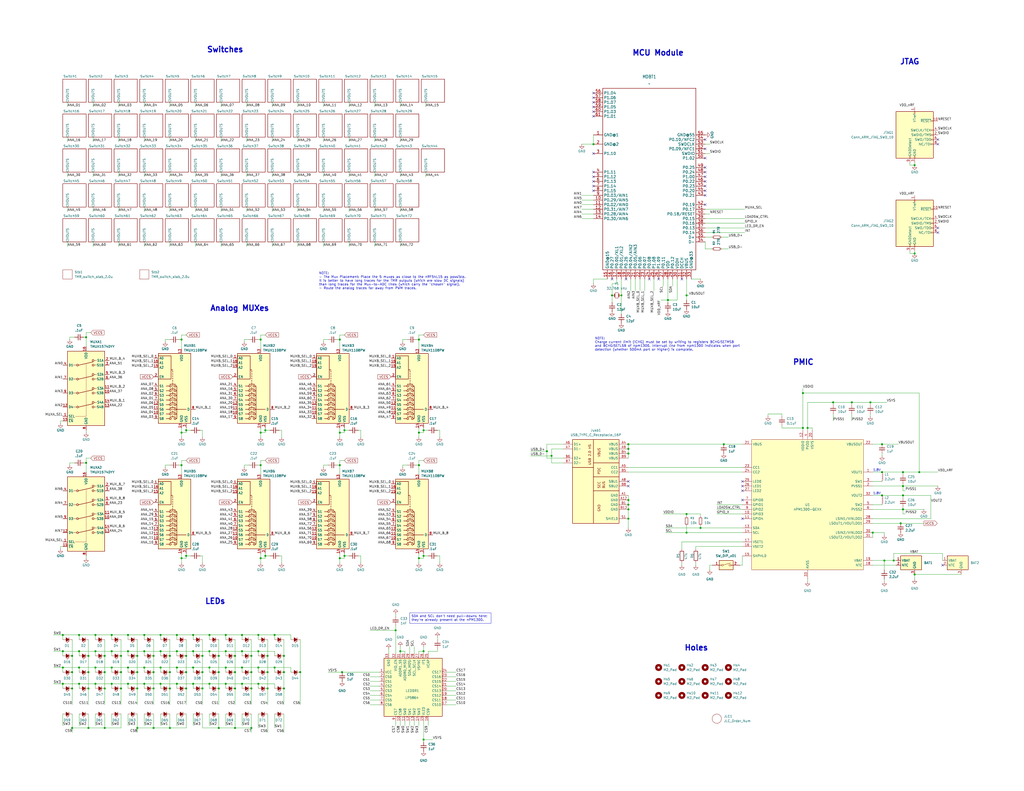
<source format=kicad_sch>
(kicad_sch (version 20250114) (generator "eeschema") (generator_version "9.0")
  (paper "C")
  (text "NOTE:\nCharge current limit (ICHG) must be set by writing to registers BCHGISETMSB\nand BCHGISETLSB of npm1300. Interrupt line from npm1300 indicates when port \ndetection (whether 500mA port or higher) is complete." (at 324.612 187.96 0) (effects (font (size 1.27 1.27)) (justify left)))
  (text "Holes" (at 373.38 355.6 0) (effects (font (size 3 3) (bold yes)) (justify left bottom)))
  (text "1.8V" (at 478.536 256.794 0) (effects (font (size 1.27 1.27))))
  (text "MCU Module" (at 344.932 30.734 0) (effects (font (size 3 3) (bold yes)) (justify left bottom)))
  (text "JTAG" (at 490.982 35.56 0) (effects (font (size 3 3) (bold yes)) (justify left bottom)))
  (text "Analog MUXes" (at 114.554 170.18 0) (effects (font (size 3 3) (bold yes)) (justify left bottom)))
  (text "LEDs" (at 111.76 330.2 0) (effects (font (size 3 3) (bold yes)) (justify left bottom)))
  (text "PMIC" (at 432.562 199.644 0) (effects (font (size 3 3) (bold yes)) (justify left bottom)))
  (text "NOTE:\n- The Mux Placement: Place the 5 muxes as close to the nRF54L15 as possible. \nIt is better to have long traces for the TMR outputs (which are slow DC signals) \nthan long traces for the Mux-to-ADC lines (which carry the \"chosen\" signal).\n- Route the analog traces far away from PWM traces.\n" (at 173.99 158.242 0) (effects (font (size 1.27 1.27)) (justify left bottom)))
  (text "Switches" (at 112.776 28.956 0) (effects (font (size 3 3) (bold yes)) (justify left bottom)))
  (text "1.8V" (at 478.536 269.494 0) (effects (font (size 1.27 1.27))))
  (text_box "SDA and SCL don't need pull-downs here; \nthey're already present at the nPM1300.\n" (at 223.52 334.645 0) (size 44.45 5.715) (margins 0.9525 0.9525 0.9525 0.9525) (effects (font (size 1.27 1.27)) (justify left top)))
  (junction (at 142.24 185.42))
  (junction (at 48.26 358.14))
  (junction (at 123.19 373.38))
  (junction (at 499.11 138.43))
  (junction (at 144.78 234.95))
  (junction (at 114.3 364.49))
  (junction (at 123.19 364.49))
  (junction (at 83.82 397.51))
  (junction (at 185.42 304.8))
  (junction (at 132.08 355.6))
  (junction (at 48.26 375.92))
  (junction (at 48.26 397.51))
  (junction (at 137.16 358.14))
  (junction (at 43.18 346.71))
  (junction (at 92.71 397.51))
  (junction (at 39.37 367.03))
  (junction (at 128.27 397.51))
  (junction (at 342.9 278.13))
  (junction (at 101.6 303.53))
  (junction (at 92.71 358.14))
  (junction (at 146.05 358.14))
  (junction (at 52.07 364.49))
  (junction (at 96.52 364.49))
  (junction (at 140.97 355.6))
  (junction (at 83.82 367.03))
  (junction (at 34.29 373.38))
  (junction (at 140.97 373.38))
  (junction (at 342.9 273.05))
  (junction (at 83.82 375.92))
  (junction (at 39.37 375.92))
  (junction (at 454.66 219.71))
  (junction (at 142.24 304.8))
  (junction (at 96.52 355.6))
  (junction (at 96.52 346.71))
  (junction (at 185.42 254))
  (junction (at 491.49 285.75))
  (junction (at 342.9 247.65))
  (junction (at 132.08 373.38))
  (junction (at 114.3 355.6))
  (junction (at 101.6 358.14))
  (junction (at 298.45 246.38))
  (junction (at 481.33 270.51))
  (junction (at 110.49 367.03))
  (junction (at 99.06 185.42))
  (junction (at 105.41 373.38))
  (junction (at 128.27 367.03))
  (junction (at 119.38 397.51))
  (junction (at 231.14 234.95))
  (junction (at 57.15 367.03))
  (junction (at 438.15 233.68))
  (junction (at 142.24 254))
  (junction (at 394.97 242.57))
  (junction (at 364.49 163.83))
  (junction (at 69.85 364.49))
  (junction (at 60.96 355.6))
  (junction (at 132.08 364.49))
  (junction (at 149.86 346.71))
  (junction (at 185.42 236.22))
  (junction (at 99.06 304.8))
  (junction (at 92.71 375.92))
  (junction (at 339.09 161.29))
  (junction (at 185.42 185.42))
  (junction (at 342.9 275.59))
  (junction (at 83.82 358.14))
  (junction (at 57.15 397.51))
  (junction (at 114.3 373.38))
  (junction (at 60.96 346.71))
  (junction (at 34.29 355.6))
  (junction (at 501.65 257.81))
  (junction (at 187.96 234.95))
  (junction (at 228.6 304.8))
  (junction (at 74.93 397.51))
  (junction (at 105.41 346.71))
  (junction (at 87.63 364.49))
  (junction (at 137.16 367.03))
  (junction (at 487.68 306.07))
  (junction (at 119.38 367.03))
  (junction (at 132.08 346.71))
  (junction (at 374.65 161.29))
  (junction (at 34.29 364.49))
  (junction (at 481.33 257.81))
  (junction (at 48.26 367.03))
  (junction (at 87.63 373.38))
  (junction (at 78.74 364.49))
  (junction (at 39.37 397.51))
  (junction (at 87.63 355.6))
  (junction (at 228.6 185.42))
  (junction (at 186.69 367.03))
  (junction (at 46.99 252.73))
  (junction (at 66.04 358.14))
  (junction (at 99.06 254))
  (junction (at 323.85 78.74))
  (junction (at 74.93 375.92))
  (junction (at 69.85 346.71))
  (junction (at 154.94 358.14))
  (junction (at 146.05 367.03))
  (junction (at 137.16 397.51))
  (junction (at 492.76 265.43))
  (junction (at 110.49 358.14))
  (junction (at 146.05 375.92))
  (junction (at 499.11 313.69))
  (junction (at 52.07 355.6))
  (junction (at 163.83 367.03))
  (junction (at 119.38 375.92))
  (junction (at 154.94 367.03))
  (junction (at 101.6 375.92))
  (junction (at 440.69 233.68))
  (junction (at 187.96 303.53))
  (junction (at 123.19 355.6))
  (junction (at 78.74 346.71))
  (junction (at 228.6 254))
  (junction (at 69.85 355.6))
  (junction (at 149.86 364.49))
  (junction (at 105.41 364.49))
  (junction (at 300.99 248.92))
  (junction (at 43.18 373.38))
  (junction (at 66.04 367.03))
  (junction (at 481.33 242.57))
  (junction (at 140.97 346.71))
  (junction (at 105.41 355.6))
  (junction (at 137.16 375.92))
  (junction (at 128.27 358.14))
  (junction (at 474.98 219.71))
  (junction (at 123.19 346.71))
  (junction (at 334.01 161.29))
  (junction (at 218.44 355.6))
  (junction (at 78.74 373.38))
  (junction (at 154.94 375.92))
  (junction (at 228.6 236.22))
  (junction (at 374.65 280.67))
  (junction (at 482.6 306.07))
  (junction (at 60.96 364.49))
  (junction (at 110.49 375.92))
  (junction (at 69.85 373.38))
  (junction (at 99.06 236.22))
  (junction (at 46.99 184.15))
  (junction (at 87.63 346.71))
  (junction (at 92.71 367.03))
  (junction (at 74.93 367.03))
  (junction (at 144.78 303.53))
  (junction (at 78.74 355.6))
  (junction (at 34.29 346.71))
  (junction (at 476.25 290.83))
  (junction (at 96.52 373.38))
  (junction (at 464.82 219.71))
  (junction (at 57.15 358.14))
  (junction (at 52.07 346.71))
  (junction (at 342.9 283.21))
  (junction (at 114.3 346.71))
  (junction (at 374.65 290.83))
  (junction (at 128.27 375.92))
  (junction (at 39.37 358.14))
  (junction (at 492.76 278.13))
  (junction (at 438.15 214.63))
  (junction (at 119.38 358.14))
  (junction (at 57.15 375.92))
  (junction (at 492.76 257.81))
  (junction (at 231.14 303.53))
  (junction (at 66.04 375.92))
  (junction (at 101.6 367.03))
  (junction (at 52.07 373.38))
  (junction (at 140.97 364.49))
  (junction (at 43.18 364.49))
  (junction (at 342.9 245.11))
  (junction (at 101.6 234.95))
  (junction (at 492.76 270.51))
  (junction (at 43.18 355.6))
  (junction (at 231.14 403.86))
  (junction (at 499.11 90.17))
  (junction (at 342.9 242.57))
  (junction (at 215.9 344.17))
  (junction (at 382.27 288.29))
  (junction (at 60.96 373.38))
  (junction (at 231.14 355.6))
  (junction (at 142.24 236.22))
  (junction (at 74.93 358.14))
  (no_connect (at 384.81 91.44))
  (no_connect (at 384.81 106.68))
  (no_connect (at 323.85 63.5))
  (no_connect (at 323.85 96.52))
  (no_connect (at 323.85 104.14))
  (no_connect (at 354.33 152.4))
  (no_connect (at 384.81 99.06))
  (no_connect (at 405.13 273.05))
  (no_connect (at 342.9 265.43))
  (no_connect (at 323.85 101.6))
  (no_connect (at 384.81 104.14))
  (no_connect (at 334.01 152.4))
  (no_connect (at 511.81 78.74))
  (no_connect (at 384.81 81.28))
  (no_connect (at 323.85 53.34))
  (no_connect (at 511.81 124.46))
  (no_connect (at 384.81 111.76))
  (no_connect (at 323.85 83.82))
  (no_connect (at 372.11 152.4))
  (no_connect (at 511.81 76.2))
  (no_connect (at 323.85 99.06))
  (no_connect (at 323.85 55.88))
  (no_connect (at 514.35 308.61))
  (no_connect (at 359.41 152.4))
  (no_connect (at 323.85 50.8))
  (no_connect (at 323.85 60.96))
  (no_connect (at 384.81 93.98))
  (no_connect (at 384.81 76.2))
  (no_connect (at 405.13 283.21))
  (no_connect (at 341.63 152.4))
  (no_connect (at 405.13 262.89))
  (no_connect (at 511.81 127))
  (no_connect (at 342.9 262.89))
  (no_connect (at 384.81 86.36))
  (no_connect (at 405.13 267.97))
  (no_connect (at 323.85 58.42))
  (no_connect (at 384.81 101.6))
  (no_connect (at 405.13 265.43))
  (no_connect (at 323.85 93.98))
  (no_connect (at 384.81 96.52))
  (wire (pts (xy 110.49 234.95) (xy 110.49 238.76)))
  (wire (pts (xy 405.13 303.53) (xy 405.13 308.61)))
  (wire (pts (xy 123.19 389.89) (xy 123.19 396.24)))
  (wire (pts (xy 96.52 373.38) (xy 105.41 373.38)))
  (wire (pts (xy 393.7 135.89) (xy 397.51 135.89)))
  (wire (pts (xy 231.14 403.86) (xy 236.22 403.86)))
  (wire (pts (xy 223.52 393.7) (xy 223.52 396.24)))
  (wire (pts (xy 64.77 74.93) (xy 64.77 77.47)))
  (wire (pts (xy 196.85 303.53) (xy 196.85 307.34)))
  (wire (pts (xy 238.76 234.95) (xy 240.03 234.95)))
  (wire (pts (xy 154.94 375.92) (xy 154.94 384.81)))
  (wire (pts (xy 132.08 355.6) (xy 132.08 358.14)))
  (wire (pts (xy 222.25 254) (xy 219.71 254)))
  (wire (pts (xy 220.98 356.87) (xy 220.98 355.6)))
  (wire (pts (xy 240.03 303.53) (xy 240.03 307.34)))
  (wire (pts (xy 46.99 257.81) (xy 46.99 252.73)))
  (wire (pts (xy 426.72 227.33) (xy 426.72 226.06)))
  (wire (pts (xy 492.76 278.13) (xy 492.76 276.86)))
  (wire (pts (xy 135.89 185.42) (xy 133.35 185.42)))
  (wire (pts (xy 201.93 372.11) (xy 207.01 372.11)))
  (wire (pts (xy 50.8 113.03) (xy 50.8 115.57)))
  (wire (pts (xy 99.06 190.5) (xy 99.06 185.42)))
  (wire (pts (xy 78.74 364.49) (xy 87.63 364.49)))
  (wire (pts (xy 66.04 367.03) (xy 66.04 375.92)))
  (wire (pts (xy 99.06 233.68) (xy 99.06 236.22)))
  (wire (pts (xy 105.41 364.49) (xy 114.3 364.49)))
  (wire (pts (xy 69.85 373.38) (xy 78.74 373.38)))
  (wire (pts (xy 101.6 236.22) (xy 99.06 236.22)))
  (wire (pts (xy 135.89 254) (xy 133.35 254)))
  (wire (pts (xy 464.82 226.06) (xy 464.82 229.87)))
  (wire (pts (xy 476.25 262.89) (xy 481.33 262.89)))
  (wire (pts (xy 34.29 373.38) (xy 43.18 373.38)))
  (wire (pts (xy 231.14 233.68) (xy 231.14 234.95)))
  (wire (pts (xy 176.53 132.08) (xy 176.53 134.62)))
  (wire (pts (xy 120.65 55.88) (xy 120.65 58.42)))
  (wire (pts (xy 78.74 113.03) (xy 78.74 115.57)))
  (wire (pts (xy 363.22 288.29) (xy 382.27 288.29)))
  (wire (pts (xy 218.44 393.7) (xy 218.44 396.24)))
  (wire (pts (xy 87.63 355.6) (xy 96.52 355.6)))
  (wire (pts (xy 52.07 346.71) (xy 52.07 349.25)))
  (wire (pts (xy 60.96 364.49) (xy 69.85 364.49)))
  (wire (pts (xy 231.14 234.95) (xy 231.14 236.22)))
  (wire (pts (xy 149.86 389.89) (xy 149.86 397.51)))
  (wire (pts (xy 218.44 113.03) (xy 218.44 115.57)))
  (wire (pts (xy 482.6 306.07) (xy 482.6 311.15)))
  (wire (pts (xy 87.63 346.71) (xy 96.52 346.71)))
  (wire (pts (xy 176.53 185.42) (xy 176.53 186.69)))
  (wire (pts (xy 34.29 364.49) (xy 34.29 367.03)))
  (wire (pts (xy 144.78 236.22) (xy 142.24 236.22)))
  (wire (pts (xy 78.74 373.38) (xy 87.63 373.38)))
  (wire (pts (xy 492.76 270.51) (xy 508 270.51)))
  (wire (pts (xy 46.99 181.61) (xy 46.99 184.15)))
  (wire (pts (xy 514.35 306.07) (xy 514.35 302.26)))
  (wire (pts (xy 185.42 304.8) (xy 185.42 307.34)))
  (wire (pts (xy 74.93 375.92) (xy 74.93 384.81)))
  (wire (pts (xy 232.41 93.98) (xy 232.41 96.52)))
  (wire (pts (xy 443.23 233.68) (xy 440.69 233.68)))
  (wire (pts (xy 228.6 393.7) (xy 228.6 396.24)))
  (wire (pts (xy 476.25 278.13) (xy 492.76 278.13)))
  (wire (pts (xy 78.74 346.71) (xy 87.63 346.71)))
  (wire (pts (xy 74.93 349.25) (xy 74.93 358.14)))
  (wire (pts (xy 228.6 304.8) (xy 228.6 307.34)))
  (wire (pts (xy 137.16 389.89) (xy 137.16 397.51)))
  (wire (pts (xy 87.63 389.89) (xy 87.63 396.24)))
  (wire (pts (xy 57.15 358.14) (xy 57.15 367.03)))
  (wire (pts (xy 133.35 254) (xy 133.35 255.27)))
  (wire (pts (xy 454.66 219.71) (xy 454.66 220.98)))
  (wire (pts (xy 69.85 346.71) (xy 69.85 349.25)))
  (wire (pts (xy 34.29 355.6) (xy 43.18 355.6)))
  (wire (pts (xy 162.56 113.03) (xy 162.56 115.57)))
  (wire (pts (xy 128.27 367.03) (xy 128.27 375.92)))
  (wire (pts (xy 219.71 185.42) (xy 219.71 186.69)))
  (wire (pts (xy 144.78 251.46) (xy 142.24 251.46)))
  (wire (pts (xy 114.3 355.6) (xy 123.19 355.6)))
  (wire (pts (xy 57.15 375.92) (xy 57.15 384.81)))
  (wire (pts (xy 60.96 373.38) (xy 69.85 373.38)))
  (wire (pts (xy 317.5 114.3) (xy 323.85 114.3)))
  (wire (pts (xy 101.6 251.46) (xy 99.06 251.46)))
  (wire (pts (xy 52.07 355.6) (xy 52.07 358.14)))
  (wire (pts (xy 482.6 306.07) (xy 487.68 306.07)))
  (wire (pts (xy 92.71 113.03) (xy 92.71 115.57)))
  (wire (pts (xy 196.85 234.95) (xy 196.85 238.76)))
  (wire (pts (xy 90.17 254) (xy 90.17 255.27)))
  (wire (pts (xy 33.02 229.87) (xy 33.02 231.14)))
  (wire (pts (xy 215.9 341.63) (xy 215.9 344.17)))
  (wire (pts (xy 379.73 307.34) (xy 379.73 308.61)))
  (wire (pts (xy 187.96 302.26) (xy 187.96 303.53)))
  (wire (pts (xy 149.86 373.38) (xy 149.86 375.92)))
  (wire (pts (xy 300.99 245.11) (xy 300.99 248.92)))
  (wire (pts (xy 382.27 287.02) (xy 382.27 288.29)))
  (wire (pts (xy 201.93 374.65) (xy 207.01 374.65)))
  (wire (pts (xy 128.27 389.89) (xy 128.27 397.51)))
  (wire (pts (xy 114.3 355.6) (xy 114.3 358.14)))
  (wire (pts (xy 132.08 389.89) (xy 132.08 396.24)))
  (wire (pts (xy 43.18 373.38) (xy 52.07 373.38)))
  (wire (pts (xy 317.5 106.68) (xy 323.85 106.68)))
  (wire (pts (xy 99.06 185.42) (xy 97.79 185.42)))
  (wire (pts (xy 60.96 389.89) (xy 60.96 396.24)))
  (wire (pts (xy 334.01 154.94) (xy 334.01 161.29)))
  (wire (pts (xy 50.8 74.93) (xy 50.8 77.47)))
  (wire (pts (xy 391.16 280.67) (xy 405.13 280.67)))
  (wire (pts (xy 356.87 152.4) (xy 356.87 158.75)))
  (wire (pts (xy 153.67 234.95) (xy 153.67 238.76)))
  (wire (pts (xy 186.69 367.03) (xy 207.01 367.03)))
  (wire (pts (xy 384.81 78.74) (xy 387.35 78.74)))
  (wire (pts (xy 134.62 113.03) (xy 134.62 115.57)))
  (wire (pts (xy 374.65 290.83) (xy 405.13 290.83)))
  (wire (pts (xy 101.6 303.53) (xy 104.14 303.53)))
  (wire (pts (xy 101.6 349.25) (xy 101.6 358.14)))
  (wire (pts (xy 144.78 182.88) (xy 142.24 182.88)))
  (wire (pts (xy 29.21 346.71) (xy 34.29 346.71)))
  (wire (pts (xy 176.53 74.93) (xy 176.53 77.47)))
  (wire (pts (xy 105.41 364.49) (xy 105.41 367.03)))
  (wire (pts (xy 440.69 219.71) (xy 454.66 219.71)))
  (wire (pts (xy 228.6 302.26) (xy 228.6 304.8)))
  (wire (pts (xy 66.04 349.25) (xy 66.04 358.14)))
  (wire (pts (xy 228.6 259.08) (xy 228.6 254)))
  (wire (pts (xy 190.5 132.08) (xy 190.5 134.62)))
  (wire (pts (xy 248.92 374.65) (xy 243.84 374.65)))
  (wire (pts (xy 38.1 184.15) (xy 38.1 185.42)))
  (wire (pts (xy 443.23 234.95) (xy 443.23 233.68)))
  (wire (pts (xy 384.81 119.38) (xy 406.4 119.38)))
  (wire (pts (xy 499.11 313.69) (xy 499.11 316.23)))
  (wire (pts (xy 87.63 355.6) (xy 87.63 358.14)))
  (wire (pts (xy 92.71 397.51) (xy 83.82 397.51)))
  (wire (pts (xy 179.07 254) (xy 176.53 254)))
  (wire (pts (xy 96.52 355.6) (xy 105.41 355.6)))
  (wire (pts (xy 372.11 307.34) (xy 372.11 308.61)))
  (wire (pts (xy 64.77 113.03) (xy 64.77 115.57)))
  (wire (pts (xy 133.35 185.42) (xy 133.35 186.69)))
  (wire (pts (xy 142.24 185.42) (xy 140.97 185.42)))
  (wire (pts (xy 87.63 373.38) (xy 96.52 373.38)))
  (wire (pts (xy 152.4 303.53) (xy 153.67 303.53)))
  (wire (pts (xy 222.25 185.42) (xy 219.71 185.42)))
  (wire (pts (xy 307.34 250.19) (xy 298.45 250.19)))
  (wire (pts (xy 491.49 285.75) (xy 504.19 285.75)))
  (wire (pts (xy 92.71 254) (xy 90.17 254)))
  (wire (pts (xy 66.04 397.51) (xy 57.15 397.51)))
  (wire (pts (xy 361.95 152.4) (xy 361.95 156.21)))
  (wire (pts (xy 218.44 55.88) (xy 218.44 58.42)))
  (wire (pts (xy 106.68 74.93) (xy 106.68 77.47)))
  (wire (pts (xy 369.57 152.4) (xy 369.57 163.83)))
  (wire (pts (xy 384.81 135.89) (xy 388.62 135.89)))
  (wire (pts (xy 83.82 358.14) (xy 83.82 367.03)))
  (wire (pts (xy 298.45 250.19) (xy 298.45 246.38)))
  (wire (pts (xy 49.53 181.61) (xy 46.99 181.61)))
  (wire (pts (xy 52.07 346.71) (xy 60.96 346.71)))
  (wire (pts (xy 426.72 226.06) (xy 419.1 226.06)))
  (wire (pts (xy 106.68 55.88) (xy 106.68 58.42)))
  (wire (pts (xy 163.83 367.03) (xy 163.83 384.81)))
  (wire (pts (xy 228.6 355.6) (xy 231.14 355.6)))
  (wire (pts (xy 231.14 355.6) (xy 231.14 356.87)))
  (wire (pts (xy 212.09 354.33) (xy 212.09 356.87)))
  (wire (pts (xy 92.71 132.08) (xy 92.71 134.62)))
  (wire (pts (xy 34.29 364.49) (xy 43.18 364.49)))
  (wire (pts (xy 342.9 270.51) (xy 342.9 273.05)))
  (wire (pts (xy 201.93 379.73) (xy 207.01 379.73)))
  (wire (pts (xy 153.67 303.53) (xy 153.67 307.34)))
  (wire (pts (xy 228.6 185.42) (xy 227.33 185.42)))
  (wire (pts (xy 142.24 233.68) (xy 142.24 236.22)))
  (wire (pts (xy 96.52 364.49) (xy 105.41 364.49)))
  (wire (pts (xy 109.22 234.95) (xy 110.49 234.95)))
  (wire (pts (xy 201.93 377.19) (xy 207.01 377.19)))
  (wire (pts (xy 144.78 234.95) (xy 147.32 234.95)))
  (wire (pts (xy 36.83 113.03) (xy 36.83 115.57)))
  (wire (pts (xy 132.08 373.38) (xy 132.08 375.92)))
  (wire (pts (xy 34.29 389.89) (xy 34.29 396.24)))
  (wire (pts (xy 382.27 280.67) (xy 382.27 281.94)))
  (wire (pts (xy 78.74 93.98) (xy 78.74 96.52)))
  (wire (pts (xy 231.14 304.8) (xy 228.6 304.8)))
  (wire (pts (xy 148.59 93.98) (xy 148.59 96.52)))
  (wire (pts (xy 105.41 346.71) (xy 114.3 346.71)))
  (wire (pts (xy 137.16 358.14) (xy 137.16 367.03)))
  (wire (pts (xy 105.41 355.6) (xy 114.3 355.6)))
  (wire (pts (xy 110.49 303.53) (xy 110.49 307.34)))
  (wire (pts (xy 144.78 302.26) (xy 144.78 303.53)))
  (wire (pts (xy 34.29 373.38) (xy 34.29 375.92)))
  (wire (pts (xy 132.08 346.71) (xy 140.97 346.71)))
  (wire (pts (xy 83.82 349.25) (xy 83.82 358.14)))
  (wire (pts (xy 474.98 219.71) (xy 483.87 219.71)))
  (wire (pts (xy 187.96 236.22) (xy 185.42 236.22)))
  (wire (pts (xy 99.06 251.46) (xy 99.06 254)))
  (wire (pts (xy 187.96 234.95) (xy 187.96 236.22)))
  (wire (pts (xy 204.47 55.88) (xy 204.47 58.42)))
  (wire (pts (xy 96.52 346.71) (xy 96.52 349.25)))
  (wire (pts (xy 377.19 152.4) (xy 382.27 152.4)))
  (wire (pts (xy 374.65 287.02) (xy 374.65 290.83)))
  (wire (pts (xy 382.27 288.29) (xy 405.13 288.29)))
  (wire (pts (xy 240.03 234.95) (xy 240.03 238.76)))
  (wire (pts (xy 142.24 251.46) (xy 142.24 254)))
  (wire (pts (xy 201.93 369.57) (xy 207.01 369.57)))
  (wire (pts (xy 123.19 346.71) (xy 123.19 349.25)))
  (wire (pts (xy 105.41 355.6) (xy 105.41 358.14)))
  (wire (pts (xy 134.62 93.98) (xy 134.62 96.52)))
  (wire (pts (xy 46.99 189.23) (xy 46.99 184.15)))
  (wire (pts (xy 187.96 251.46) (xy 185.42 251.46)))
  (wire (pts (xy 298.45 246.38) (xy 298.45 242.57)))
  (wire (pts (xy 140.97 346.71) (xy 140.97 349.25)))
  (wire (pts (xy 99.06 304.8) (xy 99.06 307.34)))
  (wire (pts (xy 40.64 184.15) (xy 38.1 184.15)))
  (wire (pts (xy 148.59 55.88) (xy 148.59 58.42)))
  (wire (pts (xy 114.3 364.49) (xy 114.3 367.03)))
  (wire (pts (xy 440.69 233.68) (xy 440.69 219.71)))
  (wire (pts (xy 119.38 349.25) (xy 119.38 358.14)))
  (wire (pts (xy 231.14 182.88) (xy 228.6 182.88)))
  (wire (pts (xy 419.1 226.06) (xy 419.1 227.33)))
  (wire (pts (xy 46.99 252.73) (xy 45.72 252.73)))
  (wire (pts (xy 57.15 397.51) (xy 48.26 397.51)))
  (wire (pts (xy 152.4 234.95) (xy 153.67 234.95)))
  (wire (pts (xy 36.83 55.88) (xy 36.83 58.42)))
  (wire (pts (xy 243.84 367.03) (xy 248.92 367.03)))
  (wire (pts (xy 110.49 349.25) (xy 110.49 358.14)))
  (wire (pts (xy 43.18 346.71) (xy 52.07 346.71)))
  (wire (pts (xy 438.15 233.68) (xy 426.72 233.68)))
  (wire (pts (xy 69.85 355.6) (xy 69.85 358.14)))
  (wire (pts (xy 110.49 389.89) (xy 110.49 397.51)))
  (wire (pts (xy 492.76 267.97) (xy 492.76 265.43)))
  (wire (pts (xy 346.71 152.4) (xy 346.71 158.75)))
  (wire (pts (xy 99.06 182.88) (xy 99.06 185.42)))
  (wire (pts (xy 233.68 356.87) (xy 233.68 355.6)))
  (wire (pts (xy 323.85 73.66) (xy 323.85 78.74)))
  (wire (pts (xy 342.9 283.21) (xy 342.9 288.29)))
  (wire (pts (xy 384.81 124.46) (xy 406.4 124.46)))
  (wire (pts (xy 231.14 353.06) (xy 231.14 355.6)))
  (wire (pts (xy 476.25 290.83) (xy 476.25 293.37)))
  (wire (pts (xy 218.44 353.06) (xy 218.44 355.6)))
  (wire (pts (xy 342.9 273.05) (xy 342.9 275.59)))
  (wire (pts (xy 92.71 349.25) (xy 92.71 358.14)))
  (wire (pts (xy 248.92 369.57) (xy 243.84 369.57)))
  (wire (pts (xy 92.71 55.88) (xy 92.71 58.42)))
  (wire (pts (xy 99.06 254) (xy 97.79 254)))
  (wire (pts (xy 231.14 302.26) (xy 231.14 303.53)))
  (wire (pts (xy 405.13 298.45) (xy 379.73 298.45)))
  (wire (pts (xy 228.6 182.88) (xy 228.6 185.42)))
  (wire (pts (xy 48.26 389.89) (xy 48.26 397.51)))
  (wire (pts (xy 218.44 132.08) (xy 218.44 134.62)))
  (wire (pts (xy 474.98 226.06) (xy 474.98 227.33)))
  (wire (pts (xy 364.49 163.83) (xy 364.49 165.1)))
  (wire (pts (xy 179.07 185.42) (xy 176.53 185.42)))
  (wire (pts (xy 78.74 355.6) (xy 78.74 358.14)))
  (wire (pts (xy 52.07 389.89) (xy 52.07 396.24)))
  (wire (pts (xy 185.42 251.46) (xy 185.42 254)))
  (wire (pts (xy 39.37 375.92) (xy 39.37 384.81)))
  (wire (pts (xy 364.49 152.4) (xy 364.49 163.83)))
  (wire (pts (xy 187.96 182.88) (xy 185.42 182.88)))
  (wire (pts (xy 83.82 397.51) (xy 74.93 397.51)))
  (wire (pts (xy 140.97 373.38) (xy 140.97 375.92)))
  (wire (pts (xy 342.9 245.11) (xy 342.9 247.65)))
  (wire (pts (xy 158.75 346.71) (xy 158.75 349.25)))
  (wire (pts (xy 492.76 257.81) (xy 492.76 259.08)))
  (wire (pts (xy 185.42 190.5) (xy 185.42 185.42)))
  (wire (pts (xy 248.92 384.81) (xy 243.84 384.81)))
  (wire (pts (xy 154.94 349.25) (xy 154.94 358.14)))
  (wire (pts (xy 204.47 132.08) (xy 204.47 134.62)))
  (wire (pts (xy 492.76 270.51) (xy 492.76 271.78)))
  (wire (pts (xy 43.18 389.89) (xy 43.18 396.24)))
  (wire (pts (xy 481.33 257.81) (xy 492.76 257.81)))
  (wire (pts (xy 105.41 373.38) (xy 105.41 375.92)))
  (wire (pts (xy 39.37 389.89) (xy 39.37 397.51)))
  (wire (pts (xy 134.62 132.08) (xy 134.62 134.62)))
  (wire (pts (xy 317.5 109.22) (xy 323.85 109.22)))
  (wire (pts (xy 140.97 355.6) (xy 140.97 358.14)))
  (wire (pts (xy 78.74 55.88) (xy 78.74 58.42)))
  (wire (pts (xy 360.68 163.83) (xy 364.49 163.83)))
  (wire (pts (xy 92.71 375.92) (xy 92.71 384.81)))
  (wire (pts (xy 228.6 251.46) (xy 228.6 254)))
  (wire (pts (xy 48.26 358.14) (xy 48.26 367.03)))
  (wire (pts (xy 492.76 265.43) (xy 511.81 265.43)))
  (wire (pts (xy 149.86 364.49) (xy 149.86 367.03)))
  (wire (pts (xy 176.53 93.98) (xy 176.53 96.52)))
  (wire (pts (xy 476.25 242.57) (xy 481.33 242.57)))
  (wire (pts (xy 87.63 373.38) (xy 87.63 375.92)))
  (wire (pts (xy 501.65 214.63) (xy 438.15 214.63)))
  (wire (pts (xy 132.08 373.38) (xy 140.97 373.38)))
  (wire (pts (xy 476.25 275.59) (xy 481.33 275.59)))
  (wire (pts (xy 496.57 88.9) (xy 496.57 90.17)))
  (wire (pts (xy 101.6 234.95) (xy 104.14 234.95)))
  (wire (pts (xy 74.93 358.14) (xy 74.93 367.03)))
  (wire (pts (xy 92.71 93.98) (xy 92.71 96.52)))
  (wire (pts (xy 48.26 349.25) (xy 48.26 358.14)))
  (wire (pts (xy 142.24 236.22) (xy 142.24 238.76)))
  (wire (pts (xy 83.82 389.89) (xy 83.82 397.51)))
  (wire (pts (xy 96.52 355.6) (xy 96.52 358.14)))
  (wire (pts (xy 195.58 303.53) (xy 196.85 303.53)))
  (wire (pts (xy 90.17 185.42) (xy 90.17 186.69)))
  (wire (pts (xy 384.81 83.82) (xy 387.35 83.82)))
  (wire (pts (xy 384.81 121.92) (xy 406.4 121.92)))
  (wire (pts (xy 231.14 303.53) (xy 233.68 303.53)))
  (wire (pts (xy 185.42 254) (xy 184.15 254)))
  (wire (pts (xy 218.44 93.98) (xy 218.44 96.52)))
  (wire (pts (xy 323.85 152.4) (xy 331.47 152.4)))
  (wire (pts (xy 187.96 233.68) (xy 187.96 234.95)))
  (wire (pts (xy 46.99 234.95) (xy 46.99 236.22)))
  (wire (pts (xy 140.97 364.49) (xy 140.97 367.03)))
  (wire (pts (xy 185.42 185.42) (xy 184.15 185.42)))
  (wire (pts (xy 29.21 355.6) (xy 34.29 355.6)))
  (wire (pts (xy 363.22 290.83) (xy 374.65 290.83)))
  (wire (pts (xy 231.14 234.95) (xy 233.68 234.95)))
  (wire (pts (xy 300.99 252.73) (xy 307.34 252.73)))
  (wire (pts (xy 496.57 138.43) (xy 499.11 138.43)))
  (wire (pts (xy 372.11 295.91) (xy 372.11 299.72)))
  (wire (pts (xy 114.3 346.71) (xy 114.3 349.25)))
  (wire (pts (xy 231.14 236.22) (xy 228.6 236.22)))
  (wire (pts (xy 128.27 375.92) (xy 128.27 384.81)))
  (wire (pts (xy 119.38 389.89) (xy 119.38 397.51)))
  (wire (pts (xy 96.52 389.89) (xy 96.52 396.24)))
  (wire (pts (xy 142.24 254) (xy 140.97 254)))
  (wire (pts (xy 289.56 248.92) (xy 300.99 248.92)))
  (wire (pts (xy 440.69 316.23) (xy 440.69 317.5)))
  (wire (pts (xy 204.47 74.93) (xy 204.47 77.47)))
  (wire (pts (xy 426.72 233.68) (xy 426.72 232.41)))
  (wire (pts (xy 176.53 55.88) (xy 176.53 58.42)))
  (wire (pts (xy 162.56 132.08) (xy 162.56 134.62)))
  (wire (pts (xy 334.01 161.29) (xy 334.01 165.1)))
  (wire (pts (xy 317.5 78.74) (xy 323.85 78.74)))
  (wire (pts (xy 106.68 93.98) (xy 106.68 96.52)))
  (wire (pts (xy 220.98 355.6) (xy 218.44 355.6)))
  (wire (pts (xy 87.63 364.49) (xy 96.52 364.49)))
  (wire (pts (xy 149.86 364.49) (xy 158.75 364.49)))
  (wire (pts (xy 248.92 377.19) (xy 243.84 377.19)))
  (wire (pts (xy 391.16 275.59) (xy 405.13 275.59)))
  (wire (pts (xy 78.74 346.71) (xy 78.74 349.25)))
  (wire (pts (xy 101.6 233.68) (xy 101.6 234.95)))
  (wire (pts (xy 99.06 236.22) (xy 99.06 238.76)))
  (wire (pts (xy 140.97 355.6) (xy 149.86 355.6)))
  (wire (pts (xy 204.47 93.98) (xy 204.47 96.52)))
  (wire (pts (xy 29.21 364.49) (xy 34.29 364.49)))
  (wire (pts (xy 43.18 355.6) (xy 43.18 358.14)))
  (wire (pts (xy 39.37 397.51) (xy 39.37 400.05)))
  (wire (pts (xy 342.9 255.27) (xy 405.13 255.27)))
  (wire (pts (xy 132.08 364.49) (xy 132.08 367.03)))
  (wire (pts (xy 464.82 219.71) (xy 464.82 220.98)))
  (wire (pts (xy 336.55 154.94) (xy 334.01 154.94)))
  (wire (pts (xy 185.42 259.08) (xy 185.42 254)))
  (wire (pts (xy 336.55 152.4) (xy 336.55 154.94)))
  (wire (pts (xy 494.03 267.97) (xy 492.76 267.97)))
  (wire (pts (xy 87.63 364.49) (xy 87.63 367.03)))
  (wire (pts (xy 387.35 308.61) (xy 387.35 311.15)))
  (wire (pts (xy 101.6 303.53) (xy 101.6 304.8)))
  (wire (pts (xy 187.96 304.8) (xy 185.42 304.8)))
  (wire (pts (xy 83.82 375.92) (xy 83.82 384.81)))
  (wire (pts (xy 388.62 308.61) (xy 387.35 308.61)))
  (wire (pts (xy 501.65 257.81) (xy 511.81 257.81)))
  (wire (pts (xy 231.14 393.7) (xy 231.14 403.86)))
  (wire (pts (xy 144.78 303.53) (xy 144.78 304.8)))
  (wire (pts (xy 190.5 113.03) (xy 190.5 115.57)))
  (wire (pts (xy 176.53 254) (xy 176.53 255.27)))
  (wire (pts (xy 140.97 346.71) (xy 149.86 346.71)))
  (wire (pts (xy 393.7 129.54) (xy 397.51 129.54)))
  (wire (pts (xy 92.71 358.14) (xy 92.71 367.03)))
  (wire (pts (xy 52.07 373.38) (xy 52.07 375.92)))
  (wire (pts (xy 187.96 234.95) (xy 190.5 234.95)))
  (wire (pts (xy 289.56 246.38) (xy 298.45 246.38)))
  (wire (pts (xy 179.07 367.03) (xy 186.69 367.03)))
  (wire (pts (xy 149.86 346.71) (xy 149.86 349.25)))
  (wire (pts (xy 43.18 364.49) (xy 52.07 364.49)))
  (wire (pts (xy 342.9 275.59) (xy 342.9 278.13)))
  (wire (pts (xy 36.83 132.08) (xy 36.83 134.62)))
  (wire (pts (xy 476.25 308.61) (xy 488.95 308.61)))
  (wire (pts (xy 96.52 373.38) (xy 96.52 375.92)))
  (wire (pts (xy 231.14 251.46) (xy 228.6 251.46)))
  (wire (pts (xy 132.08 346.71) (xy 132.08 349.25)))
  (wire (pts (xy 114.3 373.38) (xy 123.19 373.38)))
  (wire (pts (xy 114.3 389.89) (xy 114.3 396.24)))
  (wire (pts (xy 342.9 278.13) (xy 342.9 283.21)))
  (wire (pts (xy 228.6 190.5) (xy 228.6 185.42)))
  (wire (pts (xy 38.1 252.73) (xy 38.1 254)))
  (wire (pts (xy 119.38 367.03) (xy 119.38 375.92)))
  (wire (pts (xy 342.9 257.81) (xy 405.13 257.81)))
  (wire (pts (xy 374.65 280.67) (xy 374.65 281.94)))
  (wire (pts (xy 481.33 270.51) (xy 492.76 270.51)))
  (wire (pts (xy 231.14 303.53) (xy 231.14 304.8)))
  (wire (pts (xy 109.22 303.53) (xy 110.49 303.53)))
  (wire (pts (xy 99.06 259.08) (xy 99.06 254)))
  (wire (pts (xy 300.99 248.92) (xy 300.99 252.73)))
  (wire (pts (xy 39.37 349.25) (xy 39.37 358.14)))
  (wire (pts (xy 176.53 113.03) (xy 176.53 115.57)))
  (wire (pts (xy 101.6 375.92) (xy 101.6 384.81)))
  (wire (pts (xy 144.78 234.95) (xy 144.78 236.22)))
  (wire (pts (xy 39.37 358.14) (xy 39.37 367.03)))
  (wire (pts (xy 114.3 364.49) (xy 123.19 364.49)))
  (wire (pts (xy 114.3 346.71) (xy 123.19 346.71)))
  (wire (pts (xy 215.9 335.28) (xy 215.9 336.55)))
  (wire (pts (xy 105.41 389.89) (xy 105.41 396.24)))
  (wire (pts (xy 149.86 346.71) (xy 158.75 346.71)))
  (wire (pts (xy 454.66 219.71) (xy 464.82 219.71)))
  (wire (pts (xy 78.74 74.93) (xy 78.74 77.47)))
  (wire (pts (xy 476.25 290.83) (xy 482.6 290.83)))
  (wire (pts (xy 34.29 229.87) (xy 33.02 229.87)))
  (wire (pts (xy 233.68 355.6) (xy 238.76 355.6)))
  (wire (pts (xy 34.29 298.45) (xy 33.02 298.45)))
  (wire (pts (xy 148.59 132.08) (xy 148.59 134.62)))
  (wire (pts (xy 43.18 346.71) (xy 43.18 349.25)))
  (wire (pts (xy 190.5 55.88) (xy 190.5 58.42)))
  (wire (pts (xy 123.19 346.71) (xy 132.08 346.71)))
  (wire (pts (xy 57.15 389.89) (xy 57.15 397.51)))
  (wire (pts (xy 481.33 242.57) (xy 490.22 242.57)))
  (wire (pts (xy 128.27 349.25) (xy 128.27 358.14)))
  (wire (pts (xy 106.68 132.08) (xy 106.68 134.62)))
  (wire (pts (xy 248.92 372.11) (xy 243.84 372.11)))
  (wire (pts (xy 128.27 397.51) (xy 137.16 397.51)))
  (wire (pts (xy 120.65 113.03) (xy 120.65 115.57)))
  (wire (pts (xy 394.97 242.57) (xy 405.13 242.57)))
  (wire (pts (xy 154.94 389.89) (xy 154.94 400.05)))
  (wire (pts (xy 482.6 316.23) (xy 482.6 317.5)))
  (wire (pts (xy 64.77 55.88) (xy 64.77 58.42)))
  (wire (pts (xy 185.42 233.68) (xy 185.42 236.22)))
  (wire (pts (xy 487.68 302.26) (xy 487.68 306.07)))
  (wire (pts (xy 405.13 308.61) (xy 403.86 308.61)))
  (wire (pts (xy 187.96 303.53) (xy 190.5 303.53)))
  (wire (pts (xy 132.08 364.49) (xy 140.97 364.49)))
  (wire (pts (xy 369.57 163.83) (xy 364.49 163.83)))
  (wire (pts (xy 384.81 132.08) (xy 384.81 135.89)))
  (wire (pts (xy 492.76 265.43) (xy 492.76 264.16)))
  (wire (pts (xy 50.8 132.08) (xy 50.8 134.62)))
  (wire (pts (xy 144.78 233.68) (xy 144.78 234.95)))
  (wire (pts (xy 233.68 393.7) (xy 233.68 396.24)))
  (wire (pts (xy 476.25 257.81) (xy 481.33 257.81)))
  (wire (pts (xy 69.85 346.71) (xy 78.74 346.71)))
  (wire (pts (xy 92.71 389.89) (xy 92.71 397.51)))
  (wire (pts (xy 46.99 184.15) (xy 45.72 184.15)))
  (wire (pts (xy 43.18 355.6) (xy 52.07 355.6)))
  (wire (pts (xy 50.8 93.98) (xy 50.8 96.52)))
  (wire (pts (xy 78.74 373.38) (xy 78.74 375.92)))
  (wire (pts (xy 351.79 152.4) (xy 351.79 158.75)))
  (wire (pts (xy 57.15 349.25) (xy 57.15 358.14)))
  (wire (pts (xy 215.9 344.17) (xy 215.9 356.87)))
  (wire (pts (xy 78.74 389.89) (xy 78.74 396.24)))
  (wire (pts (xy 494.03 280.67) (xy 492.76 280.67)))
  (wire (pts (xy 342.9 247.65) (xy 342.9 250.19)))
  (wire (pts (xy 499.11 88.9) (xy 499.11 90.17)))
  (wire (pts (xy 374.65 152.4) (xy 374.65 161.29)))
  (wire (pts (xy 60.96 355.6) (xy 60.96 358.14)))
  (wire (pts (xy 33.02 298.45) (xy 33.02 299.72)))
  (wire (pts (xy 248.92 382.27) (xy 243.84 382.27)))
  (wire (pts (xy 60.96 346.71) (xy 60.96 349.25)))
  (wire (pts (xy 57.15 367.03) (xy 57.15 375.92)))
  (wire (pts (xy 344.17 152.4) (xy 344.17 158.75)))
  (wire (pts (xy 349.25 152.4) (xy 349.25 158.75)))
  (wire (pts (xy 339.09 152.4) (xy 339.09 161.29)))
  (wire (pts (xy 228.6 233.68) (xy 228.6 236.22)))
  (wire (pts (xy 137.16 375.92) (xy 137.16 384.81)))
  (wire (pts (xy 405.13 295.91) (xy 372.11 295.91)))
  (wire (pts (xy 101.6 358.14) (xy 101.6 367.03)))
  (wire (pts (xy 132.08 355.6) (xy 140.97 355.6)))
  (wire (pts (xy 323.85 154.94) (xy 323.85 152.4)))
  (wire (pts (xy 43.18 373.38) (xy 43.18 375.92)))
  (wire (pts (xy 201.93 344.17) (xy 215.9 344.17)))
  (wire (pts (xy 96.52 364.49) (xy 96.52 367.03)))
  (wire (pts (xy 74.93 389.89) (xy 74.93 397.51)))
  (wire (pts (xy 40.64 252.73) (xy 38.1 252.73)))
  (wire (pts (xy 142.24 304.8) (xy 142.24 307.34)))
  (wire (pts (xy 60.96 346.71) (xy 69.85 346.71)))
  (wire (pts (xy 163.83 349.25) (xy 163.83 367.03)))
  (wire (pts (xy 66.04 375.92) (xy 66.04 384.81)))
  (wire (pts (xy 238.76 303.53) (xy 240.03 303.53)))
  (wire (pts (xy 148.59 74.93) (xy 148.59 77.47)))
  (wire (pts (xy 223.52 353.06) (xy 223.52 356.87)))
  (wire (pts (xy 514.35 302.26) (xy 487.68 302.26)))
  (wire (pts (xy 187.96 303.53) (xy 187.96 304.8)))
  (wire (pts (xy 78.74 364.49) (xy 78.74 367.03)))
  (wire (pts (xy 110.49 397.51) (xy 119.38 397.51)))
  (wire (pts (xy 367.03 152.4) (xy 367.03 156.21)))
  (wire (pts (xy 64.77 93.98) (xy 64.77 96.52)))
  (wire (pts (xy 96.52 346.71) (xy 105.41 346.71)))
  (wire (pts (xy 140.97 364.49) (xy 149.86 364.49)))
  (wire (pts (xy 110.49 375.92) (xy 110.49 384.81)))
  (wire (pts (xy 123.19 364.49) (xy 123.19 367.03)))
  (wire (pts (xy 492.76 280.67) (xy 492.76 278.13)))
  (wire (pts (xy 142.24 182.88) (xy 142.24 185.42)))
  (wire (pts (xy 52.07 355.6) (xy 60.96 355.6)))
  (wire (pts (xy 110.49 358.14) (xy 110.49 367.03)))
  (wire (pts (xy 119.38 358.14) (xy 119.38 367.03)))
  (wire (pts (xy 50.8 55.88) (xy 50.8 58.42)))
  (wire (pts (xy 78.74 132.08) (xy 78.74 134.62)))
  (wire (pts (xy 49.53 250.19) (xy 46.99 250.19)))
  (wire (pts (xy 476.25 270.51) (xy 481.33 270.51)))
  (wire (pts (xy 69.85 389.89) (xy 69.85 396.24)))
  (wire (pts (xy 60.96 355.6) (xy 69.85 355.6)))
  (wire (pts (xy 474.98 219.71) (xy 474.98 220.98)))
  (wire (pts (xy 52.07 364.49) (xy 60.96 364.49)))
  (wire (pts (xy 140.97 373.38) (xy 149.86 373.38)))
  (wire (pts (xy 218.44 355.6) (xy 218.44 356.87)))
  (wire (pts (xy 317.5 111.76) (xy 323.85 111.76)))
  (wire (pts (xy 438.15 212.09) (xy 438.15 214.63)))
  (wire (pts (xy 128.27 358.14) (xy 128.27 367.03)))
  (wire (pts (xy 339.09 161.29) (xy 339.09 171.45)))
  (wire (pts (xy 144.78 303.53) (xy 147.32 303.53)))
  (wire (pts (xy 34.29 346.71) (xy 43.18 346.71)))
  (wire (pts (xy 144.78 304.8) (xy 142.24 304.8)))
  (wire (pts (xy 476.25 265.43) (xy 492.76 265.43)))
  (wire (pts (xy 92.71 367.03) (xy 92.71 375.92)))
  (wire (pts (xy 487.68 306.07) (xy 488.95 306.07)))
  (wire (pts (xy 201.93 384.81) (xy 207.01 384.81)))
  (wire (pts (xy 361.95 280.67) (xy 374.65 280.67)))
  (wire (pts (xy 384.81 114.3) (xy 406.4 114.3)))
  (wire (pts (xy 36.83 93.98) (xy 36.83 96.52)))
  (wire (pts (xy 384.81 129.54) (xy 388.62 129.54)))
  (wire (pts (xy 158.75 364.49) (xy 158.75 367.03)))
  (wire (pts (xy 60.96 364.49) (xy 60.96 367.03)))
  (wire (pts (xy 481.33 247.65) (xy 481.33 248.92)))
  (wire (pts (xy 162.56 55.88) (xy 162.56 58.42)))
  (wire (pts (xy 99.06 302.26) (xy 99.06 304.8)))
  (wire (pts (xy 119.38 397.51) (xy 128.27 397.51)))
  (wire (pts (xy 492.76 278.13) (xy 504.19 278.13)))
  (wire (pts (xy 317.5 119.38) (xy 323.85 119.38)))
  (wire (pts (xy 482.6 290.83) (xy 482.6 292.1)))
  (wire (pts (xy 204.47 113.03) (xy 204.47 115.57)))
  (wire (pts (xy 501.65 257.81) (xy 501.65 214.63)))
  (wire (pts (xy 162.56 93.98) (xy 162.56 96.52)))
  (wire (pts (xy 140.97 389.89) (xy 140.97 397.51)))
  (wire (pts (xy 499.11 137.16) (xy 499.11 138.43)))
  (wire (pts (xy 440.69 234.95) (xy 440.69 233.68)))
  (wire (pts (xy 464.82 219.71) (xy 474.98 219.71)))
  (wire (pts (xy 499.11 313.69) (xy 524.51 313.69)))
  (wire (pts (xy 317.5 116.84) (xy 323.85 116.84)))
  (wire (pts (xy 146.05 375.92) (xy 146.05 384.81)))
  (wire (pts (xy 185.42 182.88) (xy 185.42 185.42)))
  (wire (pts (xy 92.71 74.93) (xy 92.71 77.47)))
  (wire (pts (xy 476.25 283.21) (xy 508 283.21)))
  (wire (pts (xy 146.05 349.25) (xy 146.05 358.14)))
  (wire (pts (xy 46.99 303.53) (xy 46.99 304.8)))
  (wire (pts (xy 190.5 74.93) (xy 190.5 77.47)))
  (wire (pts (xy 492.76 257.81) (xy 501.65 257.81)))
  (wire (pts (xy 101.6 234.95) (xy 101.6 236.22)))
  (wire (pts (xy 34.29 346.71) (xy 34.29 349.25)))
  (wire (pts (xy 374.65 161.29) (xy 375.92 161.29)))
  (wire (pts (xy 101.6 304.8) (xy 99.06 304.8)))
  (wire (pts (xy 496.57 137.16) (xy 496.57 138.43)))
  (wire (pts (xy 201.93 382.27) (xy 207.01 382.27)))
  (wire (pts (xy 78.74 355.6) (xy 87.63 355.6)))
  (wire (pts (xy 48.26 397.51) (xy 39.37 397.51)))
  (wire (pts (xy 476.25 306.07) (xy 482.6 306.07)))
  (wire (pts (xy 48.26 367.03) (xy 48.26 375.92)))
  (wire (pts (xy 218.44 74.93) (xy 218.44 77.47)))
  (wire (pts (xy 162.56 74.93) (xy 162.56 77.47)))
  (wire (pts (xy 391.16 278.13) (xy 405.13 278.13)))
  (wire (pts (xy 232.41 55.88) (xy 232.41 58.42)))
  (wire (pts (xy 123.19 373.38) (xy 132.08 373.38)))
  (wire (pts (xy 220.98 393.7) (xy 220.98 396.24)))
  (wire (pts (xy 101.6 302.26) (xy 101.6 303.53)))
  (wire (pts (xy 374.65 280.67) (xy 382.27 280.67)))
  (wire (pts (xy 60.96 373.38) (xy 60.96 375.92)))
  (wire (pts (xy 146.05 367.03) (xy 146.05 375.92)))
  (wire (pts (xy 137.16 349.25) (xy 137.16 358.14)))
  (wire (pts (xy 154.94 367.03) (xy 154.94 375.92)))
  (wire (pts (xy 226.06 353.06) (xy 226.06 356.87)))
  (wire (pts (xy 52.07 373.38) (xy 60.96 373.38)))
  (wire (pts (xy 438.15 234.95) (xy 438.15 233.68)))
  (wire (pts (xy 342.9 242.57) (xy 394.97 242.57)))
  (wire (pts (xy 149.86 355.6) (xy 149.86 358.14)))
  (wire (pts (xy 238.76 347.98) (xy 238.76 349.25)))
  (wire (pts (xy 342.9 242.57) (xy 342.9 245.11)))
  (wire (pts (xy 137.16 397.51) (xy 137.16 400.05)))
  (wire (pts (xy 379.73 298.45) (xy 379.73 299.72)))
  (wire (pts (xy 137.16 367.03) (xy 137.16 375.92)))
  (wire (pts (xy 384.81 116.84) (xy 387.35 116.84)))
  (wire (pts (xy 66.04 358.14) (xy 66.04 367.03)))
  (wire (pts (xy 134.62 74.93) (xy 134.62 77.47)))
  (wire (pts (xy 307.34 245.11) (xy 300.99 245.11)))
  (wire (pts (xy 69.85 364.49) (xy 78.74 364.49)))
  (wire (pts (xy 48.26 375.92) (xy 48.26 384.81)))
  (wire (pts (xy 142.24 259.08) (xy 142.24 254)))
  (wire (pts (xy 43.18 364.49) (xy 43.18 367.03)))
  (wire (pts (xy 148.59 113.03) (xy 148.59 115.57)))
  (wire (pts (xy 190.5 93.98) (xy 190.5 96.52)))
  (wire (pts (xy 64.77 132.08) (xy 64.77 134.62)))
  (wire (pts (xy 185.42 302.26) (xy 185.42 304.8)))
  (wire (pts (xy 248.92 379.73) (xy 243.84 379.73)))
  (wire (pts (xy 83.82 367.03) (xy 83.82 375.92)))
  (wire (pts (xy 29.21 373.38) (xy 34.29 373.38)))
  (wire (pts (xy 34.29 355.6) (xy 34.29 358.14)))
  (wire (pts (xy 39.37 367.03) (xy 39.37 375.92)))
  (wire (pts (xy 87.63 346.71) (xy 87.63 349.25)))
  (wire (pts (xy 120.65 93.98) (xy 120.65 96.52)))
  (wire (pts (xy 476.25 285.75) (xy 491.49 285.75)))
  (wire (pts (xy 69.85 364.49) (xy 69.85 367.03)))
  (wire (pts (xy 219.71 254) (xy 219.71 255.27)))
  (wire (pts (xy 146.05 389.89) (xy 146.05 400.05)))
  (wire (pts (xy 384.81 127) (xy 406.4 127)))
  (wire (pts (xy 101.6 389.89) (xy 101.6 397.51)))
  (wire (pts (xy 69.85 355.6) (xy 78.74 355.6)))
  (wire (pts (xy 228.6 356.87) (xy 228.6 355.6)))
  (wire (pts (xy 454.66 226.06) (xy 454.66 229.87)))
  (wire (pts (xy 101.6 182.88) (xy 99.06 182.88)))
  (wire (pts (xy 231.14 403.86) (xy 231.14 405.13)))
  (wire (pts (xy 226.06 393.7) (xy 226.06 396.24)))
  (wire (pts (xy 69.85 373.38) (xy 69.85 375.92)))
  (wire (pts (xy 101.6 397.51) (xy 92.71 397.51)))
  (wire (pts (xy 228.6 236.22) (xy 228.6 238.76)))
  (wire (pts (xy 238.76 355.6) (xy 238.76 354.33)))
  (wire (pts (xy 120.65 74.93) (xy 120.65 77.47)))
  (wire (pts (xy 438.15 214.63) (xy 438.15 233.68)))
  (wire (pts (xy 74.93 397.51) (xy 74.93 400.05)))
  (wire (pts (xy 215.9 393.7) (xy 215.9 396.24)))
  (wire (pts (xy 185.42 236.22) (xy 185.42 238.76)))
  (wire (pts (xy 195.58 234.95) (xy 196.85 234.95)))
  (wire (pts (xy 92.71 185.42) (xy 90.17 185.42)))
  (wire (pts (xy 142.24 302.26) (xy 142.24 304.8)))
  (wire (pts (xy 114.3 373.38) (xy 114.3 375.92)))
  (wire (pts (xy 123.19 373.38) (xy 123.19 375.92)))
  (wire (pts (xy 36.83 74.93) (xy 36.83 77.47)))
  (wire (pts (xy 508 270.51) (xy 508 283.21)))
  (wire (pts (xy 142.24 190.5) (xy 142.24 185.42)))
  (wire (pts (xy 120.65 132.08) (xy 120.65 134.62)))
  (wire (pts (xy 66.04 389.89) (xy 66.04 397.51)))
  (wire (pts (xy 123.19 355.6) (xy 123.19 358.14)))
  (wire (pts (xy 119.38 375.92) (xy 119.38 384.81)))
  (wire (pts (xy 110.49 367.03) (xy 110.49 375.92)))
  (wire (pts (xy 101.6 367.03) (xy 101.6 375.92)))
  (wire (pts (xy 105.41 346.71) (xy 105.41 349.25)))
  (wire (pts (xy 74.93 367.03) (xy 74.93 375.92)))
  (wire (pts (xy 105.41 373.38) (xy 114.3 373.38)))
  (wire (pts (xy 228.6 254) (xy 227.33 254)))
  (wire (pts (xy 52.07 364.49) (xy 52.07 367.03)))
  (wire (pts (xy 154.94 358.14) (xy 154.94 367.03)))
  (wire (pts (xy 106.68 113.03) (xy 106.68 115.57)))
  (wire (pts (xy 146.05 358.14) (xy 146.05 367.03)))
  (wire (pts (xy 374.65 161.29) (xy 374.65 163.83)))
  (wire (pts (xy 46.99 250.19) (xy 46.99 252.73)))
  (wire (pts (xy 496.57 90.17) (xy 499.11 90.17)))
  (wire (pts (xy 123.19 364.49) (xy 132.08 364.49)))
  (wire (pts (xy 123.19 355.6) (xy 132.08 355.6)))
  (wire (pts (xy 134.62 55.88) (xy 134.62 58.42)))
  (wire (pts (xy 298.45 242.57) (xy 307.34 242.57)))
  (label "SW0" (at 60.96 396.24 0))
  (label "MUXB_SEL_1" (at 127 266.7 180))
  (label "AIN1" (at 34.29 207.01 180))
  (label "LED_DR_EN" (at 406.4 124.46 0))
  (label "SW1" (at 149.86 397.51 0))
  (label "ANA_38" (at 148.59 96.52 0))
  (label "ANA_49" (at 213.36 223.52 180))
  (label "ANA_15" (at 232.41 58.42 0))
  (label "ANA_18" (at 127 226.06 180))
  (label "CS2" (at 128.27 384.81 180))
  (label "ANA_70" (at 190.5 134.62 0))
  (label "USB_D+" (at 397.51 129.54 0))
  (label "ANA_37" (at 59.69 214.63 0))
  (label "ANA_06" (at 83.82 220.98 180))
  (label "ANA_60" (at 170.18 218.44 180))
  (label "ANA_34" (at 92.71 96.52 0))
  (label "ANA_50" (at 213.36 220.98 180))
  (label "ANA_38" (at 59.69 267.97 0))
  (label "ANA_56" (at 190.5 115.57 0))
  (label "ANA_01" (at 83.82 218.44 180))
  (label "MUX_B_1" (at 59.69 219.71 0))
  (label "MUXB_SEL_1" (at 83.82 198.12 180))
  (label "ANA_30" (at 127 218.44 180))
  (label "ANA_22" (at 59.69 222.25 0))
  (label "VSYS" (at 179.07 367.03 0))
  (label "SW2" (at 226.06 396.24 270))
  (label "SW1" (at 223.52 396.24 270))
  (label "MUX_B_7" (at 193.04 292.1 0))
  (label "ANA_45" (at 36.83 115.57 0))
  (label "MUXB_SEL_2" (at 356.87 158.75 270))
  (label "VDD_nRF" (at 499.11 106.68 180))
  (label "ANA_39" (at 170.18 279.4 180))
  (label "SW2" (at 114.3 396.24 0))
  (label "MUXB_SEL_1" (at 127 198.12 180))
  (label "MUXB_SEL_1" (at 170.18 266.7 180))
  (label "SCL" (at 226.06 353.06 90))
  (label "INT" (at 406.4 127 0))
  (label "NRESET" (at 511.81 66.04 0))
  (label "SW0" (at 96.52 396.24 0))
  (label "ANA_13" (at 204.47 58.42 0))
  (label "ANA_15" (at 83.82 284.48 180))
  (label "USB_D-" (at 289.56 248.92 0))
  (label "ANA_07" (at 83.82 210.82 180))
  (label "USB_D+" (at 289.56 246.38 0))
  (label "CS3" (at 137.16 384.81 180))
  (label "ANA_41" (at 190.5 96.52 0))
  (label "ANA_33" (at 170.18 226.06 180))
  (label "ANA_66" (at 134.62 134.62 0))
  (label "ANA_64" (at 213.36 213.36 180))
  (label "ANA_53" (at 213.36 281.94 180))
  (label "ANA_31" (at 127 215.9 180))
  (label "MUX_B_4" (at 236.22 223.52 0))
  (label "ANA_49" (at 92.71 115.57 0))
  (label "ANA_36" (at 59.69 207.01 0))
  (label "CS6" (at 201.93 384.81 180))
  (label "NRESET" (at 511.81 114.3 0))
  (label "ANA_32" (at 64.77 96.52 0))
  (label "AIN2" (at 344.17 158.75 270))
  (label "ANA_25" (at 162.56 77.47 0))
  (label "SW3" (at 69.85 396.24 0))
  (label "ANA_12" (at 83.82 292.1 180))
  (label "ANA_64" (at 106.68 134.62 0))
  (label "ANA_06" (at 106.68 58.42 0))
  (label "ANA_09" (at 59.69 283.21 0))
  (label "SW2" (at 43.18 396.24 0))
  (label "ANA_26" (at 176.53 77.47 0))
  (label "AIN0" (at 317.5 111.76 180))
  (label "ANA_48" (at 213.36 226.06 180))
  (label "ANA_48" (at 78.74 115.57 0))
  (label "AIN6" (at 34.29 267.97 180))
  (label "ANA_03" (at 83.82 228.6 180))
  (label "ANA_19" (at 78.74 77.47 0))
  (label "VDDIO" (at 438.15 212.09 0))
  (label "SW1" (at 29.21 355.6 0))
  (label "VDDIO" (at 361.95 280.67 0))
  (label "ANA_50" (at 106.68 115.57 0))
  (label "SW1" (at 52.07 396.24 0))
  (label "ANA_29" (at 83.82 281.94 180))
  (label "ANA_58" (at 170.18 284.48 180))
  (label "PVSS1" (at 494.03 267.97 0))
  (label "ANA_28" (at 127 289.56 180))
  (label "ANA_65" (at 120.65 134.62 0))
  (label "ANA_01" (at 36.83 58.42 0))
  (label "ANA_69" (at 176.53 134.62 0))
  (label "ANA_23" (at 134.62 77.47 0))
  (label "AIN3" (at 34.29 214.63 180))
  (label "VSYS" (at 483.87 219.71 0))
  (label "AIN6" (at 317.5 119.38 180))
  (label "SW3" (at 140.97 397.51 0))
  (label "ANA_04" (at 78.74 58.42 0))
  (label "MUX_B_6" (at 149.86 292.1 0))
  (label "ANA_44" (at 232.41 96.52 0))
  (label "AIN3" (at 346.71 158.75 270))
  (label "ANA_63" (at 213.36 215.9 180))
  (label "CS10" (at 248.92 384.81 0))
  (label "ANA_25" (at 127 297.18 180))
  (label "ANA_68" (at 162.56 134.62 0))
  (label "ANA_58" (at 218.44 115.57 0))
  (label "ANA_61" (at 64.77 134.62 0))
  (label "SW1" (at 87.63 396.24 0))
  (label "CS16" (at 92.71 384.81 180))
  (label "ANA_53" (at 148.59 115.57 0))
  (label "ANA_27" (at 127 292.1 180))
  (label "ANA_16" (at 36.83 77.47 0))
  (label "ANA_29" (at 218.44 77.47 0))
  (label "LOADSW_CTRL" (at 406.4 119.38 0))
  (label "SCL" (at 363.22 290.83 0))
  (label "CS8" (at 218.44 396.24 270))
  (label "MUXB_SEL_2" (at 170.18 200.66 180))
  (label "CS14" (at 248.92 374.65 0))
  (label "SW0" (at 29.21 346.71 0))
  (label "VBUSOUT" (at 490.22 242.57 0))
  (label "ANA_63" (at 92.71 134.62 0))
  (label "MUX_B_4" (at 59.69 196.85 0))
  (label "SW3" (at 34.29 396.24 0))
  (label "MUXB_SEL_0" (at 83.82 264.16 180))
  (label "ANA_57" (at 204.47 115.57 0))
  (label "ANA_20" (at 127 220.98 180))
  (label "AIN4" (at 317.5 116.84 180))
  (label "ANA_52" (at 134.62 115.57 0))
  (label "ANA_11" (at 83.82 294.64 180))
  (label "ANA_07" (at 120.65 58.42 0))
  (label "CS16" (at 248.92 369.57 0))
  (label "ANA_41" (at 127 284.48 180))
  (label "MUX_B_8" (at 59.69 273.05 0))
  (label "ANA_16" (at 127 213.36 180))
  (label "ANA_27" (at 190.5 77.47 0))
  (label "PVSS2" (at 494.03 280.67 0))
  (label "ANA_70" (at 170.18 294.64 180))
  (label "MUXB_SEL_1" (at 170.18 198.12 180))
  (label "VDD_nRF" (at 499.11 58.42 180))
  (label "SW2" (at 29.21 364.49 0))
  (label "CS1" (at 119.38 384.81 180))
  (label "MUXB_SEL_2" (at 170.18 269.24 180))
  (label "ANA_46" (at 170.18 210.82 180))
  (label "AIN5" (at 317.5 109.22 180))
  (label "ANA_14" (at 83.82 287.02 180))
  (label "ANA_43" (at 218.44 96.52 0))
  (label "AIN1" (at 317.5 106.68 180))
  (label "CS3" (at 201.93 377.19 180))
  (label "USB_D-" (at 397.51 135.89 0))
  (label "CS17" (at 248.92 367.03 0))
  (label "LED_DR_EN" (at 201.93 344.17 0))
  (label "ANA_05" (at 83.82 223.52 180))
  (label "ANA_21" (at 106.68 77.47 0))
  (label "CS15" (at 248.92 372.11 0))
  (label "ANA_14" (at 218.44 58.42 0))
  (label "ANA_03" (at 64.77 58.42 0))
  (label "ANA_10" (at 162.56 58.42 0))
  (label "MUX_B_5" (at 59.69 280.67 0))
  (label "MUX_B_3" (at 59.69 204.47 0))
  (label "ANA_24" (at 148.59 77.47 0))
  (label "ANA_42" (at 127 281.94 180))
  (label "MUXB_SEL_0" (at 170.18 195.58 180))
  (label "CS0" (at 201.93 369.57 180))
  (label "MUXA_SEL" (at 406.4 114.3 0))
  (label "ANA_56" (at 170.18 289.56 180))
  (label "ANA_72" (at 218.44 134.62 0))
  (label "ANA_57" (at 170.18 281.94 180))
  (label "CS6" (at 163.83 384.81 180))
  (label "SW1" (at 123.19 396.24 0))
  (label "VOUT2" (at 508 274.32 0))
  (label "ANA_62" (at 213.36 218.44 180))
  (label "ANA_43" (at 127 279.4 180))
  (label "CS12" (at 57.15 384.81 180))
  (label "ANA_72" (at 170.18 287.02 180))
  (label "ANA_71" (at 170.18 292.1 180))
  (label "ANA_04" (at 83.82 226.06 180))
  (label "CS1" (at 201.93 372.11 180))
  (label "SWDIO" (at 511.81 73.66 0))
  (label "SW3" (at 105.41 396.24 0))
  (label "MUXB_SEL_2" (at 83.82 200.66 180))
  (label "MUXB_SEL_0" (at 213.36 195.58 180))
  (label "CS12" (at 248.92 379.73 0))
  (label "CS9" (at 39.37 400.05 180))
  (label "ANA_34" (at 170.18 223.52 180))
  (label "ANA_44" (at 83.82 279.4 180))
  (label "ANA_55" (at 176.53 115.57 0))
  (label "MUXB_SEL_2" (at 127 200.66 180))
  (label "MUXB_SEL_0" (at 213.36 264.16 180))
  (label "ANA_51" (at 120.65 115.57 0))
  (label "CS7" (at 215.9 396.24 270))
  (label "SCL" (at 361.95 156.21 270))
  (label "ANA_20" (at 92.71 77.47 0))
  (label "CS11" (at 248.92 382.27 0))
  (label "ANA_59" (at 36.83 134.62 0))
  (label "CS7" (at 137.16 400.05 180))
  (label "AIN2" (at 34.29 222.25 180))
  (label "ANA_68" (at 213.36 297.18 180))
  (label "ANA_36" (at 120.65 96.52 0))
  (label "ANA_33" (at 78.74 96.52 0))
  (label "ANA_60" (at 50.8 134.62 0))
  (label "CS2" (at 201.93 374.65 180))
  (label "AIN5" (at 34.29 283.21 180))
  (label "AIN7" (at 317.5 114.3 180))
  (label "PVSS1" (at 454.66 229.87 0))
  (label "ANA_47" (at 213.36 228.6 180))
  (label "ANA_09" (at 148.59 58.42 0))
  (label "CS5" (at 154.94 384.81 180))
  (label "ANA_12" (at 190.5 58.42 0))
  (label "CS5" (at 201.93 382.27 180))
  (label "ANA_10" (at 83.82 297.18 180))
  (label "LOADSW_CTRL" (at 391.16 278.13 0))
  (label "VBAT" (at 496.57 302.26 0))
  (label "MUXB_SEL_1" (at 83.82 266.7 180))
  (label "ANA_17" (at 50.8 77.47 0))
  (label "CS10" (at 39.37 384.81 180))
  (label "CS15" (at 83.82 384.81 180))
  (label "ANA_54" (at 213.36 284.48 180))
  (label "MUX_B_6" (at 59.69 288.29 0))
  (label "MUX_B_7" (at 59.69 265.43 0))
  (label "ANA_05" (at 92.71 58.42 0))
  (label "MUXB_SEL_1" (at 213.36 198.12 180))
  (label "ANA_30" (at 36.83 96.52 0))
  (label "ANA_26" (at 127 294.64 180))
  (label "SW0" (at 220.98 396.24 270))
  (label "AIN4" (at 34.29 275.59 180))
  (label "MUXA_SEL" (at 34.29 227.33 180))
  (label "ANA_69" (at 170.18 297.18 180))
  (label "ANA_71" (at 204.47 134.62 0))
  (label "MUXB_SEL_0" (at 83.82 195.58 180))
  (label "ANA_61" (at 213.36 210.82 180))
  (label "MUXB_SEL_1" (at 351.79 158.75 270))
  (label "SW0" (at 132.08 396.24 0))
  (label "CS13" (at 248.92 377.19 0))
  (label "CS4" (at 201.93 379.73 180))
  (label "ANA_39" (at 162.56 96.52 0))
  (label "ANA_62" (at 78.74 134.62 0))
  (label "CS6" (at 154.94 400.05 180))
  (label "MUX_B_3" (at 193.04 223.52 0))
  (label "ANA_65" (at 213.36 289.56 180))
  (label "SW2" (at 78.74 396.24 0))
  (label "PVSS2" (at 464.82 229.87 0))
  (label "ANA_67" (at 148.59 134.62 0))
  (label "MUXA_SEL" (at 34.29 295.91 180))
  (label "VDD_nRF" (at 360.68 163.83 270))
  (label "VBUSOUT" (at 375.92 161.29 0))
  (label "ANA_19" (at 127 223.52 180))
  (label "ANA_02" (at 83.82 215.9 180))
  (label "MUX_B_5" (at 106.68 292.1 0))
  (label "CS6" (at 146.05 400.05 180))
  (label "MUXB_SEL_2" (at 213.36 269.24 180))
  (label "ANA_13" (at 83.82 289.56 180))
  (label "ANA_47" (at 64.77 115.57 0))
  (label "MUXB_SEL_0" (at 127 195.58 180))
  (label "ANA_55" (at 213.36 287.02 180))
  (label "ANA_31" (at 50.8 96.52 0))
  (label "ANA_08" (at 134.62 58.42 0))
  (label "CS11" (at 48.26 384.81 180))
  (label "CS4" (at 146.05 384.81 180))
  (label "ANA_22" (at 120.65 77.47 0))
  (label "ANA_02" (at 50.8 58.42 0))
  (label "ANA_08" (at 83.82 213.36 180))
  (label "ANA_17" (at 127 228.6 180))
  (label "SDA" (at 367.03 156.21 270))
  (label "ANA_28" (at 204.47 77.47 0))
  (label "MUXB_SEL_1" (at 213.36 266.7 180))
  (label "MUX_B_1" (at 106.68 223.52 0))
  (label "NRESET" (at 387.35 116.84 0))
  (label "ANA_37" (at 134.62 96.52 0))
  (label "CS8" (at 74.93 400.05 180))
  (label "MUXB_SEL_0" (at 127 264.16 180))
  (label "VDD_nRF" (at 511.81 257.81 0))
  (label "ANA_18" (at 64.77 77.47 0))
  (label "ANA_21" (at 127 210.82 180))
  (label "SWDCLK" (at 511.81 119.38 0))
  (label "ANA_32" (at 170.18 228.6 180))
  (label "SWDCLK" (at 511.81 71.12 0))
  (label "ANA_35" (at 170.18 220.98 180))
  (label "MUXB_SEL_2" (at 127 269.24 180))
  (label "CS17" (at 101.6 384.81 180))
  (label "ANA_52" (at 213.36 279.4 180))
  (label "SW3" (at 228.6 396.24 270))
  (label "ANA_59" (at 170.18 215.9 180))
  (label "AIN7" (at 34.29 290.83 180))
  (label "CS14" (at 74.93 384.81 180))
  (label "VSYS" (at 236.22 403.86 0))
  (label "ANA_35" (at 106.68 96.52 0))
  (label "ANA_24" (at 59.69 290.83 0))
  (label "SW3" (at 29.21 373.38 0))
  (label "GPIO_X" (at 391.16 280.67 0))
  (label "GPIO_X" (at 406.4 121.92 0))
  (label "ANA_66" (at 213.36 292.1 180))
  (label "ANA_11" (at 176.53 58.42 0))
  (label "MUX_B_8" (at 236.22 292.1 0))
  (label "ANA_54" (at 162.56 115.57 0))
  (label "ANA_67" (at 213.36 294.64 180))
  (label "SWDCLK" (at 387.35 78.74 0))
  (label "MUXB_SEL_0" (at 349.25 158.75 270))
  (label "CS9" (at 233.68 396.24 270))
  (label "MUXB_SEL_2" (at 213.36 200.66 180))
  (label "MUXB_SEL_2" (at 83.82 269.24 180))
  (label "ANA_42" (at 204.47 96.52 0))
  (label "ANA_51" (at 59.69 199.39 0))
  (label "AIN0" (at 34.29 199.39 180))
  (label "SDA" (at 363.22 288.29 0))
  (label "ANA_23" (at 59.69 275.59 0))
  (label "MUX_B_2" (at 59.69 212.09 0))
  (label "INT" (at 391.16 275.59 0))
  (label "MUXB_SEL_0" (at 170.18 264.16 180))
  (label "SDA" (at 223.52 353.06 90))
  (label "SWDIO" (at 387.35 83.82 0))
  (label "ANA_40" (at 127 287.02 180))
  (label "ANA_46" (at 50.8 115.57 0))
  (label "CS0" (at 110.49 384.81 180))
  (label "CS13" (at 66.04 384.81 180))
  (label "ANA_40" (at 176.53 96.52 0))
  (label "ANA_45" (at 170.18 213.36 180))
  (label "MUX_B_2" (at 149.86 223.52 0))
  (label "SWDIO" (at 511.81 121.92 0))
  (global_label "VCCS" (shape input) (at 187.96 251.46 0) (property "Intersheetrefs" "${INTERSHEET_REFS}" (effects (hide yes))))
  (global_label "VCCS" (shape input) (at 144.78 251.46 0) (property "Intersheetrefs" "${INTERSHEET_REFS}" (effects (hide yes))))
  (global_label "VCCS" (shape input) (at 231.14 182.88 0) (property "Intersheetrefs" "${INTERSHEET_REFS}" (effects (hide yes))))
  (global_label "VCCS" (shape input) (at 144.78 182.88 0) (property "Intersheetrefs" "${INTERSHEET_REFS}" (effects (hide yes))))
  (global_label "VCCS" (shape output) (at 504.19 285.75 0) (property "Intersheetrefs" "${INTERSHEET_REFS}" (effects (hide yes))))
  (global_label "VCCS" (shape input) (at 187.96 182.88 0) (property "Intersheetrefs" "${INTERSHEET_REFS}" (effects (hide yes))))
  (global_label "VCCS" (shape input) (at 213.36 205.74 180) (property "Intersheetrefs" "${INTERSHEET_REFS}" (effects (hide yes))))
  (global_label "VCCS" (shape input) (at 170.18 205.74 180) (property "Intersheetrefs" "${INTERSHEET_REFS}" (effects (hide yes))))
  (global_label "VCCS" (shape input) (at 49.53 250.19 0) (property "Intersheetrefs" "${INTERSHEET_REFS}" (effects (hide yes))))
  (global_label "VCCS" (shape input) (at 170.18 274.32 180) (property "Intersheetrefs" "${INTERSHEET_REFS}" (effects (hide yes))))
  (global_label "VCCS" (shape input) (at 83.82 274.32 180) (property "Intersheetrefs" "${INTERSHEET_REFS}" (effects (hide yes))))
  (global_label "VCCS" (shape input) (at 127 274.32 180) (property "Intersheetrefs" "${INTERSHEET_REFS}" (effects (hide yes))))
  (global_label "VCCS" (shape input) (at 213.36 274.32 180) (property "Intersheetrefs" "${INTERSHEET_REFS}" (effects (hide yes))))
  (global_label "VCCS" (shape input) (at 83.82 205.74 180) (property "Intersheetrefs" "${INTERSHEET_REFS}" (effects (hide yes))))
  (global_label "VCCS" (shape input) (at 127 205.74 180) (property "Intersheetrefs" "${INTERSHEET_REFS}" (effects (hide yes))))
  (global_label "VCCS" (shape input) (at 101.6 251.46 0) (property "Intersheetrefs" "${INTERSHEET_REFS}" (effects (hide yes))))
  (global_label "VCCS" (shape input) (at 231.14 251.46 0) (property "Intersheetrefs" "${INTERSHEET_REFS}" (effects (hide yes))))
  (global_label "VCCS" (shape input) (at 49.53 181.61 0) (property "Intersheetrefs" "${INTERSHEET_REFS}" (effects (hide yes))))
  (global_label "VCCS" (shape input) (at 101.6 182.88 0) (property "Intersheetrefs" "${INTERSHEET_REFS}" (effects (hide yes))))
  (symbol (lib_id "power:GND") (at 185.42 307.34 0) (unit 1)
    (property "Reference" "#PWR047" (effects (hide yes)))
    (property "Value" "GND" (at 185.42 311.15 0))
    (property "Description" "Power symbol creates a global label with name \"GND\" , ground" (effects (hide yes)))
  )
  (symbol (lib_id "Analog_Switch:TMUX1108PW") (at 137.16 281.94 0) (unit 1)
    (property "Reference" "MUXB6" (at 146.812 257.302 0))
    (property "Value" "TMUX1108PW" (at 149.86 259.842 0))
    (property "Footprint" "Package_SO:TSSOP-16_4.4x5mm_P0.65mm" (effects (hide yes)))
    (property "Datasheet" "https://www.ti.com/lit/ds/symlink/tmux1108.pdf" (effects (hide yes)))
    (property "Description" "5V / ±2.5V, Low-Leakage-Current, 8:1 Precision Multiplexer, 2.5 Ohm Ron, 90Mhz, TSSOP-16" (effects (hide yes)))
  )
  (symbol (lib_id "Device:LED_Small_Filled") (at 99.06 349.25 180) (unit 1)
    (property "Reference" "D8" (at 98.806 352.552 0))
    (property "Value" "Green LED" (effects (hide yes)))
    (property "Footprint" "tmr-lib:LED_1206_3216Metric_ReverseMount_Hole2.1mm" (effects (hide yes)))
    (property "Datasheet" "https://www.we-online.com/components/products/datasheet/156120VS75300.pdf" (effects (hide yes)))
    (property "Description" "Light emitting diode, small symbol, filled shape" (effects (hide yes)))
    (property "Sim.Pins" "1=K 2=A" (effects (hide yes)))
  )
  (symbol (lib_id "Device:LED_Small_Filled") (at 107.95 367.03 180) (unit 1)
    (property "Reference" "D38" (at 107.696 370.332 0))
    (property "Value" "Green LED" (effects (hide yes)))
    (property "Footprint" "tmr-lib:LED_1206_3216Metric_ReverseMount_Hole2.1mm" (effects (hide yes)))
    (property "Datasheet" "https://www.we-online.com/components/products/datasheet/156120VS75300.pdf" (effects (hide yes)))
    (property "Description" "Light emitting diode, small symbol, filled shape" (effects (hide yes)))
    (property "Sim.Pins" "1=K 2=A" (effects (hide yes)))
  )
  (symbol (lib_id "power:GND") (at 364.49 170.18 0) (unit 1)
    (property "Reference" "#PWR010" (effects (hide yes)))
    (property "Value" "GND" (at 364.49 173.99 0))
    (property "Description" "Power symbol creates a global label with name \"GND\" , ground" (effects (hide yes)))
  )
  (symbol (lib_id "power:GND") (at 215.9 335.28 180) (unit 1)
    (property "Reference" "#PWR057" (effects (hide yes)))
    (property "Value" "GND" (at 215.9 330.2 0))
    (property "Description" "Power symbol creates a global label with name \"GND\" , ground" (effects (hide yes)))
  )
  (symbol (lib_id "power:GND") (at 176.53 255.27 0) (unit 1)
    (property "Reference" "#PWR034" (effects (hide yes)))
    (property "Value" "GND" (at 176.53 259.08 0))
    (property "Description" "Power symbol creates a global label with name \"GND\" , ground" (effects (hide yes)))
  )
  (symbol (lib_id "Device:R") (at 379.73 303.53 180) (unit 1)
    (property "Reference" "R6" (at 377.698 303.53 90))
    (property "Value" "47k" (at 382.016 303.784 90))
    (property "Footprint" "Resistor_SMD:R_0402_1005Metric" (effects (hide yes)))
    (property "Description" "Resistor, 0.05 W, ±1%, to select 1.8v at buck converter #1 on reset" (effects (hide yes)))
  )
  (symbol (lib_id "Device:C_Small") (at 224.79 185.42 90) (unit 1)
    (property "Reference" "C9" (at 224.7963 179.07 90))
    (property "Value" ".1uF" (at 224.7963 181.61 90))
    (property "Footprint" "Capacitor_SMD:C_0402_1005Metric" (effects (hide yes)))
    (property "Description" "Capacitor, X5R, ±10%, at least 2xVdd (>=5V)" (effects (hide yes)))
  )
  (symbol (lib_id "power:GND") (at 46.99 304.8 0) (unit 1)
    (property "Reference" "#PWR042" (effects (hide yes)))
    (property "Value" "GND" (at 46.99 308.61 0))
    (property "Description" "Power symbol creates a global label with name \"GND\" , ground" (effects (hide yes)))
  )
  (symbol (lib_id "power:GND") (at 339.09 176.53 0) (unit 1)
    (property "Reference" "#PWR011" (effects (hide yes)))
    (property "Value" "GND" (at 339.09 180.34 0))
    (property "Description" "Power symbol creates a global label with name \"GND\" , ground" (effects (hide yes)))
  )
  (symbol (lib_id "Device:C_Small") (at 236.22 234.95 90) (unit 1)
    (property "Reference" "C17" (at 236.2263 228.6 90))
    (property "Value" ".1uF" (at 236.2263 231.14 90))
    (property "Footprint" "Capacitor_SMD:C_0402_1005Metric" (effects (hide yes)))
    (property "Description" "Capacitor, X5R, ±10%, at least 2xVdd (>=5V)" (effects (hide yes)))
  )
  (symbol (lib_id "Mechanical:MountingHole") (at 359.41 364.49 0) (unit 1) (in_bom no)
    (property "Reference" "Hs1" (at 361.95 363.2199 0) (effects (justify left)))
    (property "Value" "M2_Pad" (at 361.95 365.7599 0) (effects (justify left)))
    (property "Footprint" "MountingHole:MountingHole_2.2mm_M2_ISO7380_Pad_TopBottom" (effects (hide yes)))
    (property "Description" "Mounting Hole without connection" (effects (hide yes)))
  )
  (symbol (lib_id "Device:C_Small") (at 138.43 185.42 90) (unit 1)
    (property "Reference" "C7" (at 138.4363 179.07 90))
    (property "Value" ".1uF" (at 138.4363 181.61 90))
    (property "Footprint" "Capacitor_SMD:C_0402_1005Metric" (effects (hide yes)))
    (property "Description" "Capacitor, X5R, ±10%, at least 2xVdd (>=5V)" (effects (hide yes)))
  )
  (symbol (lib_id "power:GND") (at 419.1 227.33 0) (unit 1)
    (property "Reference" "#PWR017" (effects (hide yes)))
    (property "Value" "GND" (at 419.1 231.14 0))
    (property "Description" "Power symbol creates a global label with name \"GND\" , ground" (effects (hide yes)))
  )
  (symbol (lib_id "Device:LED_Small_Filled") (at 116.84 358.14 180) (unit 1)
    (property "Reference" "D25" (at 116.586 361.442 0))
    (property "Value" "Green LED" (effects (hide yes)))
    (property "Footprint" "tmr-lib:LED_1206_3216Metric_ReverseMount_Hole2.1mm" (effects (hide yes)))
    (property "Datasheet" "https://www.we-online.com/components/products/datasheet/156120VS75300.pdf" (effects (hide yes)))
    (property "Description" "Light emitting diode, small symbol, filled shape" (effects (hide yes)))
    (property "Sim.Pins" "1=K 2=A" (effects (hide yes)))
  )
  (symbol (lib_id "Device:C_Small") (at 491.49 288.29 0) (unit 1)
    (property "Reference" "C27" (at 494.03 287.0262 0) (effects (justify left)))
    (property "Value" "2.2uF" (at 494.03 289.5662 0) (effects (justify left)))
    (property "Footprint" "Capacitor_SMD:C_0603_1608Metric" (effects (hide yes)))
    (property "Description" "Capacitor, X7R, 16 V, ±10%" (effects (hide yes)))
  )
  (symbol (lib_id "power:GND") (at 142.24 307.34 0) (unit 1)
    (property "Reference" "#PWR045" (effects (hide yes)))
    (property "Value" "GND" (at 142.24 311.15 0))
    (property "Description" "Power symbol creates a global label with name \"GND\" , ground" (effects (hide yes)))
  )
  (symbol (lib_id "power:GND") (at 176.53 186.69 0) (unit 1)
    (property "Reference" "#PWR015" (effects (hide yes)))
    (property "Value" "GND" (at 176.53 190.5 0))
    (property "Description" "Power symbol creates a global label with name \"GND\" , ground" (effects (hide yes)))
  )
  (symbol (lib_id "Device:LED_Small_Filled") (at 134.62 349.25 180) (unit 1)
    (property "Reference" "D12" (at 134.366 352.552 0))
    (property "Value" "Green LED" (effects (hide yes)))
    (property "Footprint" "tmr-lib:LED_1206_3216Metric_ReverseMount_Hole2.1mm" (effects (hide yes)))
    (property "Datasheet" "https://www.we-online.com/components/products/datasheet/156120VS75300.pdf" (effects (hide yes)))
    (property "Description" "Light emitting diode, small symbol, filled shape" (effects (hide yes)))
    (property "Sim.Pins" "1=K 2=A" (effects (hide yes)))
  )
  (symbol (lib_id "Mechanical:MountingHole") (at 359.41 372.11 0) (unit 1) (in_bom no)
    (property "Reference" "Hs5" (at 361.95 370.8399 0) (effects (justify left)))
    (property "Value" "M2_Pad" (at 361.95 373.3799 0) (effects (justify left)))
    (property "Footprint" "MountingHole:MountingHole_2.2mm_M2_ISO7380_Pad_TopBottom" (effects (hide yes)))
    (property "Description" "Mounting Hole without connection" (effects (hide yes)))
  )
  (symbol (lib_id "Device:C_Small") (at 181.61 254 90) (unit 1)
    (property "Reference" "C23" (at 181.6163 247.65 90))
    (property "Value" ".1uF" (at 181.6163 250.19 90))
    (property "Footprint" "Capacitor_SMD:C_0402_1005Metric" (effects (hide yes)))
    (property "Description" "Capacitor, X5R, ±10%, at least 2xVdd (>=5V)" (effects (hide yes)))
  )
  (symbol (lib_id "power:GND") (at 33.02 299.72 0) (unit 1)
    (property "Reference" "#PWR041" (effects (hide yes)))
    (property "Value" "GND" (at 33.02 303.53 0))
    (property "Description" "Power symbol creates a global label with name \"GND\" , ground" (effects (hide yes)))
  )
  (symbol (lib_id "Device:LED_Small_Filled") (at 81.28 375.92 180) (unit 1)
    (property "Reference" "D50" (at 81.026 379.222 0))
    (property "Value" "Green LED" (effects (hide yes)))
    (property "Footprint" "tmr-lib:LED_1206_3216Metric_ReverseMount_Hole2.1mm" (effects (hide yes)))
    (property "Datasheet" "https://www.we-online.com/components/products/datasheet/156120VS75300.pdf" (effects (hide yes)))
    (property "Description" "Light emitting diode, small symbol, filled shape" (effects (hide yes)))
    (property "Sim.Pins" "1=K 2=A" (effects (hide yes)))
  )
  (symbol (lib_id "Device:C_Small") (at 149.86 234.95 90) (unit 1)
    (property "Reference" "C15" (at 149.8663 228.6 90))
    (property "Value" ".1uF" (at 149.8663 231.14 90))
    (property "Footprint" "Capacitor_SMD:C_0402_1005Metric" (effects (hide yes)))
    (property "Description" "Capacitor, X5R, ±10%, at least 2xVdd (>=5V)" (effects (hide yes)))
  )
  (symbol (lib_id "Device:C_Small") (at 464.82 223.52 0) (unit 1)
    (property "Reference" "C11" (at 467.36 222.2562 0) (effects (justify left)))
    (property "Value" "10uF" (at 467.36 224.7962 0) (effects (justify left)))
    (property "Footprint" "Capacitor_SMD:C_0603_1608Metric" (effects (hide yes)))
    (property "Description" "Capacitor, X5R, 25 V, ±20%" (effects (hide yes)))
  )
  (symbol (lib_id "tmr-lib:TMR_switch_stab_2.0u") (at 36.83 149.86 0) (unit 1)
    (property "Reference" "Stb1" (at 40.64 148.5899 0) (effects (justify left)))
    (property "Value" "TMR_switch_stab_2.0u" (at 40.64 151.1299 0) (effects (justify left)))
    (property "Footprint" "tmr-lib:Stabilizer_Lowpro_2U" (effects (hide yes)))
  )
  (symbol (lib_id "Device:LED_Small_Filled") (at 107.95 389.89 180) (unit 1)
    (property "Reference" "D67" (at 107.696 393.192 0))
    (property "Value" "Green LED" (effects (hide yes)))
    (property "Footprint" "tmr-lib:LED_1206_3216Metric_ReverseMount_Hole2.1mm" (effects (hide yes)))
    (property "Datasheet" "https://www.we-online.com/components/products/datasheet/156120VS75300.pdf" (effects (hide yes)))
    (property "Description" "Light emitting diode, small symbol, filled shape" (effects (hide yes)))
    (property "Sim.Pins" "1=K 2=A" (effects (hide yes)))
  )
  (symbol (lib_id "Device:LED_Small_Filled") (at 107.95 358.14 180) (unit 1)
    (property "Reference" "D24" (at 107.696 361.442 0))
    (property "Value" "Green LED" (effects (hide yes)))
    (property "Footprint" "tmr-lib:LED_1206_3216Metric_ReverseMount_Hole2.1mm" (effects (hide yes)))
    (property "Datasheet" "https://www.we-online.com/components/products/datasheet/156120VS75300.pdf" (effects (hide yes)))
    (property "Description" "Light emitting diode, small symbol, filled shape" (effects (hide yes)))
    (property "Sim.Pins" "1=K 2=A" (effects (hide yes)))
  )
  (symbol (lib_id "Connector:Conn_ARM_JTAG_SWD_10") (at 499.11 73.66 0) (unit 1)
    (property "Reference" "JTAG1" (at 487.68 72.3899 0) (effects (justify right)))
    (property "Value" "Conn_ARM_JTAG_SWD_10" (at 487.68 74.9299 0) (effects (justify right)))
    (property "Footprint" "tmr-lib:SAMTEC-CLP-105-02-X-D-A" (effects (hide yes)))
    (property "Datasheet" "http://infocenter.arm.com/help/topic/com.arm.doc.ddi0314h/DDI0314H_coresight_components_trm.pdf" (effects (hide yes)))
    (property "Description" "Cortex Debug Connector, standard ARM Cortex-M SWD and JTAG interface" (effects (hide yes)))
  )
  (symbol (lib_id "Device:C_Small") (at 481.33 245.11 0) (unit 1)
    (property "Reference" "C19" (at 483.87 243.8462 0) (effects (justify left)))
    (property "Value" "1uF" (at 483.87 246.3862 0) (effects (justify left)))
    (property "Footprint" "Capacitor_SMD:C_0603_1608Metric" (effects (hide yes)))
    (property "Description" "Capacitor, X5R, 10 V, ±10%" (effects (hide yes)))
  )
  (symbol (lib_id "Device:LED_Small_Filled") (at 54.61 367.03 180) (unit 1)
    (property "Reference" "D32" (at 54.356 370.332 0))
    (property "Value" "Green LED" (effects (hide yes)))
    (property "Footprint" "tmr-lib:LED_1206_3216Metric_ReverseMount_Hole2.1mm" (effects (hide yes)))
    (property "Datasheet" "https://www.we-online.com/components/products/datasheet/156120VS75300.pdf" (effects (hide yes)))
    (property "Description" "Light emitting diode, small symbol, filled shape" (effects (hide yes)))
    (property "Sim.Pins" "1=K 2=A" (effects (hide yes)))
  )
  (symbol (lib_name "Battery_Pack_PS5_1") (lib_id "tmr-lib:Battery_Pack_PS5") (at 523.24 307.34 0) (unit 1)
    (property "Reference" "BAT2" (at 529.59 307.3399 0) (effects (justify left)))
    (property "Footprint" "Connector_JST:JST_SH_SM03B-SRSS-TB_1x03-1MP_P1.00mm_Horizontal" (effects (hide yes)))
    (property "Description" "PS5 battery pack (red->power, black->ground, white->ntc)" (effects (hide yes)))
  )
  (symbol (lib_id "power:GND") (at 240.03 307.34 0) (unit 1)
    (property "Reference" "#PWR050" (effects (hide yes)))
    (property "Value" "GND" (at 240.03 311.15 0))
    (property "Description" "Power symbol creates a global label with name \"GND\" , ground" (effects (hide yes)))
  )
  (symbol (lib_id "Device:LED_Small_Filled") (at 125.73 349.25 180) (unit 1)
    (property "Reference" "D11" (at 125.476 352.552 0))
    (property "Value" "Green LED" (effects (hide yes)))
    (property "Footprint" "tmr-lib:LED_1206_3216Metric_ReverseMount_Hole2.1mm" (effects (hide yes)))
    (property "Datasheet" "https://www.we-online.com/components/products/datasheet/156120VS75300.pdf" (effects (hide yes)))
    (property "Description" "Light emitting diode, small symbol, filled shape" (effects (hide yes)))
    (property "Sim.Pins" "1=K 2=A" (effects (hide yes)))
  )
  (symbol (lib_id "Device:C_Small") (at 215.9 339.09 180) (unit 1)
    (property "Reference" "C33" (at 218.44 337.8135 0) (effects (justify right)))
    (property "Value" "1nF" (at 218.44 340.3535 0) (effects (justify right)))
    (property "Footprint" "Capacitor_SMD:C_0603_1608Metric" (effects (hide yes)))
    (property "Description" "Capacitor, X5R, ±10%" (effects (hide yes)))
  )
  (symbol (lib_id "power:GND") (at 153.67 307.34 0) (unit 1)
    (property "Reference" "#PWR046" (effects (hide yes)))
    (property "Value" "GND" (at 153.67 311.15 0))
    (property "Description" "Power symbol creates a global label with name \"GND\" , ground" (effects (hide yes)))
  )
  (symbol (lib_id "power:GND") (at 387.35 311.15 0) (unit 1)
    (property "Reference" "#PWR053" (effects (hide yes)))
    (property "Value" "GND" (at 387.35 316.23 0))
    (property "Description" "Power symbol creates a global label with name \"GND\" , ground" (effects (hide yes)))
  )
  (symbol (lib_id "Device:LED_Small_Filled") (at 45.72 375.92 180) (unit 1)
    (property "Reference" "D46" (at 45.466 379.222 0))
    (property "Value" "Green LED" (effects (hide yes)))
    (property "Footprint" "tmr-lib:LED_1206_3216Metric_ReverseMount_Hole2.1mm" (effects (hide yes)))
    (property "Datasheet" "https://www.we-online.com/components/products/datasheet/156120VS75300.pdf" (effects (hide yes)))
    (property "Description" "Light emitting diode, small symbol, filled shape" (effects (hide yes)))
    (property "Sim.Pins" "1=K 2=A" (effects (hide yes)))
  )
  (symbol (lib_id "power:GND") (at 511.81 265.43 0) (unit 1)
    (property "Reference" "#PWR036" (effects (hide yes)))
    (property "Value" "GND" (at 511.81 269.24 0))
    (property "Description" "Power symbol creates a global label with name \"GND\" , ground" (effects (hide yes)))
  )
  (symbol (lib_id "Device:LED_Small_Filled") (at 54.61 389.89 180) (unit 1)
    (property "Reference" "D61" (at 54.356 393.192 0))
    (property "Value" "Green LED" (effects (hide yes)))
    (property "Footprint" "tmr-lib:LED_1206_3216Metric_ReverseMount_Hole2.1mm" (effects (hide yes)))
    (property "Datasheet" "https://www.we-online.com/components/products/datasheet/156120VS75300.pdf" (effects (hide yes)))
    (property "Description" "Light emitting diode, small symbol, filled shape" (effects (hide yes)))
    (property "Sim.Pins" "1=K 2=A" (effects (hide yes)))
  )
  (symbol (lib_id "tmr-lib:JLC_Order_Num") (at 391.16 392.43 0) (unit 1)
    (property "Reference" "JLC1" (at 394.97 391.1599 0) (effects (justify left)))
    (property "Value" "JLC_Order_Num" (at 394.97 393.6999 0) (effects (justify left)))
    (property "Footprint" "tmr-lib:JLC_Order_Num" (effects (hide yes)))
  )
  (symbol (lib_id "power:GND") (at 440.69 317.5 0) (unit 1)
    (property "Reference" "#PWR055" (effects (hide yes)))
    (property "Value" "GND" (at 440.69 322.58 0))
    (property "Description" "Power symbol creates a global label with name \"GND\" , ground" (effects (hide yes)))
  )
  (symbol (lib_id "Device:LED_Small_Filled") (at 134.62 367.03 180) (unit 1)
    (property "Reference" "D41" (at 134.366 370.332 0))
    (property "Value" "Green LED" (effects (hide yes)))
    (property "Footprint" "tmr-lib:LED_1206_3216Metric_ReverseMount_Hole2.1mm" (effects (hide yes)))
    (property "Datasheet" "https://www.we-online.com/components/products/datasheet/156120VS75300.pdf" (effects (hide yes)))
    (property "Description" "Light emitting diode, small symbol, filled shape" (effects (hide yes)))
    (property "Sim.Pins" "1=K 2=A" (effects (hide yes)))
  )
  (symbol (lib_id "Device:R_Small") (at 382.27 284.48 0) (unit 1)
    (property "Reference" "R4" (at 384.302 282.956 0) (effects (font (size 1.016 1.016)) (justify left)))
    (property "Value" "10k" (at 384.302 285.496 0) (effects (justify left)))
    (property "Footprint" "Resistor_SMD:R_0402_1005Metric" (effects (hide yes)))
    (property "Description" "Resistor, small symbol" (effects (hide yes)))
  )
  (symbol (lib_id "power:GND") (at 153.67 238.76 0) (unit 1)
    (property "Reference" "#PWR024" (effects (hide yes)))
    (property "Value" "GND" (at 153.67 242.57 0))
    (property "Description" "Power symbol creates a global label with name \"GND\" , ground" (effects (hide yes)))
  )
  (symbol (lib_id "Device:LED_Small_Filled") (at 90.17 375.92 180) (unit 1)
    (property "Reference" "D51" (at 89.916 379.222 0))
    (property "Value" "Green LED" (effects (hide yes)))
    (property "Footprint" "tmr-lib:LED_1206_3216Metric_ReverseMount_Hole2.1mm" (effects (hide yes)))
    (property "Datasheet" "https://www.we-online.com/components/products/datasheet/156120VS75300.pdf" (effects (hide yes)))
    (property "Description" "Light emitting diode, small symbol, filled shape" (effects (hide yes)))
    (property "Sim.Pins" "1=K 2=A" (effects (hide yes)))
  )
  (symbol (lib_id "power:GND") (at 334.01 170.18 0) (unit 1)
    (property "Reference" "#PWR09" (effects (hide yes)))
    (property "Value" "GND" (at 334.01 173.99 0))
    (property "Description" "Power symbol creates a global label with name \"GND\" , ground" (effects (hide yes)))
  )
  (symbol (lib_id "Device:C_Small") (at 181.61 185.42 90) (unit 1)
    (property "Reference" "C8" (at 181.6163 179.07 90))
    (property "Value" ".1uF" (at 181.6163 181.61 90))
    (property "Footprint" "Capacitor_SMD:C_0402_1005Metric" (effects (hide yes)))
    (property "Description" "Capacitor, X5R, ±10%, at least 2xVdd (>=5V)" (effects (hide yes)))
  )
  (symbol (lib_id "Device:LED_Small_Filled") (at 99.06 389.89 180) (unit 1)
    (property "Reference" "D66" (at 98.806 393.192 0))
    (property "Value" "Green LED" (effects (hide yes)))
    (property "Footprint" "tmr-lib:LED_1206_3216Metric_ReverseMount_Hole2.1mm" (effects (hide yes)))
    (property "Datasheet" "https://www.we-online.com/components/products/datasheet/156120VS75300.pdf" (effects (hide yes)))
    (property "Description" "Light emitting diode, small symbol, filled shape" (effects (hide yes)))
    (property "Sim.Pins" "1=K 2=A" (effects (hide yes)))
  )
  (symbol (lib_id "Analog_Switch:TMUX1574DYY") (at 46.99 212.09 0) (unit 1)
    (property "Reference" "MUXA1" (at 49.1333 186.69 0) (effects (justify left)))
    (property "Value" "TMUX1574DYY" (at 49.1333 189.23 0) (effects (justify left)))
    (property "Footprint" "tmr-lib:Texas_DYY0016A_TSOT-23-16_2x4.2mm_P0.5mm" (effects (hide yes)))
    (property "Datasheet" "https://www.ti.com/lit/ds/symlink/tmux1574.pdf" (effects (hide yes)))
    (property "Description" "Low Capacitance, 4-Channel, 2 to 1 Switch, Powered-off Protection with 1.8V logic, TSOT-23-16" (effects (hide yes)))
  )
  (symbol (lib_id "Device:C_Small") (at 106.68 303.53 90) (unit 1)
    (property "Reference" "C28" (at 106.6863 297.18 90))
    (property "Value" ".1uF" (at 106.6863 299.72 90))
    (property "Footprint" "Capacitor_SMD:C_0402_1005Metric" (effects (hide yes)))
    (property "Description" "Capacitor, X5R, ±10%, at least 2xVdd (>=5V)" (effects (hide yes)))
  )
  (symbol (lib_id "Device:LED_Small_Filled") (at 36.83 358.14 180) (unit 1)
    (property "Reference" "D16" (at 36.576 361.442 0))
    (property "Value" "Green LED" (effects (hide yes)))
    (property "Footprint" "tmr-lib:LED_1206_3216Metric_ReverseMount_Hole2.1mm" (effects (hide yes)))
    (property "Datasheet" "https://www.we-online.com/components/products/datasheet/156120VS75300.pdf" (effects (hide yes)))
    (property "Description" "Light emitting diode, small symbol, filled shape" (effects (hide yes)))
    (property "Sim.Pins" "1=K 2=A" (effects (hide yes)))
  )
  (symbol (lib_id "Device:LED_Small_Filled") (at 125.73 358.14 180) (unit 1)
    (property "Reference" "D26" (at 125.476 361.442 0))
    (property "Value" "Green LED" (effects (hide yes)))
    (property "Footprint" "tmr-lib:LED_1206_3216Metric_ReverseMount_Hole2.1mm" (effects (hide yes)))
    (property "Datasheet" "https://www.we-online.com/components/products/datasheet/156120VS75300.pdf" (effects (hide yes)))
    (property "Description" "Light emitting diode, small symbol, filled shape" (effects (hide yes)))
    (property "Sim.Pins" "1=K 2=A" (effects (hide yes)))
  )
  (symbol (lib_id "power:GND") (at 504.19 278.13 0) (unit 1)
    (property "Reference" "#PWR037" (effects (hide yes)))
    (property "Value" "GND" (at 504.19 281.94 0))
    (property "Description" "Power symbol creates a global label with name \"GND\" , ground" (effects (hide yes)))
  )
  (symbol (lib_id "Device:LED_Small_Filled") (at 152.4 367.03 180) (unit 1)
    (property "Reference" "D43" (at 152.146 370.332 0))
    (property "Value" "Green LED" (effects (hide yes)))
    (property "Footprint" "tmr-lib:LED_1206_3216Metric_ReverseMount_Hole2.1mm" (effects (hide yes)))
    (property "Datasheet" "https://www.we-online.com/components/products/datasheet/156120VS75300.pdf" (effects (hide yes)))
    (property "Description" "Light emitting diode, small symbol, filled shape" (effects (hide yes)))
    (property "Sim.Pins" "1=K 2=A" (effects (hide yes)))
  )
  (symbol (lib_id "Device:LED_Small_Filled") (at 72.39 349.25 180) (unit 1)
    (property "Reference" "D5" (at 72.136 352.552 0))
    (property "Value" "Green LED" (effects (hide yes)))
    (property "Footprint" "tmr-lib:LED_1206_3216Metric_ReverseMount_Hole2.1mm" (effects (hide yes)))
    (property "Datasheet" "https://www.we-online.com/components/products/datasheet/156120VS75300.pdf" (effects (hide yes)))
    (property "Description" "Light emitting diode, small symbol, filled shape" (effects (hide yes)))
    (property "Sim.Pins" "1=K 2=A" (effects (hide yes)))
  )
  (symbol (lib_id "Device:C_Small") (at 339.09 173.99 0) (unit 1)
    (property "Reference" "C4" (at 341.63 172.7262 0) (effects (justify left)))
    (property "Value" "12pF" (at 341.63 175.2662 0) (effects (justify left)))
    (property "Footprint" "tmr-lib:C_0402_1005Metric" (effects (hide yes)))
    (property "Description" "Capacitor, X5R, 25 V, ±20%" (effects (hide yes)))
  )
  (symbol (lib_id "Device:LED_Small_Filled") (at 152.4 389.89 180) (unit 1)
    (property "Reference" "D72" (at 152.146 393.192 0))
    (property "Value" "Green LED" (effects (hide yes)))
    (property "Footprint" "tmr-lib:LED_1206_3216Metric_ReverseMount_Hole2.1mm" (effects (hide yes)))
    (property "Datasheet" "https://www.we-online.com/components/products/datasheet/156120VS75300.pdf" (effects (hide yes)))
    (property "Description" "Light emitting diode, small symbol, filled shape" (effects (hide yes)))
    (property "Sim.Pins" "1=K 2=A" (effects (hide yes)))
  )
  (symbol (lib_id "power:GND") (at 196.85 238.76 0) (unit 1)
    (property "Reference" "#PWR026" (effects (hide yes)))
    (property "Value" "GND" (at 196.85 242.57 0))
    (property "Description" "Power symbol creates a global label with name \"GND\" , ground" (effects (hide yes)))
  )
  (symbol (lib_id "Device:C_Small") (at 95.25 185.42 90) (unit 1)
    (property "Reference" "C6" (at 95.2563 179.07 90))
    (property "Value" ".1uF" (at 95.2563 181.61 90))
    (property "Footprint" "Capacitor_SMD:C_0402_1005Metric" (effects (hide yes)))
    (property "Description" "Capacitor, X5R, ±10%, at least 2xVdd (>=5V)" (effects (hide yes)))
  )
  (symbol (lib_id "Device:LED_Small_Filled") (at 36.83 375.92 180) (unit 1)
    (property "Reference" "D45" (at 36.576 379.222 0))
    (property "Value" "Green LED" (effects (hide yes)))
    (property "Footprint" "tmr-lib:LED_1206_3216Metric_ReverseMount_Hole2.1mm" (effects (hide yes)))
    (property "Datasheet" "https://www.we-online.com/components/products/datasheet/156120VS75300.pdf" (effects (hide yes)))
    (property "Description" "Light emitting diode, small symbol, filled shape" (effects (hide yes)))
    (property "Sim.Pins" "1=K 2=A" (effects (hide yes)))
  )
  (symbol (lib_id "power:GND") (at 33.02 231.14 0) (unit 1)
    (property "Reference" "#PWR019" (effects (hide yes)))
    (property "Value" "GND" (at 33.02 234.95 0))
    (property "Description" "Power symbol creates a global label with name \"GND\" , ground" (effects (hide yes)))
  )
  (symbol (lib_id "tmr-lib:USB_TYPE_C_Receptacle_16P") (at 312.42 240.03 0) (unit 1)
    (property "Reference" "Jusb1" (at 325.12 234.95 0))
    (property "Value" "USB_TYPE_C_Receptacle_16P" (at 325.12 237.49 0))
    (property "Footprint" "Connector_USB:USB_C_Receptacle_XKB_U262-16XN-4BVC11" (effects (hide yes)))
    (property "Description" "Connector; USB 3.1 Type C; Receptacle; 24-pin; USB 2.0 Only;" (effects (hide yes)))
    (property "MANUFACTURER" "XKB Connectivity" (effects (hide yes)))
    (property "ALTIUM_VALUE" "U262-161N-4BVC11" (effects (hide yes)))
    (property "MPN" "U262-161N-4BVC11" (effects (hide yes)))
    (property "COMPONENT SUBTYPE" "USB-C" (effects (hide yes)))
    (property "COMPONENT TYPE" "Connector" (effects (hide yes)))
    (property "MOUNTING TYPE" "SMD" (effects (hide yes)))
    (property "PACKAGE (CASE)" "SMD" (effects (hide yes)))
    (property "LCSC" "C319148" (effects (hide yes)))
  )
  (symbol (lib_id "Device:LED_Small_Filled") (at 63.5 358.14 180) (unit 1)
    (property "Reference" "D19" (at 63.246 361.442 0))
    (property "Value" "Green LED" (effects (hide yes)))
    (property "Footprint" "tmr-lib:LED_1206_3216Metric_ReverseMount_Hole2.1mm" (effects (hide yes)))
    (property "Datasheet" "https://www.we-online.com/components/products/datasheet/156120VS75300.pdf" (effects (hide yes)))
    (property "Description" "Light emitting diode, small symbol, filled shape" (effects (hide yes)))
    (property "Sim.Pins" "1=K 2=A" (effects (hide yes)))
  )
  (symbol (lib_id "power:GND") (at 38.1 185.42 0) (unit 1)
    (property "Reference" "#PWR012" (effects (hide yes)))
    (property "Value" "GND" (at 38.1 189.23 0))
    (property "Description" "Power symbol creates a global label with name \"GND\" , ground" (effects (hide yes)))
  )
  (symbol (lib_id "Device:C_Small") (at 43.18 184.15 90) (unit 1)
    (property "Reference" "C5" (at 43.1863 177.8 90))
    (property "Value" ".1uF" (at 43.1863 180.34 90))
    (property "Footprint" "Capacitor_SMD:C_0402_1005Metric" (effects (hide yes)))
    (property "Description" "Capacitor, X5R, ±10%, at least 2xVdd (>=5V)" (effects (hide yes)))
  )
  (symbol (lib_id "Device:LED_Small_Filled") (at 45.72 358.14 180) (unit 1)
    (property "Reference" "D17" (at 45.466 361.442 0))
    (property "Value" "Green LED" (effects (hide yes)))
    (property "Footprint" "tmr-lib:LED_1206_3216Metric_ReverseMount_Hole2.1mm" (effects (hide yes)))
    (property "Datasheet" "https://www.we-online.com/components/products/datasheet/156120VS75300.pdf" (effects (hide yes)))
    (property "Description" "Light emitting diode, small symbol, filled shape" (effects (hide yes)))
    (property "Sim.Pins" "1=K 2=A" (effects (hide yes)))
  )
  (symbol (lib_id "Device:C_Small") (at 426.72 229.87 0) (unit 1)
    (property "Reference" "C13" (at 429.26 228.6062 0) (effects (justify left)))
    (property "Value" "0.1uF" (at 429.26 231.1462 0) (effects (justify left)))
    (property "Footprint" "Capacitor_SMD:C_0402_1005Metric" (effects (hide yes)))
    (property "Description" "Capacitor, X5R, ±10%" (effects (hide yes)))
  )
  (symbol (lib_id "Device:R") (at 372.11 303.53 180) (unit 1)
    (property "Reference" "R5" (at 370.078 303.53 90))
    (property "Value" "47k" (at 374.396 303.784 90))
    (property "Footprint" "Resistor_SMD:R_0402_1005Metric" (effects (hide yes)))
    (property "Description" "Resistor, 0.05 W, ±1%, to select 1.8v at buck converter #1 on reset" (effects (hide yes)))
  )
  (symbol (lib_id "Device:C_Small") (at 149.86 303.53 90) (unit 1)
    (property "Reference" "C29" (at 149.8663 297.18 90))
    (property "Value" ".1uF" (at 149.8663 299.72 90))
    (property "Footprint" "Capacitor_SMD:C_0402_1005Metric" (effects (hide yes)))
    (property "Description" "Capacitor, X5R, ±10%, at least 2xVdd (>=5V)" (effects (hide yes)))
  )
  (symbol (lib_id "Device:LED_Small_Filled") (at 54.61 375.92 180) (unit 1)
    (property "Reference" "D47" (at 54.356 379.222 0))
    (property "Value" "Green LED" (effects (hide yes)))
    (property "Footprint" "tmr-lib:LED_1206_3216Metric_ReverseMount_Hole2.1mm" (effects (hide yes)))
    (property "Datasheet" "https://www.we-online.com/components/products/datasheet/156120VS75300.pdf" (effects (hide yes)))
    (property "Description" "Light emitting diode, small symbol, filled shape" (effects (hide yes)))
    (property "Sim.Pins" "1=K 2=A" (effects (hide yes)))
  )
  (symbol (lib_id "Device:LED_Small_Filled") (at 72.39 358.14 180) (unit 1)
    (property "Reference" "D20" (at 72.136 361.442 0))
    (property "Value" "Green LED" (effects (hide yes)))
    (property "Footprint" "tmr-lib:LED_1206_3216Metric_ReverseMount_Hole2.1mm" (effects (hide yes)))
    (property "Datasheet" "https://www.we-online.com/components/products/datasheet/156120VS75300.pdf" (effects (hide yes)))
    (property "Description" "Light emitting diode, small symbol, filled shape" (effects (hide yes)))
    (property "Sim.Pins" "1=K 2=A" (effects (hide yes)))
  )
  (symbol (lib_id "power:GND") (at 228.6 307.34 0) (unit 1)
    (property "Reference" "#PWR049" (effects (hide yes)))
    (property "Value" "GND" (at 228.6 311.15 0))
    (property "Description" "Power symbol creates a global label with name \"GND\" , ground" (effects (hide yes)))
  )
  (symbol (lib_id "Analog_Switch:TMUX1108PW") (at 93.98 213.36 0) (unit 1)
    (property "Reference" "MUXB1" (at 103.632 188.722 0))
    (property "Value" "TMUX1108PW" (at 106.68 191.262 0))
    (property "Footprint" "Package_SO:TSSOP-16_4.4x5mm_P0.65mm" (effects (hide yes)))
    (property "Datasheet" "https://www.ti.com/lit/ds/symlink/tmux1108.pdf" (effects (hide yes)))
    (property "Description" "5V / ±2.5V, Low-Leakage-Current, 8:1 Precision Multiplexer, 2.5 Ohm Ron, 90Mhz, TSSOP-16" (effects (hide yes)))
  )
  (symbol (lib_id "Device:LED_Small_Filled") (at 63.5 375.92 180) (unit 1)
    (property "Reference" "D48" (at 63.246 379.222 0))
    (property "Value" "Green LED" (effects (hide yes)))
    (property "Footprint" "tmr-lib:LED_1206_3216Metric_ReverseMount_Hole2.1mm" (effects (hide yes)))
    (property "Datasheet" "https://www.we-online.com/components/products/datasheet/156120VS75300.pdf" (effects (hide yes)))
    (property "Description" "Light emitting diode, small symbol, filled shape" (effects (hide yes)))
    (property "Sim.Pins" "1=K 2=A" (effects (hide yes)))
  )
  (symbol (lib_id "power:GND") (at 491.49 290.83 0) (unit 1)
    (property "Reference" "#PWR039" (effects (hide yes)))
    (property "Value" "GND" (at 491.49 294.64 0))
    (property "Description" "Power symbol creates a global label with name \"GND\" , ground" (effects (hide yes)))
  )
  (symbol (lib_id "Device:LED_Small_Filled") (at 90.17 358.14 180) (unit 1)
    (property "Reference" "D22" (at 89.916 361.442 0))
    (property "Value" "Green LED" (effects (hide yes)))
    (property "Footprint" "tmr-lib:LED_1206_3216Metric_ReverseMount_Hole2.1mm" (effects (hide yes)))
    (property "Datasheet" "https://www.we-online.com/components/products/datasheet/156120VS75300.pdf" (effects (hide yes)))
    (property "Description" "Light emitting diode, small symbol, filled shape" (effects (hide yes)))
    (property "Sim.Pins" "1=K 2=A" (effects (hide yes)))
  )
  (symbol (lib_id "Device:C_Small") (at 231.14 407.67 0) (unit 1)
    (property "Reference" "C36" (at 233.68 406.4062 0) (effects (justify left)))
    (property "Value" "1uF" (at 233.68 408.9462 0) (effects (justify left)))
    (property "Footprint" "Capacitor_SMD:C_0603_1608Metric" (effects (hide yes)))
    (property "Description" "Capacitor, X5R, 10 V, ±10%" (effects (hide yes)))
  )
  (symbol (lib_id "Device:C_Small") (at 186.69 369.57 0) (unit 1)
    (property "Reference" "C35" (at 189.23 368.3062 0) (effects (justify left)))
    (property "Value" "1uF" (at 189.23 370.8462 0) (effects (justify left)))
    (property "Footprint" "Capacitor_SMD:C_0603_1608Metric" (effects (hide yes)))
    (property "Description" "Capacitor, X5R, 10 V, ±10%" (effects (hide yes)))
  )
  (symbol (lib_id "power:GND") (at 90.17 186.69 0) (unit 1)
    (property "Reference" "#PWR013" (effects (hide yes)))
    (property "Value" "GND" (at 90.17 190.5 0))
    (property "Description" "Power symbol creates a global label with name \"GND\" , ground" (effects (hide yes)))
  )
  (symbol (lib_id "Device:LED_Small_Filled") (at 152.4 375.92 180) (unit 1)
    (property "Reference" "D58" (at 152.146 379.222 0))
    (property "Value" "Green LED" (effects (hide yes)))
    (property "Footprint" "tmr-lib:LED_1206_3216Metric_ReverseMount_Hole2.1mm" (effects (hide yes)))
    (property "Datasheet" "https://www.we-online.com/components/products/datasheet/156120VS75300.pdf" (effects (hide yes)))
    (property "Description" "Light emitting diode, small symbol, filled shape" (effects (hide yes)))
    (property "Sim.Pins" "1=K 2=A" (effects (hide yes)))
  )
  (symbol (lib_id "Mechanical:MountingHole") (at 384.81 364.49 0) (unit 1) (in_bom no)
    (property "Reference" "Hs3" (at 387.35 363.2199 0) (effects (justify left)))
    (property "Value" "M2_Pad" (at 387.35 365.7599 0) (effects (justify left)))
    (property "Footprint" "MountingHole:MountingHole_2.2mm_M2_ISO7380_Pad_TopBottom" (effects (hide yes)))
    (property "Description" "Mounting Hole without connection" (effects (hide yes)))
  )
  (symbol (lib_id "Device:C_Small") (at 482.6 313.69 0) (unit 1)
    (property "Reference" "C32" (at 485.14 312.4262 0) (effects (justify left)))
    (property "Value" "2.2uF" (at 485.14 314.9662 0) (effects (justify left)))
    (property "Footprint" "Capacitor_SMD:C_0603_1608Metric" (effects (hide yes)))
    (property "Description" "Capacitor, X7R, 16 V, ±10%" (effects (hide yes)))
  )
  (symbol (lib_id "power:GND") (at 317.5 78.74 0) (unit 1)
    (property "Reference" "#PWR02" (effects (hide yes)))
    (property "Value" "GND" (at 317.5 82.55 0))
    (property "Description" "Power symbol creates a global label with name \"GND\" , ground" (effects (hide yes)))
  )
  (symbol (lib_id "power:GND") (at 228.6 238.76 0) (unit 1)
    (property "Reference" "#PWR027" (effects (hide yes)))
    (property "Value" "GND" (at 228.6 242.57 0))
    (property "Description" "Power symbol creates a global label with name \"GND\" , ground" (effects (hide yes)))
  )
  (symbol (lib_id "Device:LED_Small_Filled") (at 99.06 367.03 180) (unit 1)
    (property "Reference" "D37" (at 98.806 370.332 0))
    (property "Value" "Green LED" (effects (hide yes)))
    (property "Footprint" "tmr-lib:LED_1206_3216Metric_ReverseMount_Hole2.1mm" (effects (hide yes)))
    (property "Datasheet" "https://www.we-online.com/components/products/datasheet/156120VS75300.pdf" (effects (hide yes)))
    (property "Description" "Light emitting diode, small symbol, filled shape" (effects (hide yes)))
    (property "Sim.Pins" "1=K 2=A" (effects (hide yes)))
  )
  (symbol (lib_id "Mechanical:MountingHole") (at 372.11 364.49 0) (unit 1) (in_bom no)
    (property "Reference" "Hs2" (at 374.65 363.2199 0) (effects (justify left)))
    (property "Value" "M2_Pad" (at 374.65 365.7599 0) (effects (justify left)))
    (property "Footprint" "MountingHole:MountingHole_2.2mm_M2_ISO7380_Pad_TopBottom" (effects (hide yes)))
    (property "Description" "Mounting Hole without connection" (effects (hide yes)))
  )
  (symbol (lib_id "Device:LED_Small_Filled") (at 125.73 367.03 180) (unit 1)
    (property "Reference" "D40" (at 125.476 370.332 0))
    (property "Value" "Green LED" (effects (hide yes)))
    (property "Footprint" "tmr-lib:LED_1206_3216Metric_ReverseMount_Hole2.1mm" (effects (hide yes)))
    (property "Datasheet" "https://www.we-online.com/components/products/datasheet/156120VS75300.pdf" (effects (hide yes)))
    (property "Description" "Light emitting diode, small symbol, filled shape" (effects (hide yes)))
    (property "Sim.Pins" "1=K 2=A" (effects (hide yes)))
  )
  (symbol (lib_id "Device:LED_Small_Filled") (at 116.84 349.25 180) (unit 1)
    (property "Reference" "D10" (at 116.586 352.552 0))
    (property "Value" "Green LED" (effects (hide yes)))
    (property "Footprint" "tmr-lib:LED_1206_3216Metric_ReverseMount_Hole2.1mm" (effects (hide yes)))
    (property "Datasheet" "https://www.we-online.com/components/products/datasheet/156120VS75300.pdf" (effects (hide yes)))
    (property "Description" "Light emitting diode, small symbol, filled shape" (effects (hide yes)))
    (property "Sim.Pins" "1=K 2=A" (effects (hide yes)))
  )
  (symbol (lib_id "Device:LED_Small_Filled") (at 107.95 349.25 180) (unit 1)
    (property "Reference" "D9" (at 107.696 352.552 0))
    (property "Value" "Green LED" (effects (hide yes)))
    (property "Footprint" "tmr-lib:LED_1206_3216Metric_ReverseMount_Hole2.1mm" (effects (hide yes)))
    (property "Datasheet" "https://www.we-online.com/components/products/datasheet/156120VS75300.pdf" (effects (hide yes)))
    (property "Description" "Light emitting diode, small symbol, filled shape" (effects (hide yes)))
    (property "Sim.Pins" "1=K 2=A" (effects (hide yes)))
  )
  (symbol (lib_id "Device:LED_Small_Filled") (at 81.28 358.14 180) (unit 1)
    (property "Reference" "D21" (at 81.026 361.442 0))
    (property "Value" "Green LED" (effects (hide yes)))
    (property "Footprint" "tmr-lib:LED_1206_3216Metric_ReverseMount_Hole2.1mm" (effects (hide yes)))
    (property "Datasheet" "https://www.we-online.com/components/products/datasheet/156120VS75300.pdf" (effects (hide yes)))
    (property "Description" "Light emitting diode, small symbol, filled shape" (effects (hide yes)))
    (property "Sim.Pins" "1=K 2=A" (effects (hide yes)))
  )
  (symbol (lib_id "Device:LED_Small_Filled") (at 72.39 367.03 180) (unit 1)
    (property "Reference" "D34" (at 72.136 370.332 0))
    (property "Value" "Green LED" (effects (hide yes)))
    (property "Footprint" "tmr-lib:LED_1206_3216Metric_ReverseMount_Hole2.1mm" (effects (hide yes)))
    (property "Datasheet" "https://www.we-online.com/components/products/datasheet/156120VS75300.pdf" (effects (hide yes)))
    (property "Description" "Light emitting diode, small symbol, filled shape" (effects (hide yes)))
    (property "Sim.Pins" "1=K 2=A" (effects (hide yes)))
  )
  (symbol (lib_id "Device:LED_Small_Filled") (at 125.73 389.89 180) (unit 1)
    (property "Reference" "D69" (at 125.476 393.192 0))
    (property "Value" "Green LED" (effects (hide yes)))
    (property "Footprint" "tmr-lib:LED_1206_3216Metric_ReverseMount_Hole2.1mm" (effects (hide yes)))
    (property "Datasheet" "https://www.we-online.com/components/products/datasheet/156120VS75300.pdf" (effects (hide yes)))
    (property "Description" "Light emitting diode, small symbol, filled shape" (effects (hide yes)))
    (property "Sim.Pins" "1=K 2=A" (effects (hide yes)))
  )
  (symbol (lib_id "power:GND") (at 90.17 255.27 0) (unit 1)
    (property "Reference" "#PWR032" (effects (hide yes)))
    (property "Value" "GND" (at 90.17 259.08 0))
    (property "Description" "Power symbol creates a global label with name \"GND\" , ground" (effects (hide yes)))
  )
  (symbol (lib_id "power:GND") (at 185.42 238.76 0) (unit 1)
    (property "Reference" "#PWR025" (effects (hide yes)))
    (property "Value" "GND" (at 185.42 242.57 0))
    (property "Description" "Power symbol creates a global label with name \"GND\" , ground" (effects (hide yes)))
  )
  (symbol (lib_id "Device:C_Small") (at 492.76 274.32 0) (unit 1)
    (property "Reference" "C26" (at 495.3 273.0562 0) (effects (justify left)))
    (property "Value" "10uF" (at 495.3 275.5962 0) (effects (justify left)))
    (property "Footprint" "Capacitor_SMD:C_0603_1608Metric" (effects (hide yes)))
    (property "Description" "Capacitor, X5R, 25 V, ±20%" (effects (hide yes)))
  )
  (symbol (lib_id "power:GND") (at 238.76 347.98 180) (unit 1)
    (property "Reference" "#PWR058" (effects (hide yes)))
    (property "Value" "GND" (at 238.76 342.9 0))
    (property "Description" "Power symbol creates a global label with name \"GND\" , ground" (effects (hide yes)))
  )
  (symbol (lib_id "power:GND") (at 219.71 255.27 0) (unit 1)
    (property "Reference" "#PWR035" (effects (hide yes)))
    (property "Value" "GND" (at 219.71 259.08 0))
    (property "Description" "Power symbol creates a global label with name \"GND\" , ground" (effects (hide yes)))
  )
  (symbol (lib_id "Device:C_Small") (at 236.22 303.53 90) (unit 1)
    (property "Reference" "C31" (at 236.2263 297.18 90))
    (property "Value" ".1uF" (at 236.2263 299.72 90))
    (property "Footprint" "Capacitor_SMD:C_0402_1005Metric" (effects (hide yes)))
    (property "Description" "Capacitor, X5R, ±10%, at least 2xVdd (>=5V)" (effects (hide yes)))
  )
  (symbol (lib_id "Device:LED_Small_Filled") (at 107.95 375.92 180) (unit 1)
    (property "Reference" "D53" (at 107.696 379.222 0))
    (property "Value" "Green LED" (effects (hide yes)))
    (property "Footprint" "tmr-lib:LED_1206_3216Metric_ReverseMount_Hole2.1mm" (effects (hide yes)))
    (property "Datasheet" "https://www.we-online.com/components/products/datasheet/156120VS75300.pdf" (effects (hide yes)))
    (property "Description" "Light emitting diode, small symbol, filled shape" (effects (hide yes)))
    (property "Sim.Pins" "1=K 2=A" (effects (hide yes)))
  )
  (symbol (lib_id "power:GND") (at 499.11 316.23 0) (unit 1)
    (property "Reference" "#PWR054" (effects (hide yes)))
    (property "Value" "GND" (at 499.11 321.31 0))
    (property "Description" "Power symbol creates a global label with name \"GND\" , ground" (effects (hide yes)))
  )
  (symbol (lib_id "Device:LED_Small_Filled") (at 54.61 358.14 180) (unit 1)
    (property "Reference" "D18" (at 54.356 361.442 0))
    (property "Value" "Green LED" (effects (hide yes)))
    (property "Footprint" "tmr-lib:LED_1206_3216Metric_ReverseMount_Hole2.1mm" (effects (hide yes)))
    (property "Datasheet" "https://www.we-online.com/components/products/datasheet/156120VS75300.pdf" (effects (hide yes)))
    (property "Description" "Light emitting diode, small symbol, filled shape" (effects (hide yes)))
    (property "Sim.Pins" "1=K 2=A" (effects (hide yes)))
  )
  (symbol (lib_id "Device:C_Small") (at 224.79 254 90) (unit 1)
    (property "Reference" "C24" (at 224.7963 247.65 90))
    (property "Value" ".1uF" (at 224.7963 250.19 90))
    (property "Footprint" "Capacitor_SMD:C_0402_1005Metric" (effects (hide yes)))
    (property "Description" "Capacitor, X5R, ±10%, at least 2xVdd (>=5V)" (effects (hide yes)))
  )
  (symbol (lib_id "Device:LED_Small_Filled") (at 63.5 367.03 180) (unit 1)
    (property "Reference" "D33" (at 63.246 370.332 0))
    (property "Value" "Green LED" (effects (hide yes)))
    (property "Footprint" "tmr-lib:LED_1206_3216Metric_ReverseMount_Hole2.1mm" (effects (hide yes)))
    (property "Datasheet" "https://www.we-online.com/components/products/datasheet/156120VS75300.pdf" (effects (hide yes)))
    (property "Description" "Light emitting diode, small symbol, filled shape" (effects (hide yes)))
    (property "Sim.Pins" "1=K 2=A" (effects (hide yes)))
  )
  (symbol (lib_id "Switch:SW_DIP_x01") (at 396.24 308.61 0) (unit 1)
    (property "Reference" "SW1" (at 396.24 300.99 0))
    (property "Value" "SW_DIP_x01" (at 396.24 303.53 0))
    (property "Footprint" "tmr-lib:Button_Switch_3x4x2.5" (effects (hide yes)))
    (property "Description" "1x DIP Switch, Single Pole Single Throw (SPST) switch, small symbol" (effects (hide yes)))
  )
  (symbol (lib_id "Mechanical:MountingHole") (at 397.51 372.11 0) (unit 1) (in_bom no)
    (property "Reference" "Hs8" (at 400.05 370.8399 0) (effects (justify left)))
    (property "Value" "M2_Pad" (at 400.05 373.3799 0) (effects (justify left)))
    (property "Footprint" "MountingHole:MountingHole_2.2mm_M2_ISO7380_Pad_TopBottom" (effects (hide yes)))
    (property "Description" "Mounting Hole without connection" (effects (hide yes)))
  )
  (symbol (lib_id "power:GND") (at 499.11 90.17 0) (unit 1)
    (property "Reference" "#PWR04" (effects (hide yes)))
    (property "Value" "GND" (at 499.11 93.98 0))
    (property "Description" "Power symbol creates a global label with name \"GND\" , ground" (effects (hide yes)))
  )
  (symbol (lib_id "Device:R_Small") (at 374.65 284.48 0) (unit 1)
    (property "Reference" "R3" (at 376.682 282.956 0) (effects (font (size 1.016 1.016)) (justify left)))
    (property "Value" "10k" (at 376.682 285.496 0) (effects (justify left)))
    (property "Footprint" "Resistor_SMD:R_0402_1005Metric" (effects (hide yes)))
    (property "Description" "Resistor, small symbol" (effects (hide yes)))
  )
  (symbol (lib_id "Device:LED_Small_Filled") (at 125.73 375.92 180) (unit 1)
    (property "Reference" "D55" (at 125.476 379.222 0))
    (property "Value" "Green LED" (effects (hide yes)))
    (property "Footprint" "tmr-lib:LED_1206_3216Metric_ReverseMount_Hole2.1mm" (effects (hide yes)))
    (property "Datasheet" "https://www.we-online.com/components/products/datasheet/156120VS75300.pdf" (effects (hide yes)))
    (property "Description" "Light emitting diode, small symbol, filled shape" (effects (hide yes)))
    (property "Sim.Pins" "1=K 2=A" (effects (hide yes)))
  )
  (symbol (lib_id "power:GND") (at 379.73 308.61 0) (unit 1)
    (property "Reference" "#PWR052" (effects (hide yes)))
    (property "Value" "GND" (at 379.73 313.69 0))
    (property "Description" "Power symbol creates a global label with name \"GND\" , ground" (effects (hide yes)))
  )
  (symbol (lib_id "power:GND") (at 482.6 317.5 0) (unit 1)
    (property "Reference" "#PWR056" (effects (hide yes)))
    (property "Value" "GND" (at 482.6 322.58 0))
    (property "Description" "Power symbol creates a global label with name \"GND\" , ground" (effects (hide yes)))
  )
  (symbol (lib_id "Device:LED_Small_Filled") (at 63.5 389.89 180) (unit 1)
    (property "Reference" "D62" (at 63.246 393.192 0))
    (property "Value" "Green LED" (effects (hide yes)))
    (property "Footprint" "tmr-lib:LED_1206_3216Metric_ReverseMount_Hole2.1mm" (effects (hide yes)))
    (property "Datasheet" "https://www.we-online.com/components/products/datasheet/156120VS75300.pdf" (effects (hide yes)))
    (property "Description" "Light emitting diode, small symbol, filled shape" (effects (hide yes)))
    (property "Sim.Pins" "1=K 2=A" (effects (hide yes)))
  )
  (symbol (lib_id "Connector:Conn_ARM_JTAG_SWD_10") (at 499.11 121.92 0) (unit 1)
    (property "Reference" "JTAG2" (at 487.68 120.6499 0) (effects (justify right)))
    (property "Value" "Conn_ARM_JTAG_SWD_10" (at 487.68 123.1899 0) (effects (justify right)))
    (property "Footprint" "Connector:Tag-Connect_TC2050-IDC-NL_2x05_P1.27mm_Vertical" (effects (hide yes)))
    (property "Datasheet" "http://infocenter.arm.com/help/topic/com.arm.doc.ddi0314h/DDI0314H_coresight_components_trm.pdf" (effects (hide yes)))
    (property "Description" "Cortex Debug Connector, standard ARM Cortex-M SWD and JTAG interface" (effects (hide yes)))
  )
  (symbol (lib_id "Device:LED_Small_Filled") (at 72.39 375.92 180) (unit 1)
    (property "Reference" "D49" (at 72.136 379.222 0))
    (property "Value" "Green LED" (effects (hide yes)))
    (property "Footprint" "tmr-lib:LED_1206_3216Metric_ReverseMount_Hole2.1mm" (effects (hide yes)))
    (property "Datasheet" "https://www.we-online.com/components/products/datasheet/156120VS75300.pdf" (effects (hide yes)))
    (property "Description" "Light emitting diode, small symbol, filled shape" (effects (hide yes)))
    (property "Sim.Pins" "1=K 2=A" (effects (hide yes)))
  )
  (symbol (lib_id "power:GND") (at 99.06 238.76 0) (unit 1)
    (property "Reference" "#PWR021" (effects (hide yes)))
    (property "Value" "GND" (at 99.06 242.57 0))
    (property "Description" "Power symbol creates a global label with name \"GND\" , ground" (effects (hide yes)))
  )
  (symbol (lib_id "Device:LED_Small_Filled") (at 143.51 367.03 180) (unit 1)
    (property "Reference" "D42" (at 143.256 370.332 0))
    (property "Value" "Green LED" (effects (hide yes)))
    (property "Footprint" "tmr-lib:LED_1206_3216Metric_ReverseMount_Hole2.1mm" (effects (hide yes)))
    (property "Datasheet" "https://www.we-online.com/components/products/datasheet/156120VS75300.pdf" (effects (hide yes)))
    (property "Description" "Light emitting diode, small symbol, filled shape" (effects (hide yes)))
    (property "Sim.Pins" "1=K 2=A" (effects (hide yes)))
  )
  (symbol (lib_id "Device:C_Small") (at 454.66 223.52 0) (unit 1)
    (property "Reference" "C10" (at 457.2 222.2562 0) (effects (justify left)))
    (property "Value" "10uF" (at 457.2 224.7962 0) (effects (justify left)))
    (property "Footprint" "Capacitor_SMD:C_0603_1608Metric" (effects (hide yes)))
    (property "Description" "Capacitor, X5R, 25 V, ±20%" (effects (hide yes)))
  )
  (symbol (lib_id "power:GND") (at 474.98 227.33 0) (unit 1)
    (property "Reference" "#PWR018" (effects (hide yes)))
    (property "Value" "GND" (at 474.98 231.14 0))
    (property "Description" "Power symbol creates a global label with name \"GND\" , ground" (effects (hide yes)))
  )
  (symbol (lib_id "Device:LED_Small_Filled") (at 116.84 389.89 180) (unit 1)
    (property "Reference" "D68" (at 116.586 393.192 0))
    (property "Value" "Green LED" (effects (hide yes)))
    (property "Footprint" "tmr-lib:LED_1206_3216Metric_ReverseMount_Hole2.1mm" (effects (hide yes)))
    (property "Datasheet" "https://www.we-online.com/components/products/datasheet/156120VS75300.pdf" (effects (hide yes)))
    (property "Description" "Light emitting diode, small symbol, filled shape" (effects (hide yes)))
    (property "Sim.Pins" "1=K 2=A" (effects (hide yes)))
  )
  (symbol (lib_id "Device:LED_Small_Filled") (at 134.62 389.89 180) (unit 1)
    (property "Reference" "D70" (at 134.366 393.192 0))
    (property "Value" "Green LED" (effects (hide yes)))
    (property "Footprint" "tmr-lib:LED_1206_3216Metric_ReverseMount_Hole2.1mm" (effects (hide yes)))
    (property "Datasheet" "https://www.we-online.com/components/products/datasheet/156120VS75300.pdf" (effects (hide yes)))
    (property "Description" "Light emitting diode, small symbol, filled shape" (effects (hide yes)))
    (property "Sim.Pins" "1=K 2=A" (effects (hide yes)))
  )
  (symbol (lib_id "power:GND") (at 384.81 73.66 90) (unit 1)
    (property "Reference" "#PWR01" (effects (hide yes)))
    (property "Value" "GND" (at 388.62 73.66 0))
    (property "Description" "Power symbol creates a global label with name \"GND\" , ground" (effects (hide yes)))
  )
  (symbol (lib_id "power:GND") (at 394.97 247.65 0) (unit 1)
    (property "Reference" "#PWR029" (effects (hide yes)))
    (property "Value" "GND" (at 394.97 251.46 0))
    (property "Description" "Power symbol creates a global label with name \"GND\" , ground" (effects (hide yes)))
  )
  (symbol (lib_id "tmr-lib:TMR_switch_stab_2.0u") (at 78.74 149.86 0) (unit 1)
    (property "Reference" "Stb2" (at 82.55 148.5899 0) (effects (justify left)))
    (property "Value" "TMR_switch_stab_2.0u" (at 82.55 151.1299 0) (effects (justify left)))
    (property "Footprint" "tmr-lib:Stabilizer_Lowpro_2U" (effects (hide yes)))
  )
  (symbol (lib_id "tmr-lib:LP5864") (at 224.79 375.92 0) (unit 1)
    (property "Reference" "LEDDR1" (at 225.044 377.19 0))
    (property "Value" "LP5864" (at 224.79 381 0))
    (property "Footprint" "Package_DFN_QFN:VQFN-32-1EP_4x4mm_P0.4mm_EP2.8x2.8mm_ThermalVias" (effects (hide yes)))
    (property "Datasheet" "http://www.ti.com/lit/ds/symlink/lp5864.pdf" (effects (hide yes)))
    (property "Description" "72-Channel 12-Bit PWM Ultra-low Quiescent Current I2C RGB LED Driver" (effects (hide yes)))
  )
  (symbol (lib_id "Device:LED_Small_Filled") (at 152.4 358.14 180) (unit 1)
    (property "Reference" "D29" (at 152.146 361.442 0))
    (property "Value" "Green LED" (effects (hide yes)))
    (property "Footprint" "tmr-lib:LED_1206_3216Metric_ReverseMount_Hole2.1mm" (effects (hide yes)))
    (property "Datasheet" "https://www.we-online.com/components/products/datasheet/156120VS75300.pdf" (effects (hide yes)))
    (property "Description" "Light emitting diode, small symbol, filled shape" (effects (hide yes)))
    (property "Sim.Pins" "1=K 2=A" (effects (hide yes)))
  )
  (symbol (lib_id "Analog_Switch:TMUX1108PW") (at 180.34 281.94 0) (unit 1)
    (property "Reference" "MUXB7" (at 189.992 257.302 0))
    (property "Value" "TMUX1108PW" (at 193.04 259.842 0))
    (property "Footprint" "Package_SO:TSSOP-16_4.4x5mm_P0.65mm" (effects (hide yes)))
    (property "Datasheet" "https://www.ti.com/lit/ds/symlink/tmux1108.pdf" (effects (hide yes)))
    (property "Description" "5V / ±2.5V, Low-Leakage-Current, 8:1 Precision Multiplexer, 2.5 Ohm Ron, 90Mhz, TSSOP-16" (effects (hide yes)))
  )
  (symbol (lib_id "Device:LED_Small_Filled") (at 90.17 367.03 180) (unit 1)
    (property "Reference" "D36" (at 89.916 370.332 0))
    (property "Value" "Green LED" (effects (hide yes)))
    (property "Footprint" "tmr-lib:LED_1206_3216Metric_ReverseMount_Hole2.1mm" (effects (hide yes)))
    (property "Datasheet" "https://www.we-online.com/components/products/datasheet/156120VS75300.pdf" (effects (hide yes)))
    (property "Description" "Light emitting diode, small symbol, filled shape" (effects (hide yes)))
    (property "Sim.Pins" "1=K 2=A" (effects (hide yes)))
  )
  (symbol (lib_id "Device:L_Small") (at 481.33 260.35 0) (unit 1)
    (property "Reference" "L1" (at 482.6 259.0799 0) (effects (justify left)))
    (property "Value" "2.2uH" (at 482.6 261.6199 0) (effects (justify left)))
    (property "Footprint" "tmr-lib:L_Samsung_CIGT201610EH2R2MNE" (effects (hide yes)))
    (property "Description" "Inductor, DCR < 400 mΩ, ±20%" (effects (hide yes)))
    (property "Ex" "Murata DFE201210U-2R2M Samsung CIGT201610EH2R2MNE  Samsung CIGT252008LM2R2MNE  Taiyo Yuden MDKK1616T2R2MM " (effects (hide yes)))
  )
  (symbol (lib_id "Analog_Switch:TMUX1108PW") (at 223.52 213.36 0) (unit 1)
    (property "Reference" "MUXB4" (at 233.172 188.722 0))
    (property "Value" "TMUX1108PW" (at 236.22 191.262 0))
    (property "Footprint" "Package_SO:TSSOP-16_4.4x5mm_P0.65mm" (effects (hide yes)))
    (property "Datasheet" "https://www.ti.com/lit/ds/symlink/tmux1108.pdf" (effects (hide yes)))
    (property "Description" "5V / ±2.5V, Low-Leakage-Current, 8:1 Precision Multiplexer, 2.5 Ohm Ron, 90Mhz, TSSOP-16" (effects (hide yes)))
  )
  (symbol (lib_id "power:GND") (at 372.11 308.61 0) (unit 1)
    (property "Reference" "#PWR051" (effects (hide yes)))
    (property "Value" "GND" (at 372.11 313.69 0))
    (property "Description" "Power symbol creates a global label with name \"GND\" , ground" (effects (hide yes)))
  )
  (symbol (lib_id "Device:C_Small") (at 474.98 223.52 0) (unit 1)
    (property "Reference" "C12" (at 477.52 222.2562 0) (effects (justify left)))
    (property "Value" "10uF" (at 477.52 224.7962 0) (effects (justify left)))
    (property "Footprint" "Capacitor_SMD:C_0603_1608Metric" (effects (hide yes)))
    (property "Description" "Capacitor, X5R, 25 V, ±20%" (effects (hide yes)))
  )
  (symbol (lib_id "Device:LED_Small_Filled") (at 36.83 367.03 180) (unit 1)
    (property "Reference" "D30" (at 36.576 370.332 0))
    (property "Value" "Green LED" (effects (hide yes)))
    (property "Footprint" "tmr-lib:LED_1206_3216Metric_ReverseMount_Hole2.1mm" (effects (hide yes)))
    (property "Datasheet" "https://www.we-online.com/components/products/datasheet/156120VS75300.pdf" (effects (hide yes)))
    (property "Description" "Light emitting diode, small symbol, filled shape" (effects (hide yes)))
    (property "Sim.Pins" "1=K 2=A" (effects (hide yes)))
  )
  (symbol (lib_id "pcb-eagle-import:MDBT50") (at 354.33 96.52 0) (unit 1)
    (property "Reference" "MDBT1" (at 354.33 41.91 0) (effects (font (size 1.778 1.5113))))
    (property "Value" "~" (at 354.33 45.72 0) (effects (font (size 1.778 1.5113))))
    (property "Footprint" "RF_Module:Raytac_MDBT50Q" (effects (hide yes)))
    (property "Description" "Raytac Corporation\n\nMDBT50\nBluetooth Low Energy Module based on Noridc nRF52840\n\nSource:\n\n• Raytac datasheet" (effects (hide yes)))
  )
  (symbol (lib_id "power:GND") (at 240.03 238.76 0) (unit 1)
    (property "Reference" "#PWR028" (effects (hide yes)))
    (property "Value" "GND" (at 240.03 242.57 0))
    (property "Description" "Power symbol creates a global label with name \"GND\" , ground" (effects (hide yes)))
  )
  (symbol (lib_id "power:GND") (at 481.33 248.92 0) (unit 1)
    (property "Reference" "#PWR030" (effects (hide yes)))
    (property "Value" "GND" (at 481.33 252.73 0))
    (property "Description" "Power symbol creates a global label with name \"GND\" , ground" (effects (hide yes)))
  )
  (symbol (lib_id "power:GND") (at 110.49 307.34 0) (unit 1)
    (property "Reference" "#PWR044" (effects (hide yes)))
    (property "Value" "GND" (at 110.49 311.15 0))
    (property "Description" "Power symbol creates a global label with name \"GND\" , ground" (effects (hide yes)))
  )
  (symbol (lib_id "Device:C_Small") (at 238.76 351.79 0) (unit 1)
    (property "Reference" "C34" (at 241.3 350.5262 0) (effects (justify left)))
    (property "Value" "1uF" (at 241.3 353.0662 0) (effects (justify left)))
    (property "Footprint" "Capacitor_SMD:C_0603_1608Metric" (effects (hide yes)))
    (property "Description" "Capacitor, X5R, 10 V, ±10%" (effects (hide yes)))
  )
  (symbol (lib_id "power:GND") (at 212.09 354.33 180) (unit 1)
    (property "Reference" "#PWR061" (effects (hide yes)))
    (property "Value" "GND" (at 212.09 349.25 0))
    (property "Description" "Power symbol creates a global label with name \"GND\" , ground" (effects (hide yes)))
  )
  (symbol (lib_id "Device:LED_Small_Filled") (at 36.83 349.25 180) (unit 1)
    (property "Reference" "D1" (at 36.576 352.552 0))
    (property "Value" "Green LED" (effects (hide yes)))
    (property "Footprint" "tmr-lib:LED_1206_3216Metric_ReverseMount_Hole2.1mm" (effects (hide yes)))
    (property "Datasheet" "https://www.we-online.com/components/products/datasheet/156120VS75300.pdf" (effects (hide yes)))
    (property "Description" "Light emitting diode, small symbol, filled shape" (effects (hide yes)))
    (property "Sim.Pins" "1=K 2=A" (effects (hide yes)))
  )
  (symbol (lib_id "power:GND") (at 142.24 238.76 0) (unit 1)
    (property "Reference" "#PWR023" (effects (hide yes)))
    (property "Value" "GND" (at 142.24 242.57 0))
    (property "Description" "Power symbol creates a global label with name \"GND\" , ground" (effects (hide yes)))
  )
  (symbol (lib_id "Device:LED_Small_Filled") (at 36.83 389.89 180) (unit 1)
    (property "Reference" "D59" (at 36.576 393.192 0))
    (property "Value" "Green LED" (effects (hide yes)))
    (property "Footprint" "tmr-lib:LED_1206_3216Metric_ReverseMount_Hole2.1mm" (effects (hide yes)))
    (property "Datasheet" "https://www.we-online.com/components/products/datasheet/156120VS75300.pdf" (effects (hide yes)))
    (property "Description" "Light emitting diode, small symbol, filled shape" (effects (hide yes)))
    (property "Sim.Pins" "1=K 2=A" (effects (hide yes)))
  )
  (symbol (lib_id "Mechanical:MountingHole") (at 372.11 372.11 0) (unit 1) (in_bom no)
    (property "Reference" "Hs6" (at 374.65 370.8399 0) (effects (justify left)))
    (property "Value" "M2_Pad" (at 374.65 373.3799 0) (effects (justify left)))
    (property "Footprint" "MountingHole:MountingHole_2.2mm_M2_ISO7380_Pad_TopBottom" (effects (hide yes)))
    (property "Description" "Mounting Hole without connection" (effects (hide yes)))
  )
  (symbol (lib_id "Device:LED_Small_Filled") (at 90.17 389.89 180) (unit 1)
    (property "Reference" "D65" (at 89.916 393.192 0))
    (property "Value" "Green LED" (effects (hide yes)))
    (property "Footprint" "tmr-lib:LED_1206_3216Metric_ReverseMount_Hole2.1mm" (effects (hide yes)))
    (property "Datasheet" "https://www.we-online.com/components/products/datasheet/156120VS75300.pdf" (effects (hide yes)))
    (property "Description" "Light emitting diode, small symbol, filled shape" (effects (hide yes)))
    (property "Sim.Pins" "1=K 2=A" (effects (hide yes)))
  )
  (symbol (lib_id "Mechanical:MountingHole") (at 359.41 379.73 0) (unit 1) (in_bom no)
    (property "Reference" "Hs9" (at 361.95 378.4599 0) (effects (justify left)))
    (property "Value" "M2_Pad" (at 361.95 380.9999 0) (effects (justify left)))
    (property "Footprint" "MountingHole:MountingHole_2.2mm_M2_ISO7380_Pad_TopBottom" (effects (hide yes)))
    (property "Description" "Mounting Hole without connection" (effects (hide yes)))
  )
  (symbol (lib_id "power:GND") (at 342.9 288.29 0) (unit 1)
    (property "Reference" "#PWR038" (effects (hide yes)))
    (property "Value" "GND" (at 342.9 292.1 0))
    (property "Description" "Power symbol creates a global label with name \"GND\" , ground" (effects (hide yes)))
  )
  (symbol (lib_id "Device:LED_Small_Filled") (at 72.39 389.89 180) (unit 1)
    (property "Reference" "D63" (at 72.136 393.192 0))
    (property "Value" "Green LED" (effects (hide yes)))
    (property "Footprint" "tmr-lib:LED_1206_3216Metric_ReverseMount_Hole2.1mm" (effects (hide yes)))
    (property "Datasheet" "https://www.we-online.com/components/products/datasheet/156120VS75300.pdf" (effects (hide yes)))
    (property "Description" "Light emitting diode, small symbol, filled shape" (effects (hide yes)))
    (property "Sim.Pins" "1=K 2=A" (effects (hide yes)))
  )
  (symbol (lib_id "power:GND") (at 133.35 186.69 0) (unit 1)
    (property "Reference" "#PWR014" (effects (hide yes)))
    (property "Value" "GND" (at 133.35 190.5 0))
    (property "Description" "Power symbol creates a global label with name \"GND\" , ground" (effects (hide yes)))
  )
  (symbol (lib_id "power:GND") (at 482.6 292.1 0) (unit 1)
    (property "Reference" "#PWR040" (effects (hide yes)))
    (property "Value" "GND" (at 482.6 295.91 0))
    (property "Description" "Power symbol creates a global label with name \"GND\" , ground" (effects (hide yes)))
  )
  (symbol (lib_id "Device:C_Small") (at 193.04 234.95 90) (unit 1)
    (property "Reference" "C16" (at 193.0463 228.6 90))
    (property "Value" ".1uF" (at 193.0463 231.14 90))
    (property "Footprint" "Capacitor_SMD:C_0402_1005Metric" (effects (hide yes)))
    (property "Description" "Capacitor, X5R, ±10%, at least 2xVdd (>=5V)" (effects (hide yes)))
  )
  (symbol (lib_id "Device:LED_Small_Filled") (at 99.06 375.92 180) (unit 1)
    (property "Reference" "D52" (at 98.806 379.222 0))
    (property "Value" "Green LED" (effects (hide yes)))
    (property "Footprint" "tmr-lib:LED_1206_3216Metric_ReverseMount_Hole2.1mm" (effects (hide yes)))
    (property "Datasheet" "https://www.we-online.com/components/products/datasheet/156120VS75300.pdf" (effects (hide yes)))
    (property "Description" "Light emitting diode, small symbol, filled shape" (effects (hide yes)))
    (property "Sim.Pins" "1=K 2=A" (effects (hide yes)))
  )
  (symbol (lib_id "Device:C_Small") (at 492.76 261.62 0) (unit 1)
    (property "Reference" "C25" (at 495.3 260.3562 0) (effects (justify left)))
    (property "Value" "10uF" (at 495.3 262.8962 0) (effects (justify left)))
    (property "Footprint" "Capacitor_SMD:C_0603_1608Metric" (effects (hide yes)))
    (property "Description" "Capacitor, X5R, 25 V, ±20%" (effects (hide yes)))
  )
  (symbol (lib_id "Device:LED_Small_Filled") (at 152.4 349.25 180) (unit 1)
    (property "Reference" "D14" (at 152.146 352.552 0))
    (property "Value" "Green LED" (effects (hide yes)))
    (property "Footprint" "tmr-lib:LED_1206_3216Metric_ReverseMount_Hole2.1mm" (effects (hide yes)))
    (property "Datasheet" "https://www.we-online.com/components/products/datasheet/156120VS75300.pdf" (effects (hide yes)))
    (property "Description" "Light emitting diode, small symbol, filled shape" (effects (hide yes)))
    (property "Sim.Pins" "1=K 2=A" (effects (hide yes)))
  )
  (symbol (lib_id "Device:LED_Small_Filled") (at 143.51 375.92 180) (unit 1)
    (property "Reference" "D57" (at 143.256 379.222 0))
    (property "Value" "Green LED" (effects (hide yes)))
    (property "Footprint" "tmr-lib:LED_1206_3216Metric_ReverseMount_Hole2.1mm" (effects (hide yes)))
    (property "Datasheet" "https://www.we-online.com/components/products/datasheet/156120VS75300.pdf" (effects (hide yes)))
    (property "Description" "Light emitting diode, small symbol, filled shape" (effects (hide yes)))
    (property "Sim.Pins" "1=K 2=A" (effects (hide yes)))
  )
  (symbol (lib_id "Device:LED_Small_Filled") (at 134.62 358.14 180) (unit 1)
    (property "Reference" "D27" (at 134.366 361.442 0))
    (property "Value" "Green LED" (effects (hide yes)))
    (property "Footprint" "tmr-lib:LED_1206_3216Metric_ReverseMount_Hole2.1mm" (effects (hide yes)))
    (property "Datasheet" "https://www.we-online.com/components/products/datasheet/156120VS75300.pdf" (effects (hide yes)))
    (property "Description" "Light emitting diode, small symbol, filled shape" (effects (hide yes)))
    (property "Sim.Pins" "1=K 2=A" (effects (hide yes)))
  )
  (symbol (lib_id "Device:LED_Small_Filled") (at 134.62 375.92 180) (unit 1)
    (property "Reference" "D56" (at 134.366 379.222 0))
    (property "Value" "Green LED" (effects (hide yes)))
    (property "Footprint" "tmr-lib:LED_1206_3216Metric_ReverseMount_Hole2.1mm" (effects (hide yes)))
    (property "Datasheet" "https://www.we-online.com/components/products/datasheet/156120VS75300.pdf" (effects (hide yes)))
    (property "Description" "Light emitting diode, small symbol, filled shape" (effects (hide yes)))
    (property "Sim.Pins" "1=K 2=A" (effects (hide yes)))
  )
  (symbol (lib_id "Device:LED_Small_Filled") (at 143.51 389.89 180) (unit 1)
    (property "Reference" "D71" (at 143.256 393.192 0))
    (property "Value" "Green LED" (effects (hide yes)))
    (property "Footprint" "tmr-lib:LED_1206_3216Metric_ReverseMount_Hole2.1mm" (effects (hide yes)))
    (property "Datasheet" "https://www.we-online.com/components/products/datasheet/156120VS75300.pdf" (effects (hide yes)))
    (property "Description" "Light emitting diode, small symbol, filled shape" (effects (hide yes)))
    (property "Sim.Pins" "1=K 2=A" (effects (hide yes)))
  )
  (symbol (lib_id "power:GND") (at 46.99 236.22 0) (unit 1)
    (property "Reference" "#PWR020" (effects (hide yes)))
    (property "Value" "GND" (at 46.99 240.03 0))
    (property "Description" "Power symbol creates a global label with name \"GND\" , ground" (effects (hide yes)))
  )
  (symbol (lib_id "Device:C_Small") (at 364.49 167.64 0) (unit 1)
    (property "Reference" "C3" (at 367.03 166.3762 0) (effects (justify left)))
    (property "Value" "10uF" (at 367.03 168.9162 0) (effects (justify left)))
    (property "Footprint" "Capacitor_SMD:C_0603_1608Metric" (effects (hide yes)))
    (property "Description" "Capacitor, X5R, 25 V, ±20%" (effects (hide yes)))
  )
  (symbol (lib_id "nordic-npm:nPM1300-QEXX") (at 440.69 275.59 0) (unit 1)
    (property "Reference" "U1" (at 440.69 275.59 0))
    (property "Value" "nPM1300-QEXX" (at 440.69 278.13 0))
    (property "Footprint" "Package_DFN_QFN:QFN-32-1EP_5x5mm_P0.5mm_EP3.6x3.6mm_ThermalVias" (effects (hide yes)))
    (property "Datasheet" "https://docs.nordicsemi.com/bundle/ps_npm1300" (effects (hide yes)))
    (property "Description" "PMIC, LED Driver, Battery Charger, QFN-32" (effects (hide yes)))
  )
  (symbol (lib_id "Device:LED_Small_Filled") (at 116.84 375.92 180) (unit 1)
    (property "Reference" "D54" (at 116.586 379.222 0))
    (property "Value" "Green LED" (effects (hide yes)))
    (property "Footprint" "tmr-lib:LED_1206_3216Metric_ReverseMount_Hole2.1mm" (effects (hide yes)))
    (property "Datasheet" "https://www.we-online.com/components/products/datasheet/156120VS75300.pdf" (effects (hide yes)))
    (property "Description" "Light emitting diode, small symbol, filled shape" (effects (hide yes)))
    (property "Sim.Pins" "1=K 2=A" (effects (hide yes)))
  )
  (symbol (lib_id "Device:LED_Small_Filled") (at 45.72 389.89 180) (unit 1)
    (property "Reference" "D60" (at 45.466 393.192 0))
    (property "Value" "Green LED" (effects (hide yes)))
    (property "Footprint" "tmr-lib:LED_1206_3216Metric_ReverseMount_Hole2.1mm" (effects (hide yes)))
    (property "Datasheet" "https://www.we-online.com/components/products/datasheet/156120VS75300.pdf" (effects (hide yes)))
    (property "Description" "Light emitting diode, small symbol, filled shape" (effects (hide yes)))
    (property "Sim.Pins" "1=K 2=A" (effects (hide yes)))
  )
  (symbol (lib_id "Device:L_Small") (at 481.33 273.05 0) (unit 1)
    (property "Reference" "L2" (at 482.6 271.7799 0) (effects (justify left)))
    (property "Value" "2.2uH" (at 482.6 274.3199 0) (effects (justify left)))
    (property "Footprint" "tmr-lib:L_Samsung_CIGT201610EH2R2MNE" (effects (hide yes)))
    (property "Description" "Inductor, DCR < 400 mΩ, ±20%" (effects (hide yes)))
  )
  (symbol (lib_id "power:GND") (at 323.85 154.94 0) (unit 1)
    (property "Reference" "#PWR07" (effects (hide yes)))
    (property "Value" "GND" (at 323.85 158.75 0))
    (property "Description" "Power symbol creates a global label with name \"GND\" , ground" (effects (hide yes)))
  )
  (symbol (lib_id "Device:LED_Small_Filled") (at 116.84 367.03 180) (unit 1)
    (property "Reference" "D39" (at 116.586 370.332 0))
    (property "Value" "Green LED" (effects (hide yes)))
    (property "Footprint" "tmr-lib:LED_1206_3216Metric_ReverseMount_Hole2.1mm" (effects (hide yes)))
    (property "Datasheet" "https://www.we-online.com/components/products/datasheet/156120VS75300.pdf" (effects (hide yes)))
    (property "Description" "Light emitting diode, small symbol, filled shape" (effects (hide yes)))
    (property "Sim.Pins" "1=K 2=A" (effects (hide yes)))
  )
  (symbol (lib_id "Mechanical:MountingHole") (at 397.51 379.73 0) (unit 1) (in_bom no)
    (property "Reference" "Hs12" (at 400.05 378.4599 0) (effects (justify left)))
    (property "Value" "M2_Pad" (at 400.05 380.9999 0) (effects (justify left)))
    (property "Footprint" "MountingHole:MountingHole_2.2mm_M2_ISO7380_Pad_TopBottom" (effects (hide yes)))
    (property "Description" "Mounting Hole without connection" (effects (hide yes)))
  )
  (symbol (lib_id "power:GND") (at 219.71 186.69 0) (unit 1)
    (property "Reference" "#PWR016" (effects (hide yes)))
    (property "Value" "GND" (at 219.71 190.5 0))
    (property "Description" "Power symbol creates a global label with name \"GND\" , ground" (effects (hide yes)))
  )
  (symbol (lib_id "Device:LED_Small_Filled") (at 81.28 349.25 180) (unit 1)
    (property "Reference" "D6" (at 81.026 352.552 0))
    (property "Value" "Green LED" (effects (hide yes)))
    (property "Footprint" "tmr-lib:LED_1206_3216Metric_ReverseMount_Hole2.1mm" (effects (hide yes)))
    (property "Datasheet" "https://www.we-online.com/components/products/datasheet/156120VS75300.pdf" (effects (hide yes)))
    (property "Description" "Light emitting diode, small symbol, filled shape" (effects (hide yes)))
    (property "Sim.Pins" "1=K 2=A" (effects (hide yes)))
  )
  (symbol (lib_id "Analog_Switch:TMUX1108PW") (at 223.52 281.94 0) (unit 1)
    (property "Reference" "MUXB8" (at 233.172 257.302 0))
    (property "Value" "TMUX1108PW" (at 236.22 259.842 0))
    (property "Footprint" "Package_SO:TSSOP-16_4.4x5mm_P0.65mm" (effects (hide yes)))
    (property "Datasheet" "https://www.ti.com/lit/ds/symlink/tmux1108.pdf" (effects (hide yes)))
    (property "Description" "5V / ±2.5V, Low-Leakage-Current, 8:1 Precision Multiplexer, 2.5 Ohm Ron, 90Mhz, TSSOP-16" (effects (hide yes)))
  )
  (symbol (lib_id "Device:R_Small") (at 391.16 129.54 90) (unit 1)
    (property "Reference" "R1" (at 389.636 127.508 0) (effects (font (size 1.016 1.016)) (justify left)))
    (property "Value" "27R" (at 392.176 127.508 0) (effects (justify left)))
    (property "Footprint" "tmr-lib:R_0603_1608Metric" (effects (hide yes)))
    (property "Description" "Resistor, small symbol" (effects (hide yes)))
  )
  (symbol (lib_id "Mechanical:MountingHole") (at 384.81 372.11 0) (unit 1) (in_bom no)
    (property "Reference" "Hs7" (at 387.35 370.8399 0) (effects (justify left)))
    (property "Value" "M2_Pad" (at 387.35 373.3799 0) (effects (justify left)))
    (property "Footprint" "MountingHole:MountingHole_2.2mm_M2_ISO7380_Pad_TopBottom" (effects (hide yes)))
    (property "Description" "Mounting Hole without connection" (effects (hide yes)))
  )
  (symbol (lib_id "Device:LED_Small_Filled") (at 143.51 349.25 180) (unit 1)
    (property "Reference" "D13" (at 143.256 352.552 0))
    (property "Value" "Green LED" (effects (hide yes)))
    (property "Footprint" "tmr-lib:LED_1206_3216Metric_ReverseMount_Hole2.1mm" (effects (hide yes)))
    (property "Datasheet" "https://www.we-online.com/components/products/datasheet/156120VS75300.pdf" (effects (hide yes)))
    (property "Description" "Light emitting diode, small symbol, filled shape" (effects (hide yes)))
    (property "Sim.Pins" "1=K 2=A" (effects (hide yes)))
  )
  (symbol (lib_id "power:GND") (at 186.69 372.11 0) (unit 1)
    (property "Reference" "#PWR062" (effects (hide yes)))
    (property "Value" "GND" (at 186.69 377.19 0))
    (property "Description" "Power symbol creates a global label with name \"GND\" , ground" (effects (hide yes)))
  )
  (symbol (lib_id "Device:C_Small") (at 193.04 303.53 90) (unit 1)
    (property "Reference" "C30" (at 193.0463 297.18 90))
    (property "Value" ".1uF" (at 193.0463 299.72 90))
    (property "Footprint" "Capacitor_SMD:C_0402_1005Metric" (effects (hide yes)))
    (property "Description" "Capacitor, X5R, ±10%, at least 2xVdd (>=5V)" (effects (hide yes)))
  )
  (symbol (lib_id "Device:C_Small") (at 138.43 254 90) (unit 1)
    (property "Reference" "C22" (at 138.4363 247.65 90))
    (property "Value" ".1uF" (at 138.4363 250.19 90))
    (property "Footprint" "Capacitor_SMD:C_0402_1005Metric" (effects (hide yes)))
    (property "Description" "Capacitor, X5R, ±10%, at least 2xVdd (>=5V)" (effects (hide yes)))
  )
  (symbol (lib_id "Device:LED_Small_Filled") (at 143.51 358.14 180) (unit 1)
    (property "Reference" "D28" (at 143.256 361.442 0))
    (property "Value" "Green LED" (effects (hide yes)))
    (property "Footprint" "tmr-lib:LED_1206_3216Metric_ReverseMount_Hole2.1mm" (effects (hide yes)))
    (property "Datasheet" "https://www.we-online.com/components/products/datasheet/156120VS75300.pdf" (effects (hide yes)))
    (property "Description" "Light emitting diode, small symbol, filled shape" (effects (hide yes)))
    (property "Sim.Pins" "1=K 2=A" (effects (hide yes)))
  )
  (symbol (lib_id "Device:LED_Small_Filled") (at 45.72 349.25 180) (unit 1)
    (property "Reference" "D2" (at 45.466 352.552 0))
    (property "Value" "Green LED" (effects (hide yes)))
    (property "Footprint" "tmr-lib:LED_1206_3216Metric_ReverseMount_Hole2.1mm" (effects (hide yes)))
    (property "Datasheet" "https://www.we-online.com/components/products/datasheet/156120VS75300.pdf" (effects (hide yes)))
    (property "Description" "Light emitting diode, small symbol, filled shape" (effects (hide yes)))
    (property "Sim.Pins" "1=K 2=A" (effects (hide yes)))
  )
  (symbol (lib_id "power:GND") (at 99.06 307.34 0) (unit 1)
    (property "Reference" "#PWR043" (effects (hide yes)))
    (property "Value" "GND" (at 99.06 311.15 0))
    (property "Description" "Power symbol creates a global label with name \"GND\" , ground" (effects (hide yes)))
  )
  (symbol (lib_id "power:GND") (at 133.35 255.27 0) (unit 1)
    (property "Reference" "#PWR033" (effects (hide yes)))
    (property "Value" "GND" (at 133.35 259.08 0))
    (property "Description" "Power symbol creates a global label with name \"GND\" , ground" (effects (hide yes)))
  )
  (symbol (lib_id "Device:LED_Small_Filled") (at 161.29 349.25 180) (unit 1)
    (property "Reference" "D15" (at 161.036 352.552 0))
    (property "Value" "Green LED" (effects (hide yes)))
    (property "Footprint" "tmr-lib:LED_1206_3216Metric_ReverseMount_Hole2.1mm" (effects (hide yes)))
    (property "Datasheet" "https://www.we-online.com/components/products/datasheet/156120VS75300.pdf" (effects (hide yes)))
    (property "Description" "Light emitting diode, small symbol, filled shape" (effects (hide yes)))
    (property "Sim.Pins" "1=K 2=A" (effects (hide yes)))
  )
  (symbol (lib_id "Device:R_Small") (at 391.16 135.89 90) (unit 1)
    (property "Reference" "R2" (at 389.636 133.858 0) (effects (font (size 1.016 1.016)) (justify left)))
    (property "Value" "27R" (at 392.176 133.858 0) (effects (justify left)))
    (property "Footprint" "tmr-lib:R_0603_1608Metric" (effects (hide yes)))
    (property "Description" "Resistor, small symbol" (effects (hide yes)))
  )
  (symbol (lib_id "Analog_Switch:TMUX1108PW") (at 93.98 281.94 0) (unit 1)
    (property "Reference" "MUXB5" (at 103.632 257.302 0))
    (property "Value" "TMUX1108PW" (at 106.68 259.842 0))
    (property "Footprint" "Package_SO:TSSOP-16_4.4x5mm_P0.65mm" (effects (hide yes)))
    (property "Datasheet" "https://www.ti.com/lit/ds/symlink/tmux1108.pdf" (effects (hide yes)))
    (property "Description" "5V / ±2.5V, Low-Leakage-Current, 8:1 Precision Multiplexer, 2.5 Ohm Ron, 90Mhz, TSSOP-16" (effects (hide yes)))
  )
  (symbol (lib_id "power:GND") (at 38.1 254 0) (unit 1)
    (property "Reference" "#PWR031" (effects (hide yes)))
    (property "Value" "GND" (at 38.1 257.81 0))
    (property "Description" "Power symbol creates a global label with name \"GND\" , ground" (effects (hide yes)))
  )
  (symbol (lib_id "Analog_Switch:TMUX1108PW") (at 180.34 213.36 0) (unit 1)
    (property "Reference" "MUXB3" (at 189.992 188.722 0))
    (property "Value" "TMUX1108PW" (at 193.04 191.262 0))
    (property "Footprint" "Package_SO:TSSOP-16_4.4x5mm_P0.65mm" (effects (hide yes)))
    (property "Datasheet" "https://www.ti.com/lit/ds/symlink/tmux1108.pdf" (effects (hide yes)))
    (property "Description" "5V / ±2.5V, Low-Leakage-Current, 8:1 Precision Multiplexer, 2.5 Ohm Ron, 90Mhz, TSSOP-16" (effects (hide yes)))
  )
  (symbol (lib_id "Device:C_Small") (at 394.97 245.11 0) (unit 1)
    (property "Reference" "C18" (at 397.51 243.8462 0) (effects (justify left)))
    (property "Value" "1uF" (at 397.51 246.3862 0) (effects (justify left)))
    (property "Footprint" "Capacitor_SMD:C_0603_1608Metric" (effects (hide yes)))
    (property "Description" "Capacitor, X5R, 10 V, ±10%" (effects (hide yes)))
  )
  (symbol (lib_id "power:GND") (at 110.49 238.76 0) (unit 1)
    (property "Reference" "#PWR022" (effects (hide yes)))
    (property "Value" "GND" (at 110.49 242.57 0))
    (property "Description" "Power symbol creates a global label with name \"GND\" , ground" (effects (hide yes)))
  )
  (symbol (lib_id "Device:LED_Small_Filled") (at 63.5 349.25 180) (unit 1)
    (property "Reference" "D4" (at 63.246 352.552 0))
    (property "Value" "Green LED" (effects (hide yes)))
    (property "Footprint" "tmr-lib:LED_1206_3216Metric_ReverseMount_Hole2.1mm" (effects (hide yes)))
    (property "Datasheet" "https://www.we-online.com/components/products/datasheet/156120VS75300.pdf" (effects (hide yes)))
    (property "Description" "Light emitting diode, small symbol, filled shape" (effects (hide yes)))
    (property "Sim.Pins" "1=K 2=A" (effects (hide yes)))
  )
  (symbol (lib_id "Mechanical:MountingHole") (at 372.11 379.73 0) (unit 1) (in_bom no)
    (property "Reference" "Hs10" (at 374.65 378.4599 0) (effects (justify left)))
    (property "Value" "M2_Pad" (at 374.65 380.9999 0) (effects (justify left)))
    (property "Footprint" "MountingHole:MountingHole_2.2mm_M2_ISO7380_Pad_TopBottom" (effects (hide yes)))
    (property "Description" "Mounting Hole without connection" (effects (hide yes)))
  )
  (symbol (lib_id "Analog_Switch:TMUX1574DYY") (at 46.99 280.67 0) (unit 1)
    (property "Reference" "MUXA2" (at 49.1333 255.27 0) (effects (justify left)))
    (property "Value" "TMUX1574DYY" (at 49.1333 257.81 0) (effects (justify left)))
    (property "Footprint" "tmr-lib:Texas_DYY0016A_TSOT-23-16_2x4.2mm_P0.5mm" (effects (hide yes)))
    (property "Datasheet" "https://www.ti.com/lit/ds/symlink/tmux1574.pdf" (effects (hide yes)))
    (property "Description" "Low Capacitance, 4-Channel, 2 to 1 Switch, Powered-off Protection with 1.8V logic, TSOT-23-16" (effects (hide yes)))
  )
  (symbol (lib_id "Mechanical:MountingHole") (at 384.81 379.73 0) (unit 1) (in_bom no)
    (property "Reference" "Hs11" (at 387.35 378.4599 0) (effects (justify left)))
    (property "Value" "M2_Pad" (at 387.35 380.9999 0) (effects (justify left)))
    (property "Footprint" "MountingHole:MountingHole_2.2mm_M2_ISO7380_Pad_TopBottom" (effects (hide yes)))
    (property "Description" "Mounting Hole without connection" (effects (hide yes)))
  )
  (symbol (lib_id "Device:LED_Small_Filled") (at 161.29 367.03 180) (unit 1)
    (property "Reference" "D44" (at 161.036 370.332 0))
    (property "Value" "Green LED" (effects (hide yes)))
    (property "Footprint" "tmr-lib:LED_1206_3216Metric_ReverseMount_Hole2.1mm" (effects (hide yes)))
    (property "Datasheet" "https://www.we-online.com/components/products/datasheet/156120VS75300.pdf" (effects (hide yes)))
    (property "Description" "Light emitting diode, small symbol, filled shape" (effects (hide yes)))
    (property "Sim.Pins" "1=K 2=A" (effects (hide yes)))
  )
  (symbol (lib_id "Device:LED_Small_Filled") (at 81.28 367.03 180) (unit 1)
    (property "Reference" "D35" (at 81.026 370.332 0))
    (property "Value" "Green LED" (effects (hide yes)))
    (property "Footprint" "tmr-lib:LED_1206_3216Metric_ReverseMount_Hole2.1mm" (effects (hide yes)))
    (property "Datasheet" "https://www.we-online.com/components/products/datasheet/156120VS75300.pdf" (effects (hide yes)))
    (property "Description" "Light emitting diode, small symbol, filled shape" (effects (hide yes)))
    (property "Sim.Pins" "1=K 2=A" (effects (hide yes)))
  )
  (symbol (lib_id "Mechanical:MountingHole") (at 397.51 364.49 0) (unit 1) (in_bom no)
    (property "Reference" "Hs4" (at 400.05 363.2199 0) (effects (justify left)))
    (property "Value" "M2_Pad" (at 400.05 365.7599 0) (effects (justify left)))
    (property "Footprint" "MountingHole:MountingHole_2.2mm_M2_ISO7380_Pad_TopBottom" (effects (hide yes)))
    (property "Description" "Mounting Hole without connection" (effects (hide yes)))
  )
  (symbol (lib_id "power:GND") (at 196.85 307.34 0) (unit 1)
    (property "Reference" "#PWR048" (effects (hide yes)))
    (property "Value" "GND" (at 196.85 311.15 0))
    (property "Description" "Power symbol creates a global label with name \"GND\" , ground" (effects (hide yes)))
  )
  (symbol (lib_id "power:GND") (at 231.14 410.21 0) (unit 1)
    (property "Reference" "#PWR063" (effects (hide yes)))
    (property "Value" "GND" (at 231.14 415.29 0))
    (property "Description" "Power symbol creates a global label with name \"GND\" , ground" (effects (hide yes)))
  )
  (symbol (lib_id "Device:LED_Small_Filled") (at 81.28 389.89 180) (unit 1)
    (property "Reference" "D64" (at 81.026 393.192 0))
    (property "Value" "Green LED" (effects (hide yes)))
    (property "Footprint" "tmr-lib:LED_1206_3216Metric_ReverseMount_Hole2.1mm" (effects (hide yes)))
    (property "Datasheet" "https://www.we-online.com/components/products/datasheet/156120VS75300.pdf" (effects (hide yes)))
    (property "Description" "Light emitting diode, small symbol, filled shape" (effects (hide yes)))
    (property "Sim.Pins" "1=K 2=A" (effects (hide yes)))
  )
  (symbol (lib_id "Device:C_Small") (at 374.65 166.37 0) (unit 1)
    (property "Reference" "C1" (at 377.19 165.1062 0) (effects (justify left)))
    (property "Value" "10uF" (at 377.19 167.6462 0) (effects (justify left)))
    (property "Footprint" "Capacitor_SMD:C_0603_1608Metric" (effects (hide yes)))
    (property "Description" "Capacitor, X5R, 25 V, ±20%" (effects (hide yes)))
  )
  (symbol (lib_id "power:GND") (at 218.44 353.06 180) (unit 1)
    (property "Reference" "#PWR059" (effects (hide yes)))
    (property "Value" "GND" (at 218.44 347.98 0))
    (property "Description" "Power symbol creates a global label with name \"GND\" , ground" (effects (hide yes)))
  )
  (symbol (lib_id "Device:LED_Small_Filled") (at 90.17 349.25 180) (unit 1)
    (property "Reference" "D7" (at 89.916 352.552 0))
    (property "Value" "Green LED" (effects (hide yes)))
    (property "Footprint" "tmr-lib:LED_1206_3216Metric_ReverseMount_Hole2.1mm" (effects (hide yes)))
    (property "Datasheet" "https://www.we-online.com/components/products/datasheet/156120VS75300.pdf" (effects (hide yes)))
    (property "Description" "Light emitting diode, small symbol, filled shape" (effects (hide yes)))
    (property "Sim.Pins" "1=K 2=A" (effects (hide yes)))
  )
  (symbol (lib_id "power:GND") (at 499.11 138.43 0) (unit 1)
    (property "Reference" "#PWR05" (effects (hide yes)))
    (property "Value" "GND" (at 499.11 142.24 0))
    (property "Description" "Power symbol creates a global label with name \"GND\" , ground" (effects (hide yes)))
  )
  (symbol (lib_id "Device:C_Small") (at 95.25 254 90) (unit 1)
    (property "Reference" "C21" (at 95.2563 247.65 90))
    (property "Value" ".1uF" (at 95.2563 250.19 90))
    (property "Footprint" "Capacitor_SMD:C_0402_1005Metric" (effects (hide yes)))
    (property "Description" "Capacitor, X5R, ±10%, at least 2xVdd (>=5V)" (effects (hide yes)))
  )
  (symbol (lib_id "power:GND") (at 231.14 353.06 180) (unit 1)
    (property "Reference" "#PWR060" (effects (hide yes)))
    (property "Value" "GND" (at 231.14 347.98 0))
    (property "Description" "Power symbol creates a global label with name \"GND\" , ground" (effects (hide yes)))
  )
  (symbol (lib_id "power:GND") (at 374.65 168.91 0) (unit 1)
    (property "Reference" "#PWR08" (effects (hide yes)))
    (property "Value" "GND" (at 374.65 172.72 0))
    (property "Description" "Power symbol creates a global label with name \"GND\" , ground" (effects (hide yes)))
  )
  (symbol (lib_id "Device:C_Small") (at 334.01 167.64 0) (unit 1)
    (property "Reference" "C2" (at 336.55 166.3762 0) (effects (justify left)))
    (property "Value" "12pF" (at 336.55 168.9162 0) (effects (justify left)))
    (property "Footprint" "tmr-lib:C_0402_1005Metric" (effects (hide yes)))
    (property "Description" "Capacitor, X5R, 25 V, ±20%" (effects (hide yes)))
  )
  (symbol (lib_id "Device:Crystal_Small") (at 336.55 161.29 0) (unit 1)
    (property "Reference" "Y1" (at 336.55 154.94 0))
    (property "Value" "32.768 kHz" (at 336.55 157.48 0))
    (property "Footprint" "Crystal:Crystal_SMD_2012-2Pin_2.0x1.2mm" (effects (hide yes)))
    (property "Description" "Two pin crystal, small symbol" (effects (hide yes)))
  )
  (symbol (lib_id "Device:LED_Small_Filled") (at 45.72 367.03 180) (unit 1)
    (property "Reference" "D31" (at 45.466 370.332 0))
    (property "Value" "Green LED" (effects (hide yes)))
    (property "Footprint" "tmr-lib:LED_1206_3216Metric_ReverseMount_Hole2.1mm" (effects (hide yes)))
    (property "Datasheet" "https://www.we-online.com/components/products/datasheet/156120VS75300.pdf" (effects (hide yes)))
    (property "Description" "Light emitting diode, small symbol, filled shape" (effects (hide yes)))
    (property "Sim.Pins" "1=K 2=A" (effects (hide yes)))
  )
  (symbol (lib_id "Analog_Switch:TMUX1108PW") (at 137.16 213.36 0) (unit 1)
    (property "Reference" "MUXB2" (at 146.812 188.722 0))
    (property "Value" "TMUX1108PW" (at 149.86 191.262 0))
    (property "Footprint" "Package_SO:TSSOP-16_4.4x5mm_P0.65mm" (effects (hide yes)))
    (property "Datasheet" "https://www.ti.com/lit/ds/symlink/tmux1108.pdf" (effects (hide yes)))
    (property "Description" "5V / ±2.5V, Low-Leakage-Current, 8:1 Precision Multiplexer, 2.5 Ohm Ron, 90Mhz, TSSOP-16" (effects (hide yes)))
  )
  (symbol (lib_id "Device:LED_Small_Filled") (at 99.06 358.14 180) (unit 1)
    (property "Reference" "D23" (at 98.806 361.442 0))
    (property "Value" "Green LED" (effects (hide yes)))
    (property "Footprint" "tmr-lib:LED_1206_3216Metric_ReverseMount_Hole2.1mm" (effects (hide yes)))
    (property "Datasheet" "https://www.we-online.com/components/products/datasheet/156120VS75300.pdf" (effects (hide yes)))
    (property "Description" "Light emitting diode, small symbol, filled shape" (effects (hide yes)))
    (property "Sim.Pins" "1=K 2=A" (effects (hide yes)))
  )
  (symbol (lib_id "Device:C_Small") (at 106.68 234.95 90) (unit 1)
    (property "Reference" "C14" (at 106.6863 228.6 90))
    (property "Value" ".1uF" (at 106.6863 231.14 90))
    (property "Footprint" "Capacitor_SMD:C_0402_1005Metric" (effects (hide yes)))
    (property "Description" "Capacitor, X5R, ±10%, at least 2xVdd (>=5V)" (effects (hide yes)))
  )
  (symbol (lib_id "Device:C_Small") (at 43.18 252.73 90) (unit 1)
    (property "Reference" "C20" (at 43.1863 246.38 90))
    (property "Value" ".1uF" (at 43.1863 248.92 90))
    (property "Footprint" "Capacitor_SMD:C_0402_1005Metric" (effects (hide yes)))
    (property "Description" "Capacitor, X5R, ±10%, at least 2xVdd (>=5V)" (effects (hide yes)))
  )
  (symbol (lib_id "power:GND") (at 382.27 152.4 0) (unit 1)
    (property "Reference" "#PWR06" (effects (hide yes)))
    (property "Value" "GND" (at 382.27 156.21 0))
    (property "Description" "Power symbol creates a global label with name \"GND\" , ground" (effects (hide yes)))
  )
  (symbol (lib_name "Battery_Pack_PS5_1") (lib_id "tmr-lib:Battery_Pack_PS5") (at 497.84 307.34 0) (unit 1)
    (property "Reference" "BAT1" (at 504.19 307.3399 0) (effects (justify left)))
    (property "Footprint" "Connector_JST:JST_SH_SM03B-SRSS-TB_1x03-1MP_P1.00mm_Horizontal" (effects (hide yes)))
    (property "Description" "PS5 battery pack (red->power, black->ground, white->ntc)" (effects (hide yes)))
  )
  (symbol (lib_id "Device:LED_Small_Filled") (at 54.61 349.25 180) (unit 1)
    (property "Reference" "D3" (at 54.356 352.552 0))
    (property "Value" "Green LED" (effects (hide yes)))
    (property "Footprint" "tmr-lib:LED_1206_3216Metric_ReverseMount_Hole2.1mm" (effects (hide yes)))
    (property "Datasheet" "https://www.we-online.com/components/products/datasheet/156120VS75300.pdf" (effects (hide yes)))
    (property "Description" "Light emitting diode, small symbol, filled shape" (effects (hide yes)))
    (property "Sim.Pins" "1=K 2=A" (effects (hide yes)))
  )
  (sheet (at 62.23 43.18) (size 12.7 12.7) (in_bom no) (stroke (width 0.1524))
    (property "Sheetname" "Switch3" (at 62.484 42.418 0) (effects (justify left bottom)))
    (property "Sheetfile" "switch.kicad_sch" (effects (hide yes)))
    (pin "VOUTS" output (at 64.77 55.88 270))
  )
  (sheet (at 104.14 81.28) (size 12.7 12.7) (in_bom no) (stroke (width 0.1524))
    (property "Sheetname" "Switch35" (at 104.394 80.518 0) (effects (justify left bottom)))
    (property "Sheetfile" "switch.kicad_sch" (effects (hide yes)))
    (pin "VOUTS" output (at 106.68 93.98 270))
  )
  (sheet (at 160.02 100.33) (size 12.7 12.7) (in_bom no) (stroke (width 0.1524))
    (property "Sheetname" "Switch54" (at 160.274 99.568 0) (effects (justify left bottom)))
    (property "Sheetfile" "switch.kicad_sch" (effects (hide yes)))
    (pin "VOUTS" output (at 162.56 113.03 270))
  )
  (sheet (at 34.29 81.28) (size 12.7 12.7) (in_bom no) (stroke (width 0.1524))
    (property "Sheetname" "Switch30" (at 34.544 80.518 0) (effects (justify left bottom)))
    (property "Sheetfile" "switch.kicad_sch" (effects (hide yes)))
    (pin "VOUTS" output (at 36.83 93.98 270))
  )
  (sheet (at 118.11 81.28) (size 12.7 12.7) (in_bom no) (stroke (width 0.1524))
    (property "Sheetname" "Switch36" (at 118.364 80.518 0) (effects (justify left bottom)))
    (property "Sheetfile" "switch.kicad_sch" (effects (hide yes)))
    (pin "VOUTS" output (at 120.65 93.98 270))
  )
  (sheet (at 160.02 81.28) (size 12.7 12.7) (in_bom no) (stroke (width 0.1524))
    (property "Sheetname" "Switch39" (at 160.274 80.518 0) (effects (justify left bottom)))
    (property "Sheetfile" "switch.kicad_sch" (effects (hide yes)))
    (pin "VOUTS" output (at 162.56 93.98 270))
  )
  (sheet (at 201.93 81.28) (size 12.7 12.7) (in_bom no) (stroke (width 0.1524))
    (property "Sheetname" "Switch42" (at 202.184 80.518 0) (effects (justify left bottom)))
    (property "Sheetfile" "switch.kicad_sch" (effects (hide yes)))
    (pin "VOUTS" output (at 204.47 93.98 270))
  )
  (sheet (at 215.9 81.28) (size 12.7 12.7) (in_bom no) (stroke (width 0.1524))
    (property "Sheetname" "Switch43" (at 216.154 80.518 0) (effects (justify left bottom)))
    (property "Sheetfile" "switch.kicad_sch" (effects (hide yes)))
    (pin "VOUTS" output (at 218.44 93.98 270))
  )
  (sheet (at 118.11 100.33) (size 12.7 12.7) (in_bom no) (stroke (width 0.1524))
    (property "Sheetname" "Switch51" (at 118.364 99.568 0) (effects (justify left bottom)))
    (property "Sheetfile" "switch.kicad_sch" (effects (hide yes)))
    (pin "VOUTS" output (at 120.65 113.03 270))
  )
  (sheet (at 187.96 62.23) (size 12.7 12.7) (in_bom no) (stroke (width 0.1524))
    (property "Sheetname" "Switch27" (at 188.214 61.468 0) (effects (justify left bottom)))
    (property "Sheetfile" "switch.kicad_sch" (effects (hide yes)))
    (pin "VOUTS" output (at 190.5 74.93 270))
  )
  (sheet (at 229.87 81.28) (size 12.7 12.7) (in_bom no) (stroke (width 0.1524))
    (property "Sheetname" "Switch44" (at 230.124 80.518 0) (effects (justify left bottom)))
    (property "Sheetfile" "switch.kicad_sch" (effects (hide yes)))
    (pin "VOUTS" output (at 232.41 93.98 270))
  )
  (sheet (at 229.87 43.18) (size 12.7 12.7) (in_bom no) (stroke (width 0.1524))
    (property "Sheetname" "Switch15" (at 230.124 42.418 0) (effects (justify left bottom)))
    (property "Sheetfile" "switch.kicad_sch" (effects (hide yes)))
    (pin "VOUTS" output (at 232.41 55.88 270))
  )
  (sheet (at 187.96 100.33) (size 12.7 12.7) (in_bom no) (stroke (width 0.1524))
    (property "Sheetname" "Switch56" (at 188.214 99.568 0) (effects (justify left bottom)))
    (property "Sheetfile" "switch.kicad_sch" (effects (hide yes)))
    (pin "VOUTS" output (at 190.5 113.03 270))
  )
  (sheet (at 132.08 119.38) (size 12.7 12.7) (in_bom no) (stroke (width 0.1524))
    (property "Sheetname" "Switch66" (at 132.334 118.618 0) (effects (justify left bottom)))
    (property "Sheetfile" "switch.kicad_sch" (effects (hide yes)))
    (pin "VOUTS" output (at 134.62 132.08 270))
  )
  (sheet (at 146.05 43.18) (size 12.7 12.7) (in_bom no) (stroke (width 0.1524))
    (property "Sheetname" "Switch9" (at 146.304 42.418 0) (effects (justify left bottom)))
    (property "Sheetfile" "switch.kicad_sch" (effects (hide yes)))
    (pin "VOUTS" output (at 148.59 55.88 270))
  )
  (sheet (at 146.05 62.23) (size 12.7 12.7) (in_bom no) (stroke (width 0.1524))
    (property "Sheetname" "Switch24" (at 146.304 61.468 0) (effects (justify left bottom)))
    (property "Sheetfile" "switch.kicad_sch" (effects (hide yes)))
    (pin "VOUTS" output (at 148.59 74.93 270))
  )
  (sheet (at 146.05 81.28) (size 12.7 12.7) (in_bom no) (stroke (width 0.1524))
    (property "Sheetname" "Switch38" (at 146.304 80.518 0) (effects (justify left bottom)))
    (property "Sheetfile" "switch.kicad_sch" (effects (hide yes)))
    (pin "VOUTS" output (at 148.59 93.98 270))
  )
  (sheet (at 34.29 100.33) (size 12.7 12.7) (in_bom no) (stroke (width 0.1524))
    (property "Sheetname" "Switch45" (at 34.544 99.568 0) (effects (justify left bottom)))
    (property "Sheetfile" "switch.kicad_sch" (effects (hide yes)))
    (pin "VOUTS" output (at 36.83 113.03 270))
  )
  (sheet (at 201.93 62.23) (size 12.7 12.7) (in_bom no) (stroke (width 0.1524))
    (property "Sheetname" "Switch28" (at 202.184 61.468 0) (effects (justify left bottom)))
    (property "Sheetfile" "switch.kicad_sch" (effects (hide yes)))
    (pin "VOUTS" output (at 204.47 74.93 270))
  )
  (sheet (at 160.02 43.18) (size 12.7 12.7) (in_bom no) (stroke (width 0.1524))
    (property "Sheetname" "Switch10" (at 160.274 42.418 0) (effects (justify left bottom)))
    (property "Sheetfile" "switch.kicad_sch" (effects (hide yes)))
    (pin "VOUTS" output (at 162.56 55.88 270))
  )
  (sheet (at 187.96 43.18) (size 12.7 12.7) (in_bom no) (stroke (width 0.1524))
    (property "Sheetname" "Switch12" (at 188.214 42.418 0) (effects (justify left bottom)))
    (property "Sheetfile" "switch.kicad_sch" (effects (hide yes)))
    (pin "VOUTS" output (at 190.5 55.88 270))
  )
  (sheet (at 76.2 43.18) (size 12.7 12.7) (in_bom no) (stroke (width 0.1524))
    (property "Sheetname" "Switch4" (at 76.454 42.418 0) (effects (justify left bottom)))
    (property "Sheetfile" "switch.kicad_sch" (effects (hide yes)))
    (pin "VOUTS" output (at 78.74 55.88 270))
  )
  (sheet (at 118.11 43.18) (size 12.7 12.7) (in_bom no) (stroke (width 0.1524))
    (property "Sheetname" "Switch7" (at 118.364 42.418 0) (effects (justify left bottom)))
    (property "Sheetfile" "switch.kicad_sch" (effects (hide yes)))
    (pin "VOUTS" output (at 120.65 55.88 270))
  )
  (sheet (at 146.05 119.38) (size 12.7 12.7) (in_bom no) (stroke (width 0.1524))
    (property "Sheetname" "Switch67" (at 146.304 118.618 0) (effects (justify left bottom)))
    (property "Sheetfile" "switch.kicad_sch" (effects (hide yes)))
    (pin "VOUTS" output (at 148.59 132.08 270))
  )
  (sheet (at 173.99 100.33) (size 12.7 12.7) (in_bom no) (stroke (width 0.1524))
    (property "Sheetname" "Switch55" (at 174.244 99.568 0) (effects (justify left bottom)))
    (property "Sheetfile" "switch.kicad_sch" (effects (hide yes)))
    (pin "VOUTS" output (at 176.53 113.03 270))
  )
  (sheet (at 48.26 62.23) (size 12.7 12.7) (in_bom no) (stroke (width 0.1524))
    (property "Sheetname" "Switch17" (at 48.514 61.468 0) (effects (justify left bottom)))
    (property "Sheetfile" "switch.kicad_sch" (effects (hide yes)))
    (pin "VOUTS" output (at 50.8 74.93 270))
  )
  (sheet (at 173.99 119.38) (size 12.7 12.7) (in_bom no) (stroke (width 0.1524))
    (property "Sheetname" "Switch69" (at 174.244 118.618 0) (effects (justify left bottom)))
    (property "Sheetfile" "switch.kicad_sch" (effects (hide yes)))
    (pin "VOUTS" output (at 176.53 132.08 270))
  )
  (sheet (at 104.14 62.23) (size 12.7 12.7) (in_bom no) (stroke (width 0.1524))
    (property "Sheetname" "Switch21" (at 104.394 61.468 0) (effects (justify left bottom)))
    (property "Sheetfile" "switch.kicad_sch" (effects (hide yes)))
    (pin "VOUTS" output (at 106.68 74.93 270))
  )
  (sheet (at 201.93 119.38) (size 12.7 12.7) (in_bom no) (stroke (width 0.1524))
    (property "Sheetname" "Switch71" (at 202.184 118.618 0) (effects (justify left bottom)))
    (property "Sheetfile" "switch.kicad_sch" (effects (hide yes)))
    (pin "VOUTS" output (at 204.47 132.08 270))
  )
  (sheet (at 173.99 62.23) (size 12.7 12.7) (in_bom no) (stroke (width 0.1524))
    (property "Sheetname" "Switch26" (at 174.244 61.468 0) (effects (justify left bottom)))
    (property "Sheetfile" "switch.kicad_sch" (effects (hide yes)))
    (pin "VOUTS" output (at 176.53 74.93 270))
  )
  (sheet (at 76.2 81.28) (size 12.7 12.7) (in_bom no) (stroke (width 0.1524))
    (property "Sheetname" "Switch33" (at 76.454 80.518 0) (effects (justify left bottom)))
    (property "Sheetfile" "switch.kicad_sch" (effects (hide yes)))
    (pin "VOUTS" output (at 78.74 93.98 270))
  )
  (sheet (at 34.29 62.23) (size 12.7 12.7) (in_bom no) (stroke (width 0.1524))
    (property "Sheetname" "Switch16" (at 34.544 61.468 0) (effects (justify left bottom)))
    (property "Sheetfile" "switch.kicad_sch" (effects (hide yes)))
    (pin "VOUTS" output (at 36.83 74.93 270))
  )
  (sheet (at 62.23 119.38) (size 12.7 12.7) (in_bom no) (stroke (width 0.1524))
    (property "Sheetname" "Switch61" (at 62.484 118.618 0) (effects (justify left bottom)))
    (property "Sheetfile" "switch.kicad_sch" (effects (hide yes)))
    (pin "VOUTS" output (at 64.77 132.08 270))
  )
  (sheet (at 48.26 81.28) (size 12.7 12.7) (in_bom no) (stroke (width 0.1524))
    (property "Sheetname" "Switch31" (at 48.514 80.518 0) (effects (justify left bottom)))
    (property "Sheetfile" "switch.kicad_sch" (effects (hide yes)))
    (pin "VOUTS" output (at 50.8 93.98 270))
  )
  (sheet (at 76.2 119.38) (size 12.7 12.7) (in_bom no) (stroke (width 0.1524))
    (property "Sheetname" "Switch62" (at 76.454 118.618 0) (effects (justify left bottom)))
    (property "Sheetfile" "switch.kicad_sch" (effects (hide yes)))
    (pin "VOUTS" output (at 78.74 132.08 270))
  )
  (sheet (at 34.29 119.38) (size 12.7 12.7) (in_bom no) (stroke (width 0.1524))
    (property "Sheetname" "Switch59" (at 34.544 118.618 0) (effects (justify left bottom)))
    (property "Sheetfile" "switch.kicad_sch" (effects (hide yes)))
    (pin "VOUTS" output (at 36.83 132.08 270))
  )
  (sheet (at 76.2 100.33) (size 12.7 12.7) (in_bom no) (stroke (width 0.1524))
    (property "Sheetname" "Switch48" (at 76.454 99.568 0) (effects (justify left bottom)))
    (property "Sheetfile" "switch.kicad_sch" (effects (hide yes)))
    (pin "VOUTS" output (at 78.74 113.03 270))
  )
  (sheet (at 146.05 100.33) (size 12.7 12.7) (in_bom no) (stroke (width 0.1524))
    (property "Sheetname" "Switch53" (at 146.304 99.568 0) (effects (justify left bottom)))
    (property "Sheetfile" "switch.kicad_sch" (effects (hide yes)))
    (pin "VOUTS" output (at 148.59 113.03 270))
  )
  (sheet (at 215.9 100.33) (size 12.7 12.7) (in_bom no) (stroke (width 0.1524))
    (property "Sheetname" "Switch58" (at 216.154 99.568 0) (effects (justify left bottom)))
    (property "Sheetfile" "switch.kicad_sch" (effects (hide yes)))
    (pin "VOUTS" output (at 218.44 113.03 270))
  )
  (sheet (at 90.17 100.33) (size 12.7 12.7) (in_bom no) (stroke (width 0.1524))
    (property "Sheetname" "Switch49" (at 90.424 99.568 0) (effects (justify left bottom)))
    (property "Sheetfile" "switch.kicad_sch" (effects (hide yes)))
    (pin "VOUTS" output (at 92.71 113.03 270))
  )
  (sheet (at 187.96 81.28) (size 12.7 12.7) (in_bom no) (stroke (width 0.1524))
    (property "Sheetname" "Switch41" (at 188.214 80.518 0) (effects (justify left bottom)))
    (property "Sheetfile" "switch.kicad_sch" (effects (hide yes)))
    (pin "VOUTS" output (at 190.5 93.98 270))
  )
  (sheet (at 132.08 81.28) (size 12.7 12.7) (in_bom no) (stroke (width 0.1524))
    (property "Sheetname" "Switch37" (at 132.334 80.518 0) (effects (justify left bottom)))
    (property "Sheetfile" "switch.kicad_sch" (effects (hide yes)))
    (pin "VOUTS" output (at 134.62 93.98 270))
  )
  (sheet (at 201.93 100.33) (size 12.7 12.7) (in_bom no) (stroke (width 0.1524))
    (property "Sheetname" "Switch57" (at 202.184 99.568 0) (effects (justify left bottom)))
    (property "Sheetfile" "switch.kicad_sch" (effects (hide yes)))
    (pin "VOUTS" output (at 204.47 113.03 270))
  )
  (sheet (at 90.17 119.38) (size 12.7 12.7) (in_bom no) (stroke (width 0.1524))
    (property "Sheetname" "Switch63" (at 90.424 118.618 0) (effects (justify left bottom)))
    (property "Sheetfile" "switch.kicad_sch" (effects (hide yes)))
    (pin "VOUTS" output (at 92.71 132.08 270))
  )
  (sheet (at 62.23 62.23) (size 12.7 12.7) (in_bom no) (stroke (width 0.1524))
    (property "Sheetname" "Switch18" (at 62.484 61.468 0) (effects (justify left bottom)))
    (property "Sheetfile" "switch.kicad_sch" (effects (hide yes)))
    (pin "VOUTS" output (at 64.77 74.93 270))
  )
  (sheet (at 62.23 100.33) (size 12.7 12.7) (in_bom no) (stroke (width 0.1524))
    (property "Sheetname" "Switch47" (at 62.484 99.568 0) (effects (justify left bottom)))
    (property "Sheetfile" "switch.kicad_sch" (effects (hide yes)))
    (pin "VOUTS" output (at 64.77 113.03 270))
  )
  (sheet (at 34.29 43.18) (size 12.7 12.7) (in_bom no) (stroke (width 0.1524))
    (property "Sheetname" "Switch1" (at 34.544 42.418 0) (effects (justify left bottom)))
    (property "Sheetfile" "switch.kicad_sch" (effects (hide yes)))
    (pin "VOUTS" output (at 36.83 55.88 270))
  )
  (sheet (at 90.17 43.18) (size 12.7 12.7) (in_bom no) (stroke (width 0.1524))
    (property "Sheetname" "Switch5" (at 90.424 42.418 0) (effects (justify left bottom)))
    (property "Sheetfile" "switch.kicad_sch" (effects (hide yes)))
    (pin "VOUTS" output (at 92.71 55.88 270))
  )
  (sheet (at 215.9 43.18) (size 12.7 12.7) (in_bom no) (stroke (width 0.1524))
    (property "Sheetname" "Switch14" (at 216.154 42.418 0) (effects (justify left bottom)))
    (property "Sheetfile" "switch.kicad_sch" (effects (hide yes)))
    (pin "VOUTS" output (at 218.44 55.88 270))
  )
  (sheet (at 187.96 119.38) (size 12.7 12.7) (in_bom no) (stroke (width 0.1524))
    (property "Sheetname" "Switch70" (at 188.214 118.618 0) (effects (justify left bottom)))
    (property "Sheetfile" "switch.kicad_sch" (effects (hide yes)))
    (pin "VOUTS" output (at 190.5 132.08 270))
  )
  (sheet (at 104.14 100.33) (size 12.7 12.7) (in_bom no) (stroke (width 0.1524))
    (property "Sheetname" "Switch50" (at 104.394 99.568 0) (effects (justify left bottom)))
    (property "Sheetfile" "switch.kicad_sch" (effects (hide yes)))
    (pin "VOUTS" output (at 106.68 113.03 270))
  )
  (sheet (at 201.93 43.18) (size 12.7 12.7) (in_bom no) (stroke (width 0.1524))
    (property "Sheetname" "Switch13" (at 202.184 42.418 0) (effects (justify left bottom)))
    (property "Sheetfile" "switch.kicad_sch" (effects (hide yes)))
    (pin "VOUTS" output (at 204.47 55.88 270))
  )
  (sheet (at 132.08 62.23) (size 12.7 12.7) (in_bom no) (stroke (width 0.1524))
    (property "Sheetname" "Switch23" (at 132.334 61.468 0) (effects (justify left bottom)))
    (property "Sheetfile" "switch.kicad_sch" (effects (hide yes)))
    (pin "VOUTS" output (at 134.62 74.93 270))
  )
  (sheet (at 132.08 100.33) (size 12.7 12.7) (in_bom no) (stroke (width 0.1524))
    (property "Sheetname" "Switch52" (at 132.334 99.568 0) (effects (justify left bottom)))
    (property "Sheetfile" "switch.kicad_sch" (effects (hide yes)))
    (pin "VOUTS" output (at 134.62 113.03 270))
  )
  (sheet (at 62.23 81.28) (size 12.7 12.7) (in_bom no) (stroke (width 0.1524))
    (property "Sheetname" "Switch32" (at 62.484 80.518 0) (effects (justify left bottom)))
    (property "Sheetfile" "switch.kicad_sch" (effects (hide yes)))
    (pin "VOUTS" output (at 64.77 93.98 270))
  )
  (sheet (at 160.02 119.38) (size 12.7 12.7) (in_bom no) (stroke (width 0.1524))
    (property "Sheetname" "Switch68" (at 160.274 118.618 0) (effects (justify left bottom)))
    (property "Sheetfile" "switch.kicad_sch" (effects (hide yes)))
    (pin "VOUTS" output (at 162.56 132.08 270))
  )
  (sheet (at 76.2 62.23) (size 12.7 12.7) (in_bom no) (stroke (width 0.1524))
    (property "Sheetname" "Switch19" (at 76.454 61.468 0) (effects (justify left bottom)))
    (property "Sheetfile" "switch.kicad_sch" (effects (hide yes)))
    (pin "VOUTS" output (at 78.74 74.93 270))
  )
  (sheet (at 90.17 62.23) (size 12.7 12.7) (in_bom no) (stroke (width 0.1524))
    (property "Sheetname" "Switch20" (at 90.424 61.468 0) (effects (justify left bottom)))
    (property "Sheetfile" "switch.kicad_sch" (effects (hide yes)))
    (pin "VOUTS" output (at 92.71 74.93 270))
  )
  (sheet (at 48.26 100.33) (size 12.7 12.7) (in_bom no) (stroke (width 0.1524))
    (property "Sheetname" "Switch46" (at 48.514 99.568 0) (effects (justify left bottom)))
    (property "Sheetfile" "switch.kicad_sch" (effects (hide yes)))
    (pin "VOUTS" output (at 50.8 113.03 270))
  )
  (sheet (at 104.14 43.18) (size 12.7 12.7) (in_bom no) (stroke (width 0.1524))
    (property "Sheetname" "Switch6" (at 104.394 42.418 0) (effects (justify left bottom)))
    (property "Sheetfile" "switch.kicad_sch" (effects (hide yes)))
    (pin "VOUTS" output (at 106.68 55.88 270))
  )
  (sheet (at 173.99 81.28) (size 12.7 12.7) (in_bom no) (stroke (width 0.1524))
    (property "Sheetname" "Switch40" (at 174.244 80.518 0) (effects (justify left bottom)))
    (property "Sheetfile" "switch.kicad_sch" (effects (hide yes)))
    (pin "VOUTS" output (at 176.53 93.98 270))
  )
  (sheet (at 104.14 119.38) (size 12.7 12.7) (in_bom no) (stroke (width 0.1524))
    (property "Sheetname" "Switch64" (at 104.394 118.618 0) (effects (justify left bottom)))
    (property "Sheetfile" "switch.kicad_sch" (effects (hide yes)))
    (pin "VOUTS" output (at 106.68 132.08 270))
  )
  (sheet (at 173.99 43.18) (size 12.7 12.7) (in_bom no) (stroke (width 0.1524))
    (property "Sheetname" "Switch11" (at 174.244 42.418 0) (effects (justify left bottom)))
    (property "Sheetfile" "switch.kicad_sch" (effects (hide yes)))
    (pin "VOUTS" output (at 176.53 55.88 270))
  )
  (sheet (at 48.26 43.18) (size 12.7 12.7) (in_bom no) (stroke (width 0.1524))
    (property "Sheetname" "Switch2" (at 48.514 42.418 0) (effects (justify left bottom)))
    (property "Sheetfile" "switch.kicad_sch" (effects (hide yes)))
    (pin "VOUTS" output (at 50.8 55.88 270))
  )
  (sheet (at 118.11 62.23) (size 12.7 12.7) (in_bom no) (stroke (width 0.1524))
    (property "Sheetname" "Switch22" (at 118.364 61.468 0) (effects (justify left bottom)))
    (property "Sheetfile" "switch.kicad_sch" (effects (hide yes)))
    (pin "VOUTS" output (at 120.65 74.93 270))
  )
  (sheet (at 132.08 43.18) (size 12.7 12.7) (in_bom no) (stroke (width 0.1524))
    (property "Sheetname" "Switch8" (at 132.334 42.418 0) (effects (justify left bottom)))
    (property "Sheetfile" "switch.kicad_sch" (effects (hide yes)))
    (pin "VOUTS" output (at 134.62 55.88 270))
  )
  (sheet (at 215.9 119.38) (size 12.7 12.7) (in_bom no) (stroke (width 0.1524))
    (property "Sheetname" "Switch72" (at 216.154 118.618 0) (effects (justify left bottom)))
    (property "Sheetfile" "switch.kicad_sch" (effects (hide yes)))
    (pin "VOUTS" output (at 218.44 132.08 270))
  )
  (sheet (at 48.26 119.38) (size 12.7 12.7) (in_bom no) (stroke (width 0.1524))
    (property "Sheetname" "Switch60" (at 48.514 118.618 0) (effects (justify left bottom)))
    (property "Sheetfile" "switch.kicad_sch" (effects (hide yes)))
    (pin "VOUTS" output (at 50.8 132.08 270))
  )
  (sheet (at 215.9 62.23) (size 12.7 12.7) (in_bom no) (stroke (width 0.1524))
    (property "Sheetname" "Switch29" (at 216.154 61.468 0) (effects (justify left bottom)))
    (property "Sheetfile" "switch.kicad_sch" (effects (hide yes)))
    (pin "VOUTS" output (at 218.44 74.93 270))
  )
  (sheet (at 118.11 119.38) (size 12.7 12.7) (in_bom no) (stroke (width 0.1524))
    (property "Sheetname" "Switch65" (at 118.364 118.618 0) (effects (justify left bottom)))
    (property "Sheetfile" "switch.kicad_sch" (effects (hide yes)))
    (pin "VOUTS" output (at 120.65 132.08 270))
  )
  (sheet (at 90.17 81.28) (size 12.7 12.7) (in_bom no) (stroke (width 0.1524))
    (property "Sheetname" "Switch34" (at 90.424 80.518 0) (effects (justify left bottom)))
    (property "Sheetfile" "switch.kicad_sch" (effects (hide yes)))
    (pin "VOUTS" output (at 92.71 93.98 270))
  )
  (sheet (at 160.02 62.23) (size 12.7 12.7) (in_bom no) (stroke (width 0.1524))
    (property "Sheetname" "Switch25" (at 160.274 61.468 0) (effects (justify left bottom)))
    (property "Sheetfile" "switch.kicad_sch" (effects (hide yes)))
    (pin "VOUTS" output (at 162.56 74.93 270))
  )
)
</source>
